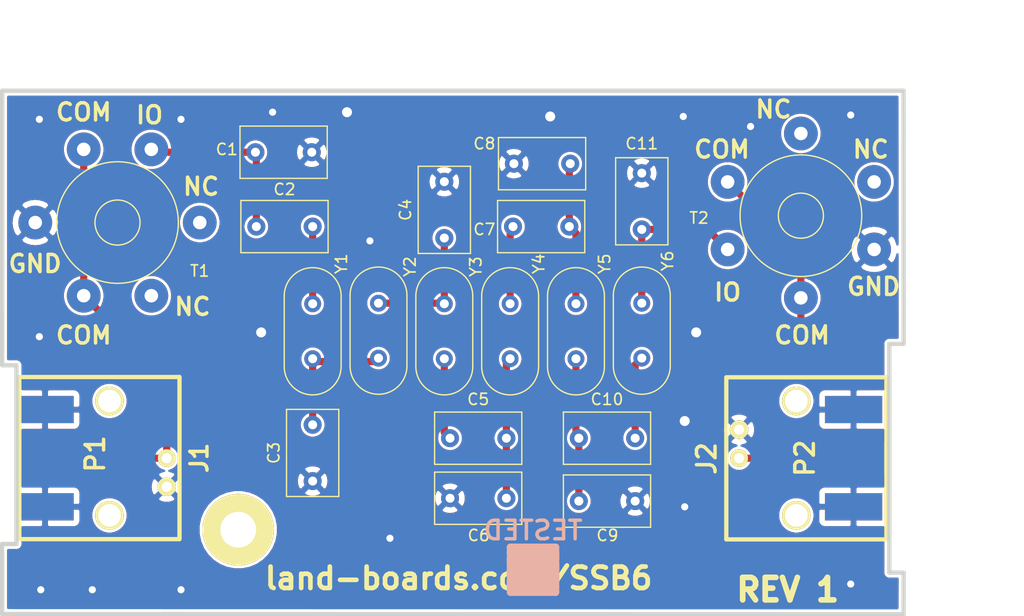
<source format=kicad_pcb>
(kicad_pcb (version 20171130) (host pcbnew "(5.1.10)-1")

  (general
    (thickness 1.6002)
    (drawings 30)
    (tracks 61)
    (zones 0)
    (modules 25)
    (nets 15)
  )

  (page A)
  (title_block
    (title "CW FILTER")
    (date 2021-08-17)
    (rev 1)
    (company "Land Boards LLC")
  )

  (layers
    (0 Front signal)
    (31 Back signal)
    (36 B.SilkS user)
    (37 F.SilkS user)
    (38 B.Mask user)
    (39 F.Mask user)
    (40 Dwgs.User user)
    (44 Edge.Cuts user)
    (45 Margin user)
    (46 B.CrtYd user)
    (47 F.CrtYd user)
  )

  (setup
    (last_trace_width 0.635)
    (user_trace_width 0.3048)
    (user_trace_width 0.381)
    (user_trace_width 0.635)
    (trace_clearance 0.254)
    (zone_clearance 0.254)
    (zone_45_only no)
    (trace_min 0.2032)
    (via_size 0.889)
    (via_drill 0.635)
    (via_min_size 0.889)
    (via_min_drill 0.508)
    (uvia_size 0.508)
    (uvia_drill 0.127)
    (uvias_allowed no)
    (uvia_min_size 0.508)
    (uvia_min_drill 0.127)
    (edge_width 0.381)
    (segment_width 0.381)
    (pcb_text_width 0.3048)
    (pcb_text_size 1.524 2.032)
    (mod_edge_width 0.381)
    (mod_text_size 1.524 1.524)
    (mod_text_width 0.3048)
    (pad_size 1.524 1.524)
    (pad_drill 0.8128)
    (pad_to_mask_clearance 0)
    (aux_axis_origin 147.32 73.8124)
    (grid_origin 0.02 0.0124)
    (visible_elements 7FFFEB7F)
    (pcbplotparams
      (layerselection 0x010f0_ffffffff)
      (usegerberextensions false)
      (usegerberattributes false)
      (usegerberadvancedattributes false)
      (creategerberjobfile false)
      (excludeedgelayer true)
      (linewidth 0.150000)
      (plotframeref false)
      (viasonmask false)
      (mode 1)
      (useauxorigin false)
      (hpglpennumber 1)
      (hpglpenspeed 20)
      (hpglpendiameter 15.000000)
      (psnegative false)
      (psa4output false)
      (plotreference true)
      (plotvalue true)
      (plotinvisibletext false)
      (padsonsilk false)
      (subtractmaskfromsilk false)
      (outputformat 1)
      (mirror false)
      (drillshape 0)
      (scaleselection 1)
      (outputdirectory "plots/"))
  )

  (net 0 "")
  (net 1 GND)
  (net 2 "Net-(C3-Pad2)")
  (net 3 /IN)
  (net 4 /C2Y1)
  (net 5 /Y2Y3)
  (net 6 /C5Y4)
  (net 7 /Y3C5)
  (net 8 /C7Y5)
  (net 9 /Y4C7)
  (net 10 /Y5C10)
  (net 11 /C10Y6)
  (net 12 /OUT)
  (net 13 /TIN)
  (net 14 /TOUT)

  (net_class Default "This is the default net class."
    (clearance 0.254)
    (trace_width 0.2032)
    (via_dia 0.889)
    (via_drill 0.635)
    (uvia_dia 0.508)
    (uvia_drill 0.127)
    (diff_pair_width 0.2032)
    (diff_pair_gap 0.25)
    (add_net /C10Y6)
    (add_net /C2Y1)
    (add_net /C5Y4)
    (add_net /C7Y5)
    (add_net /IN)
    (add_net /OUT)
    (add_net /TIN)
    (add_net /TOUT)
    (add_net /Y2Y3)
    (add_net /Y3C5)
    (add_net /Y4C7)
    (add_net /Y5C10)
    (add_net GND)
    (add_net "Net-(C3-Pad2)")
  )

  (module LandBoards_MountHoles:MTG-4-40 (layer Front) (tedit 58F7B603) (tstamp 58F7AD90)
    (at 53.36 85.1024)
    (path /58F7C073)
    (fp_text reference MTG4 (at -6.858 -0.635) (layer F.SilkS) hide
      (effects (font (size 1.651 1.651) (thickness 0.3048)))
    )
    (fp_text value MTG_HOLE (at 0 -5.08) (layer F.SilkS) hide
      (effects (font (size 1.524 1.524) (thickness 0.3048)))
    )
    (pad 1 thru_hole circle (at 0 0) (size 6.35 6.35) (drill 3.175) (layers *.Cu *.Mask F.SilkS))
  )

  (module LandBoards_Marking:TEST_BLK-REAR (layer Front) (tedit 553D0C6F) (tstamp 611BB1DD)
    (at 79.522 88.6584)
    (path /58F7BF02)
    (fp_text reference TESTED (at 0 -3.5) (layer B.SilkS)
      (effects (font (size 1.651 1.651) (thickness 0.3048)) (justify mirror))
    )
    (fp_text value COUPON (at 0 4) (layer F.SilkS) hide
      (effects (font (size 1.524 1.524) (thickness 0.3048)))
    )
    (fp_line (start -2 1.5) (end 2 1.5) (layer B.SilkS) (width 0.65))
    (fp_line (start -2 1) (end -2 1.5) (layer B.SilkS) (width 0.65))
    (fp_line (start 2 1) (end -2 1) (layer B.SilkS) (width 0.65))
    (fp_line (start 2 0.5) (end 2 1) (layer B.SilkS) (width 0.65))
    (fp_line (start 1.5 0.5) (end 2 0.5) (layer B.SilkS) (width 0.65))
    (fp_line (start -2 0.5) (end 1.5 0.5) (layer B.SilkS) (width 0.65))
    (fp_line (start -2 0) (end -2 0.5) (layer B.SilkS) (width 0.65))
    (fp_line (start 2 0) (end -2 0) (layer B.SilkS) (width 0.65))
    (fp_line (start 2 -0.5) (end 2 0) (layer B.SilkS) (width 0.65))
    (fp_line (start -2 -0.5) (end 2 -0.5) (layer B.SilkS) (width 0.65))
    (fp_line (start -2 -1) (end -2 -0.5) (layer B.SilkS) (width 0.65))
    (fp_line (start 2 -1) (end -2 -1) (layer B.SilkS) (width 0.65))
    (fp_line (start 2 -1.5) (end 2 -1) (layer B.SilkS) (width 0.65))
    (fp_line (start -2 -1.5) (end 2 -1.5) (layer B.SilkS) (width 0.65))
    (fp_line (start -2 -2) (end -2 -1.5) (layer B.SilkS) (width 0.65))
    (fp_line (start -2 2) (end -2 -2) (layer B.SilkS) (width 0.65))
    (fp_line (start 2 2) (end -2 2) (layer B.SilkS) (width 0.65))
    (fp_line (start 2 -2) (end 2 2) (layer B.SilkS) (width 0.65))
    (fp_line (start -2 -2) (end 2 -2) (layer B.SilkS) (width 0.65))
  )

  (module LandBoards_Conns:BNC-RT (layer Front) (tedit 5183D213) (tstamp 611C54A8)
    (at 97.81 78.7524 270)
    (path /611D0E72)
    (fp_text reference J2 (at 0.0254 2.8829 90) (layer F.SilkS)
      (effects (font (size 1.651 1.651) (thickness 0.3048)))
    )
    (fp_text value BNC (at -0.14986 6.2992 90) (layer F.SilkS) hide
      (effects (font (size 1.524 1.524) (thickness 0.3048)))
    )
    (fp_line (start -7.1882 1.1176) (end -7.1882 -13.08354) (layer F.SilkS) (width 0.381))
    (fp_line (start -7.19328 -13.07846) (end 7.20598 -13.07846) (layer F.SilkS) (width 0.381))
    (fp_line (start 7.21106 -13.08354) (end 7.21106 1.1176) (layer F.SilkS) (width 0.381))
    (fp_line (start -7.1882 1.13538) (end 7.21106 1.13538) (layer F.SilkS) (width 0.381))
    (pad "" thru_hole circle (at 5.08 -5.08 270) (size 2.54 2.54) (drill 2.00914) (layers *.Cu *.Mask F.SilkS))
    (pad "" thru_hole circle (at -5.08 -5.08 270) (size 2.54 2.54) (drill 2.00914) (layers *.Cu *.Mask F.SilkS))
    (pad 2 thru_hole circle (at -2.54 0 270) (size 1.651 1.651) (drill 0.889) (layers *.Cu *.Mask F.SilkS)
      (net 1 GND))
    (pad 1 thru_hole circle (at 0 0 270) (size 1.5748 1.5748) (drill 0.889) (layers *.Cu *.Mask F.SilkS)
      (net 14 /TOUT))
    (model C:/Users/HPz420/Documents/GitHub/land-boards/lb-boards/KiCAD/3D_STP_Files/BNC/31-5431-10RFX.stp
      (offset (xyz 0 -1.397 0.9651999999999998))
      (scale (xyz 1 1 1))
      (rotate (xyz -90 0 -90))
    )
  )

  (module LandBoards_Conns:SMA_EDGE (layer Front) (tedit 516DB352) (tstamp 611C54B1)
    (at 36.215 78.7524)
    (path /611D0826)
    (fp_text reference P1 (at 4.445 -0.381 90) (layer F.SilkS)
      (effects (font (size 1.651 1.651) (thickness 0.3048)))
    )
    (fp_text value BNC (at 4.826 0.254 90) (layer F.SilkS) hide
      (effects (font (size 1.524 1.524) (thickness 0.3048)))
    )
    (pad 1 smd rect (at 0 0) (size 5.08 2.286) (layers Front F.Paste F.Mask)
      (net 13 /TIN))
    (pad 2 smd rect (at 0 -4.318) (size 5.08 2.413) (layers Front F.Paste F.Mask)
      (net 1 GND))
    (pad 2 smd rect (at 0 4.318) (size 5.08 2.413) (layers Front F.Paste F.Mask)
      (net 1 GND))
    (pad 2 smd rect (at 0 -4.318) (size 5.08 2.413) (layers Back B.Paste B.Mask)
      (net 1 GND))
    (pad 2 smd rect (at 0 4.318) (size 5.08 2.413) (layers Back B.Paste B.Mask)
      (net 1 GND))
  )

  (module LandBoards_Conns:SMA_EDGE (layer Front) (tedit 516DB352) (tstamp 611CC668)
    (at 107.97 78.7524)
    (path /611D0E7C)
    (fp_text reference P2 (at -4.318 0 90) (layer F.SilkS)
      (effects (font (size 1.651 1.651) (thickness 0.3048)))
    )
    (fp_text value BNC (at 4.826 0.254 90) (layer F.SilkS) hide
      (effects (font (size 1.524 1.524) (thickness 0.3048)))
    )
    (pad 2 smd rect (at 0 4.318) (size 5.08 2.413) (layers Back B.Paste B.Mask)
      (net 1 GND))
    (pad 2 smd rect (at 0 -4.318) (size 5.08 2.413) (layers Back B.Paste B.Mask)
      (net 1 GND))
    (pad 2 smd rect (at 0 4.318) (size 5.08 2.413) (layers Front F.Paste F.Mask)
      (net 1 GND))
    (pad 2 smd rect (at 0 -4.318) (size 5.08 2.413) (layers Front F.Paste F.Mask)
      (net 1 GND))
    (pad 1 smd rect (at 0 0) (size 5.08 2.286) (layers Front F.Paste F.Mask)
      (net 14 /TOUT))
  )

  (module Capacitor_THT:C_Disc_D7.5mm_W4.4mm_P5.00mm (layer Front) (tedit 5AE50EF0) (tstamp 612ACBB0)
    (at 54.884 51.5744)
    (descr "C, Disc series, Radial, pin pitch=5.00mm, , diameter*width=7.5*4.4mm^2, Capacitor")
    (tags "C Disc series Radial pin pitch 5.00mm  diameter 7.5mm width 4.4mm Capacitor")
    (path /611E06D5)
    (fp_text reference C1 (at -2.54 -0.254) (layer F.SilkS)
      (effects (font (size 1 1) (thickness 0.15)))
    )
    (fp_text value 100pF (at 2.5 3.45) (layer F.Fab)
      (effects (font (size 1 1) (thickness 0.15)))
    )
    (fp_line (start 6.5 -2.45) (end -1.5 -2.45) (layer F.CrtYd) (width 0.05))
    (fp_line (start 6.5 2.45) (end 6.5 -2.45) (layer F.CrtYd) (width 0.05))
    (fp_line (start -1.5 2.45) (end 6.5 2.45) (layer F.CrtYd) (width 0.05))
    (fp_line (start -1.5 -2.45) (end -1.5 2.45) (layer F.CrtYd) (width 0.05))
    (fp_line (start 6.37 -2.321) (end 6.37 2.321) (layer F.SilkS) (width 0.12))
    (fp_line (start -1.37 -2.321) (end -1.37 2.321) (layer F.SilkS) (width 0.12))
    (fp_line (start -1.37 2.321) (end 6.37 2.321) (layer F.SilkS) (width 0.12))
    (fp_line (start -1.37 -2.321) (end 6.37 -2.321) (layer F.SilkS) (width 0.12))
    (fp_line (start 6.25 -2.2) (end -1.25 -2.2) (layer F.Fab) (width 0.1))
    (fp_line (start 6.25 2.2) (end 6.25 -2.2) (layer F.Fab) (width 0.1))
    (fp_line (start -1.25 2.2) (end 6.25 2.2) (layer F.Fab) (width 0.1))
    (fp_line (start -1.25 -2.2) (end -1.25 2.2) (layer F.Fab) (width 0.1))
    (fp_text user %R (at 2.5 0) (layer F.Fab)
      (effects (font (size 1 1) (thickness 0.15)))
    )
    (pad 1 thru_hole circle (at 0 0) (size 1.6 1.6) (drill 0.8) (layers *.Cu *.Mask)
      (net 3 /IN))
    (pad 2 thru_hole circle (at 5 0) (size 1.6 1.6) (drill 0.8) (layers *.Cu *.Mask)
      (net 1 GND))
    (model ${KISYS3DMOD}/Capacitor_THT.3dshapes/C_Disc_D7.5mm_W4.4mm_P5.00mm.wrl
      (at (xyz 0 0 0))
      (scale (xyz 1 1 1))
      (rotate (xyz 0 0 0))
    )
  )

  (module Capacitor_THT:C_Disc_D7.5mm_W4.4mm_P5.00mm (layer Front) (tedit 5AE50EF0) (tstamp 612ACBC2)
    (at 59.964 58.1784 180)
    (descr "C, Disc series, Radial, pin pitch=5.00mm, , diameter*width=7.5*4.4mm^2, Capacitor")
    (tags "C Disc series Radial pin pitch 5.00mm  diameter 7.5mm width 4.4mm Capacitor")
    (path /611E04E4)
    (fp_text reference C2 (at 2.5 3.302) (layer F.SilkS)
      (effects (font (size 1 1) (thickness 0.15)))
    )
    (fp_text value 330 (at 2.5 3.45) (layer F.Fab)
      (effects (font (size 1 1) (thickness 0.15)))
    )
    (fp_line (start -1.25 -2.2) (end -1.25 2.2) (layer F.Fab) (width 0.1))
    (fp_line (start -1.25 2.2) (end 6.25 2.2) (layer F.Fab) (width 0.1))
    (fp_line (start 6.25 2.2) (end 6.25 -2.2) (layer F.Fab) (width 0.1))
    (fp_line (start 6.25 -2.2) (end -1.25 -2.2) (layer F.Fab) (width 0.1))
    (fp_line (start -1.37 -2.321) (end 6.37 -2.321) (layer F.SilkS) (width 0.12))
    (fp_line (start -1.37 2.321) (end 6.37 2.321) (layer F.SilkS) (width 0.12))
    (fp_line (start -1.37 -2.321) (end -1.37 2.321) (layer F.SilkS) (width 0.12))
    (fp_line (start 6.37 -2.321) (end 6.37 2.321) (layer F.SilkS) (width 0.12))
    (fp_line (start -1.5 -2.45) (end -1.5 2.45) (layer F.CrtYd) (width 0.05))
    (fp_line (start -1.5 2.45) (end 6.5 2.45) (layer F.CrtYd) (width 0.05))
    (fp_line (start 6.5 2.45) (end 6.5 -2.45) (layer F.CrtYd) (width 0.05))
    (fp_line (start 6.5 -2.45) (end -1.5 -2.45) (layer F.CrtYd) (width 0.05))
    (fp_text user %R (at 2.5 0) (layer F.Fab)
      (effects (font (size 1 1) (thickness 0.15)))
    )
    (pad 2 thru_hole circle (at 5 0 180) (size 1.6 1.6) (drill 0.8) (layers *.Cu *.Mask)
      (net 3 /IN))
    (pad 1 thru_hole circle (at 0 0 180) (size 1.6 1.6) (drill 0.8) (layers *.Cu *.Mask)
      (net 4 /C2Y1))
    (model ${KISYS3DMOD}/Capacitor_THT.3dshapes/C_Disc_D7.5mm_W4.4mm_P5.00mm.wrl
      (at (xyz 0 0 0))
      (scale (xyz 1 1 1))
      (rotate (xyz 0 0 0))
    )
  )

  (module Capacitor_THT:C_Disc_D7.5mm_W4.4mm_P5.00mm (layer Front) (tedit 5AE50EF0) (tstamp 612ACBE6)
    (at 59.964 80.7844 90)
    (descr "C, Disc series, Radial, pin pitch=5.00mm, , diameter*width=7.5*4.4mm^2, Capacitor")
    (tags "C Disc series Radial pin pitch 5.00mm  diameter 7.5mm width 4.4mm Capacitor")
    (path /612C672E)
    (fp_text reference C3 (at 2.5 -3.45 90) (layer F.SilkS)
      (effects (font (size 1 1) (thickness 0.15)))
    )
    (fp_text value 270 (at 2.5 3.45 90) (layer F.Fab)
      (effects (font (size 1 1) (thickness 0.15)))
    )
    (fp_line (start 6.5 -2.45) (end -1.5 -2.45) (layer F.CrtYd) (width 0.05))
    (fp_line (start 6.5 2.45) (end 6.5 -2.45) (layer F.CrtYd) (width 0.05))
    (fp_line (start -1.5 2.45) (end 6.5 2.45) (layer F.CrtYd) (width 0.05))
    (fp_line (start -1.5 -2.45) (end -1.5 2.45) (layer F.CrtYd) (width 0.05))
    (fp_line (start 6.37 -2.321) (end 6.37 2.321) (layer F.SilkS) (width 0.12))
    (fp_line (start -1.37 -2.321) (end -1.37 2.321) (layer F.SilkS) (width 0.12))
    (fp_line (start -1.37 2.321) (end 6.37 2.321) (layer F.SilkS) (width 0.12))
    (fp_line (start -1.37 -2.321) (end 6.37 -2.321) (layer F.SilkS) (width 0.12))
    (fp_line (start 6.25 -2.2) (end -1.25 -2.2) (layer F.Fab) (width 0.1))
    (fp_line (start 6.25 2.2) (end 6.25 -2.2) (layer F.Fab) (width 0.1))
    (fp_line (start -1.25 2.2) (end 6.25 2.2) (layer F.Fab) (width 0.1))
    (fp_line (start -1.25 -2.2) (end -1.25 2.2) (layer F.Fab) (width 0.1))
    (fp_text user %R (at 2.5 0 90) (layer F.Fab)
      (effects (font (size 1 1) (thickness 0.15)))
    )
    (pad 1 thru_hole circle (at 0 0 90) (size 1.6 1.6) (drill 0.8) (layers *.Cu *.Mask)
      (net 1 GND))
    (pad 2 thru_hole circle (at 5 0 90) (size 1.6 1.6) (drill 0.8) (layers *.Cu *.Mask)
      (net 2 "Net-(C3-Pad2)"))
    (model ${KISYS3DMOD}/Capacitor_THT.3dshapes/C_Disc_D7.5mm_W4.4mm_P5.00mm.wrl
      (at (xyz 0 0 0))
      (scale (xyz 1 1 1))
      (rotate (xyz 0 0 0))
    )
  )

  (module Capacitor_THT:C_Disc_D7.5mm_W4.4mm_P5.00mm (layer Front) (tedit 5AE50EF0) (tstamp 612ACBE7)
    (at 71.648 59.1944 90)
    (descr "C, Disc series, Radial, pin pitch=5.00mm, , diameter*width=7.5*4.4mm^2, Capacitor")
    (tags "C Disc series Radial pin pitch 5.00mm  diameter 7.5mm width 4.4mm Capacitor")
    (path /611E2CEE)
    (fp_text reference C4 (at 2.5 -3.45 90) (layer F.SilkS)
      (effects (font (size 1 1) (thickness 0.15)))
    )
    (fp_text value 680 (at 2.5 3.45 90) (layer F.Fab)
      (effects (font (size 1 1) (thickness 0.15)))
    )
    (fp_line (start 6.5 -2.45) (end -1.5 -2.45) (layer F.CrtYd) (width 0.05))
    (fp_line (start 6.5 2.45) (end 6.5 -2.45) (layer F.CrtYd) (width 0.05))
    (fp_line (start -1.5 2.45) (end 6.5 2.45) (layer F.CrtYd) (width 0.05))
    (fp_line (start -1.5 -2.45) (end -1.5 2.45) (layer F.CrtYd) (width 0.05))
    (fp_line (start 6.37 -2.321) (end 6.37 2.321) (layer F.SilkS) (width 0.12))
    (fp_line (start -1.37 -2.321) (end -1.37 2.321) (layer F.SilkS) (width 0.12))
    (fp_line (start -1.37 2.321) (end 6.37 2.321) (layer F.SilkS) (width 0.12))
    (fp_line (start -1.37 -2.321) (end 6.37 -2.321) (layer F.SilkS) (width 0.12))
    (fp_line (start 6.25 -2.2) (end -1.25 -2.2) (layer F.Fab) (width 0.1))
    (fp_line (start 6.25 2.2) (end 6.25 -2.2) (layer F.Fab) (width 0.1))
    (fp_line (start -1.25 2.2) (end 6.25 2.2) (layer F.Fab) (width 0.1))
    (fp_line (start -1.25 -2.2) (end -1.25 2.2) (layer F.Fab) (width 0.1))
    (fp_text user %R (at 2.5 0 90) (layer F.Fab)
      (effects (font (size 1 1) (thickness 0.15)))
    )
    (pad 1 thru_hole circle (at 0 0 90) (size 1.6 1.6) (drill 0.8) (layers *.Cu *.Mask)
      (net 5 /Y2Y3))
    (pad 2 thru_hole circle (at 5 0 90) (size 1.6 1.6) (drill 0.8) (layers *.Cu *.Mask)
      (net 1 GND))
    (model ${KISYS3DMOD}/Capacitor_THT.3dshapes/C_Disc_D7.5mm_W4.4mm_P5.00mm.wrl
      (at (xyz 0 0 0))
      (scale (xyz 1 1 1))
      (rotate (xyz 0 0 0))
    )
  )

  (module Capacitor_THT:C_Disc_D7.5mm_W4.4mm_P5.00mm (layer Front) (tedit 5AE50EF0) (tstamp 612ACBF9)
    (at 72.156 76.9744)
    (descr "C, Disc series, Radial, pin pitch=5.00mm, , diameter*width=7.5*4.4mm^2, Capacitor")
    (tags "C Disc series Radial pin pitch 5.00mm  diameter 7.5mm width 4.4mm Capacitor")
    (path /611E6BB1)
    (fp_text reference C5 (at 2.5 -3.45) (layer F.SilkS)
      (effects (font (size 1 1) (thickness 0.15)))
    )
    (fp_text value 200 (at 2.5 3.45) (layer F.Fab)
      (effects (font (size 1 1) (thickness 0.15)))
    )
    (fp_line (start -1.25 -2.2) (end -1.25 2.2) (layer F.Fab) (width 0.1))
    (fp_line (start -1.25 2.2) (end 6.25 2.2) (layer F.Fab) (width 0.1))
    (fp_line (start 6.25 2.2) (end 6.25 -2.2) (layer F.Fab) (width 0.1))
    (fp_line (start 6.25 -2.2) (end -1.25 -2.2) (layer F.Fab) (width 0.1))
    (fp_line (start -1.37 -2.321) (end 6.37 -2.321) (layer F.SilkS) (width 0.12))
    (fp_line (start -1.37 2.321) (end 6.37 2.321) (layer F.SilkS) (width 0.12))
    (fp_line (start -1.37 -2.321) (end -1.37 2.321) (layer F.SilkS) (width 0.12))
    (fp_line (start 6.37 -2.321) (end 6.37 2.321) (layer F.SilkS) (width 0.12))
    (fp_line (start -1.5 -2.45) (end -1.5 2.45) (layer F.CrtYd) (width 0.05))
    (fp_line (start -1.5 2.45) (end 6.5 2.45) (layer F.CrtYd) (width 0.05))
    (fp_line (start 6.5 2.45) (end 6.5 -2.45) (layer F.CrtYd) (width 0.05))
    (fp_line (start 6.5 -2.45) (end -1.5 -2.45) (layer F.CrtYd) (width 0.05))
    (fp_text user %R (at 2.5 0) (layer F.Fab)
      (effects (font (size 1 1) (thickness 0.15)))
    )
    (pad 2 thru_hole circle (at 5 0) (size 1.6 1.6) (drill 0.8) (layers *.Cu *.Mask)
      (net 6 /C5Y4))
    (pad 1 thru_hole circle (at 0 0) (size 1.6 1.6) (drill 0.8) (layers *.Cu *.Mask)
      (net 7 /Y3C5))
    (model ${KISYS3DMOD}/Capacitor_THT.3dshapes/C_Disc_D7.5mm_W4.4mm_P5.00mm.wrl
      (at (xyz 0 0 0))
      (scale (xyz 1 1 1))
      (rotate (xyz 0 0 0))
    )
  )

  (module Capacitor_THT:C_Disc_D7.5mm_W4.4mm_P5.00mm (layer Front) (tedit 5AE50EF0) (tstamp 612ACC0B)
    (at 72.156 82.3084)
    (descr "C, Disc series, Radial, pin pitch=5.00mm, , diameter*width=7.5*4.4mm^2, Capacitor")
    (tags "C Disc series Radial pin pitch 5.00mm  diameter 7.5mm width 4.4mm Capacitor")
    (path /611E88BB)
    (fp_text reference C6 (at 2.54 3.302) (layer F.SilkS)
      (effects (font (size 1 1) (thickness 0.15)))
    )
    (fp_text value 680 (at 2.5 3.45) (layer F.Fab)
      (effects (font (size 1 1) (thickness 0.15)))
    )
    (fp_line (start -1.25 -2.2) (end -1.25 2.2) (layer F.Fab) (width 0.1))
    (fp_line (start -1.25 2.2) (end 6.25 2.2) (layer F.Fab) (width 0.1))
    (fp_line (start 6.25 2.2) (end 6.25 -2.2) (layer F.Fab) (width 0.1))
    (fp_line (start 6.25 -2.2) (end -1.25 -2.2) (layer F.Fab) (width 0.1))
    (fp_line (start -1.37 -2.321) (end 6.37 -2.321) (layer F.SilkS) (width 0.12))
    (fp_line (start -1.37 2.321) (end 6.37 2.321) (layer F.SilkS) (width 0.12))
    (fp_line (start -1.37 -2.321) (end -1.37 2.321) (layer F.SilkS) (width 0.12))
    (fp_line (start 6.37 -2.321) (end 6.37 2.321) (layer F.SilkS) (width 0.12))
    (fp_line (start -1.5 -2.45) (end -1.5 2.45) (layer F.CrtYd) (width 0.05))
    (fp_line (start -1.5 2.45) (end 6.5 2.45) (layer F.CrtYd) (width 0.05))
    (fp_line (start 6.5 2.45) (end 6.5 -2.45) (layer F.CrtYd) (width 0.05))
    (fp_line (start 6.5 -2.45) (end -1.5 -2.45) (layer F.CrtYd) (width 0.05))
    (fp_text user %R (at 2.5 0) (layer F.Fab)
      (effects (font (size 1 1) (thickness 0.15)))
    )
    (pad 2 thru_hole circle (at 5 0) (size 1.6 1.6) (drill 0.8) (layers *.Cu *.Mask)
      (net 6 /C5Y4))
    (pad 1 thru_hole circle (at 0 0) (size 1.6 1.6) (drill 0.8) (layers *.Cu *.Mask)
      (net 1 GND))
    (model ${KISYS3DMOD}/Capacitor_THT.3dshapes/C_Disc_D7.5mm_W4.4mm_P5.00mm.wrl
      (at (xyz 0 0 0))
      (scale (xyz 1 1 1))
      (rotate (xyz 0 0 0))
    )
  )

  (module Capacitor_THT:C_Disc_D7.5mm_W4.4mm_P5.00mm (layer Front) (tedit 5AE50EF0) (tstamp 612ACC1D)
    (at 77.744 58.1784)
    (descr "C, Disc series, Radial, pin pitch=5.00mm, , diameter*width=7.5*4.4mm^2, Capacitor")
    (tags "C Disc series Radial pin pitch 5.00mm  diameter 7.5mm width 4.4mm Capacitor")
    (path /611FB018)
    (fp_text reference C7 (at -2.54 0.254) (layer F.SilkS)
      (effects (font (size 1 1) (thickness 0.15)))
    )
    (fp_text value 270 (at 2.5 3.45) (layer F.Fab)
      (effects (font (size 1 1) (thickness 0.15)))
    )
    (fp_line (start -1.25 -2.2) (end -1.25 2.2) (layer F.Fab) (width 0.1))
    (fp_line (start -1.25 2.2) (end 6.25 2.2) (layer F.Fab) (width 0.1))
    (fp_line (start 6.25 2.2) (end 6.25 -2.2) (layer F.Fab) (width 0.1))
    (fp_line (start 6.25 -2.2) (end -1.25 -2.2) (layer F.Fab) (width 0.1))
    (fp_line (start -1.37 -2.321) (end 6.37 -2.321) (layer F.SilkS) (width 0.12))
    (fp_line (start -1.37 2.321) (end 6.37 2.321) (layer F.SilkS) (width 0.12))
    (fp_line (start -1.37 -2.321) (end -1.37 2.321) (layer F.SilkS) (width 0.12))
    (fp_line (start 6.37 -2.321) (end 6.37 2.321) (layer F.SilkS) (width 0.12))
    (fp_line (start -1.5 -2.45) (end -1.5 2.45) (layer F.CrtYd) (width 0.05))
    (fp_line (start -1.5 2.45) (end 6.5 2.45) (layer F.CrtYd) (width 0.05))
    (fp_line (start 6.5 2.45) (end 6.5 -2.45) (layer F.CrtYd) (width 0.05))
    (fp_line (start 6.5 -2.45) (end -1.5 -2.45) (layer F.CrtYd) (width 0.05))
    (fp_text user %R (at 2.5 0) (layer F.Fab)
      (effects (font (size 1 1) (thickness 0.15)))
    )
    (pad 2 thru_hole circle (at 5 0) (size 1.6 1.6) (drill 0.8) (layers *.Cu *.Mask)
      (net 8 /C7Y5))
    (pad 1 thru_hole circle (at 0 0) (size 1.6 1.6) (drill 0.8) (layers *.Cu *.Mask)
      (net 9 /Y4C7))
    (model ${KISYS3DMOD}/Capacitor_THT.3dshapes/C_Disc_D7.5mm_W4.4mm_P5.00mm.wrl
      (at (xyz 0 0 0))
      (scale (xyz 1 1 1))
      (rotate (xyz 0 0 0))
    )
  )

  (module Capacitor_THT:C_Disc_D7.5mm_W4.4mm_P5.00mm (layer Front) (tedit 5AE50EF0) (tstamp 612ACC2F)
    (at 82.824 52.5904 180)
    (descr "C, Disc series, Radial, pin pitch=5.00mm, , diameter*width=7.5*4.4mm^2, Capacitor")
    (tags "C Disc series Radial pin pitch 5.00mm  diameter 7.5mm width 4.4mm Capacitor")
    (path /611FB007)
    (fp_text reference C8 (at 7.62 1.778) (layer F.SilkS)
      (effects (font (size 1 1) (thickness 0.15)))
    )
    (fp_text value 330 (at 2.5 3.45) (layer F.Fab)
      (effects (font (size 1 1) (thickness 0.15)))
    )
    (fp_line (start 6.5 -2.45) (end -1.5 -2.45) (layer F.CrtYd) (width 0.05))
    (fp_line (start 6.5 2.45) (end 6.5 -2.45) (layer F.CrtYd) (width 0.05))
    (fp_line (start -1.5 2.45) (end 6.5 2.45) (layer F.CrtYd) (width 0.05))
    (fp_line (start -1.5 -2.45) (end -1.5 2.45) (layer F.CrtYd) (width 0.05))
    (fp_line (start 6.37 -2.321) (end 6.37 2.321) (layer F.SilkS) (width 0.12))
    (fp_line (start -1.37 -2.321) (end -1.37 2.321) (layer F.SilkS) (width 0.12))
    (fp_line (start -1.37 2.321) (end 6.37 2.321) (layer F.SilkS) (width 0.12))
    (fp_line (start -1.37 -2.321) (end 6.37 -2.321) (layer F.SilkS) (width 0.12))
    (fp_line (start 6.25 -2.2) (end -1.25 -2.2) (layer F.Fab) (width 0.1))
    (fp_line (start 6.25 2.2) (end 6.25 -2.2) (layer F.Fab) (width 0.1))
    (fp_line (start -1.25 2.2) (end 6.25 2.2) (layer F.Fab) (width 0.1))
    (fp_line (start -1.25 -2.2) (end -1.25 2.2) (layer F.Fab) (width 0.1))
    (fp_text user %R (at 2.5 0) (layer F.Fab)
      (effects (font (size 1 1) (thickness 0.15)))
    )
    (pad 1 thru_hole circle (at 0 0 180) (size 1.6 1.6) (drill 0.8) (layers *.Cu *.Mask)
      (net 8 /C7Y5))
    (pad 2 thru_hole circle (at 5 0 180) (size 1.6 1.6) (drill 0.8) (layers *.Cu *.Mask)
      (net 1 GND))
    (model ${KISYS3DMOD}/Capacitor_THT.3dshapes/C_Disc_D7.5mm_W4.4mm_P5.00mm.wrl
      (at (xyz 0 0 0))
      (scale (xyz 1 1 1))
      (rotate (xyz 0 0 0))
    )
  )

  (module Capacitor_THT:C_Disc_D7.5mm_W4.4mm_P5.00mm (layer Front) (tedit 5AE50EF0) (tstamp 612ACC41)
    (at 83.586 82.5624)
    (descr "C, Disc series, Radial, pin pitch=5.00mm, , diameter*width=7.5*4.4mm^2, Capacitor")
    (tags "C Disc series Radial pin pitch 5.00mm  diameter 7.5mm width 4.4mm Capacitor")
    (path /611FF867)
    (fp_text reference C9 (at 2.54 3.048) (layer F.SilkS)
      (effects (font (size 1 1) (thickness 0.15)))
    )
    (fp_text value 100pF (at 2.5 3.45) (layer F.Fab)
      (effects (font (size 1 1) (thickness 0.15)))
    )
    (fp_line (start 6.5 -2.45) (end -1.5 -2.45) (layer F.CrtYd) (width 0.05))
    (fp_line (start 6.5 2.45) (end 6.5 -2.45) (layer F.CrtYd) (width 0.05))
    (fp_line (start -1.5 2.45) (end 6.5 2.45) (layer F.CrtYd) (width 0.05))
    (fp_line (start -1.5 -2.45) (end -1.5 2.45) (layer F.CrtYd) (width 0.05))
    (fp_line (start 6.37 -2.321) (end 6.37 2.321) (layer F.SilkS) (width 0.12))
    (fp_line (start -1.37 -2.321) (end -1.37 2.321) (layer F.SilkS) (width 0.12))
    (fp_line (start -1.37 2.321) (end 6.37 2.321) (layer F.SilkS) (width 0.12))
    (fp_line (start -1.37 -2.321) (end 6.37 -2.321) (layer F.SilkS) (width 0.12))
    (fp_line (start 6.25 -2.2) (end -1.25 -2.2) (layer F.Fab) (width 0.1))
    (fp_line (start 6.25 2.2) (end 6.25 -2.2) (layer F.Fab) (width 0.1))
    (fp_line (start -1.25 2.2) (end 6.25 2.2) (layer F.Fab) (width 0.1))
    (fp_line (start -1.25 -2.2) (end -1.25 2.2) (layer F.Fab) (width 0.1))
    (fp_text user %R (at 2.5 0) (layer F.Fab)
      (effects (font (size 1 1) (thickness 0.15)))
    )
    (pad 1 thru_hole circle (at 0 0) (size 1.6 1.6) (drill 0.8) (layers *.Cu *.Mask)
      (net 10 /Y5C10))
    (pad 2 thru_hole circle (at 5 0) (size 1.6 1.6) (drill 0.8) (layers *.Cu *.Mask)
      (net 1 GND))
    (model ${KISYS3DMOD}/Capacitor_THT.3dshapes/C_Disc_D7.5mm_W4.4mm_P5.00mm.wrl
      (at (xyz 0 0 0))
      (scale (xyz 1 1 1))
      (rotate (xyz 0 0 0))
    )
  )

  (module Capacitor_THT:C_Disc_D7.5mm_W4.4mm_P5.00mm (layer Front) (tedit 5AE50EF0) (tstamp 612ACC65)
    (at 83.586 76.9744)
    (descr "C, Disc series, Radial, pin pitch=5.00mm, , diameter*width=7.5*4.4mm^2, Capacitor")
    (tags "C Disc series Radial pin pitch 5.00mm  diameter 7.5mm width 4.4mm Capacitor")
    (path /612E31DF)
    (fp_text reference C10 (at 2.5 -3.45) (layer F.SilkS)
      (effects (font (size 1 1) (thickness 0.15)))
    )
    (fp_text value 270 (at 2.5 3.45) (layer F.Fab)
      (effects (font (size 1 1) (thickness 0.15)))
    )
    (fp_line (start 6.5 -2.45) (end -1.5 -2.45) (layer F.CrtYd) (width 0.05))
    (fp_line (start 6.5 2.45) (end 6.5 -2.45) (layer F.CrtYd) (width 0.05))
    (fp_line (start -1.5 2.45) (end 6.5 2.45) (layer F.CrtYd) (width 0.05))
    (fp_line (start -1.5 -2.45) (end -1.5 2.45) (layer F.CrtYd) (width 0.05))
    (fp_line (start 6.37 -2.321) (end 6.37 2.321) (layer F.SilkS) (width 0.12))
    (fp_line (start -1.37 -2.321) (end -1.37 2.321) (layer F.SilkS) (width 0.12))
    (fp_line (start -1.37 2.321) (end 6.37 2.321) (layer F.SilkS) (width 0.12))
    (fp_line (start -1.37 -2.321) (end 6.37 -2.321) (layer F.SilkS) (width 0.12))
    (fp_line (start 6.25 -2.2) (end -1.25 -2.2) (layer F.Fab) (width 0.1))
    (fp_line (start 6.25 2.2) (end 6.25 -2.2) (layer F.Fab) (width 0.1))
    (fp_line (start -1.25 2.2) (end 6.25 2.2) (layer F.Fab) (width 0.1))
    (fp_line (start -1.25 -2.2) (end -1.25 2.2) (layer F.Fab) (width 0.1))
    (fp_text user %R (at 2.5 0) (layer F.Fab)
      (effects (font (size 1 1) (thickness 0.15)))
    )
    (pad 1 thru_hole circle (at 0 0) (size 1.6 1.6) (drill 0.8) (layers *.Cu *.Mask)
      (net 10 /Y5C10))
    (pad 2 thru_hole circle (at 5 0) (size 1.6 1.6) (drill 0.8) (layers *.Cu *.Mask)
      (net 11 /C10Y6))
    (model ${KISYS3DMOD}/Capacitor_THT.3dshapes/C_Disc_D7.5mm_W4.4mm_P5.00mm.wrl
      (at (xyz 0 0 0))
      (scale (xyz 1 1 1))
      (rotate (xyz 0 0 0))
    )
  )

  (module Capacitor_THT:C_Disc_D7.5mm_W4.4mm_P5.00mm (layer Front) (tedit 5AE50EF0) (tstamp 612ACC78)
    (at 89.174 58.4324 90)
    (descr "C, Disc series, Radial, pin pitch=5.00mm, , diameter*width=7.5*4.4mm^2, Capacitor")
    (tags "C Disc series Radial pin pitch 5.00mm  diameter 7.5mm width 4.4mm Capacitor")
    (path /612E437D)
    (fp_text reference C11 (at 7.62 0 180) (layer F.SilkS)
      (effects (font (size 1 1) (thickness 0.15)))
    )
    (fp_text value 100pF (at 2.5 3.45 90) (layer F.Fab)
      (effects (font (size 1 1) (thickness 0.15)))
    )
    (fp_line (start -1.25 -2.2) (end -1.25 2.2) (layer F.Fab) (width 0.1))
    (fp_line (start -1.25 2.2) (end 6.25 2.2) (layer F.Fab) (width 0.1))
    (fp_line (start 6.25 2.2) (end 6.25 -2.2) (layer F.Fab) (width 0.1))
    (fp_line (start 6.25 -2.2) (end -1.25 -2.2) (layer F.Fab) (width 0.1))
    (fp_line (start -1.37 -2.321) (end 6.37 -2.321) (layer F.SilkS) (width 0.12))
    (fp_line (start -1.37 2.321) (end 6.37 2.321) (layer F.SilkS) (width 0.12))
    (fp_line (start -1.37 -2.321) (end -1.37 2.321) (layer F.SilkS) (width 0.12))
    (fp_line (start 6.37 -2.321) (end 6.37 2.321) (layer F.SilkS) (width 0.12))
    (fp_line (start -1.5 -2.45) (end -1.5 2.45) (layer F.CrtYd) (width 0.05))
    (fp_line (start -1.5 2.45) (end 6.5 2.45) (layer F.CrtYd) (width 0.05))
    (fp_line (start 6.5 2.45) (end 6.5 -2.45) (layer F.CrtYd) (width 0.05))
    (fp_line (start 6.5 -2.45) (end -1.5 -2.45) (layer F.CrtYd) (width 0.05))
    (fp_text user %R (at 2.5 0 90) (layer F.Fab)
      (effects (font (size 1 1) (thickness 0.15)))
    )
    (pad 2 thru_hole circle (at 5 0 90) (size 1.6 1.6) (drill 0.8) (layers *.Cu *.Mask)
      (net 1 GND))
    (pad 1 thru_hole circle (at 0 0 90) (size 1.6 1.6) (drill 0.8) (layers *.Cu *.Mask)
      (net 12 /OUT))
    (model ${KISYS3DMOD}/Capacitor_THT.3dshapes/C_Disc_D7.5mm_W4.4mm_P5.00mm.wrl
      (at (xyz 0 0 0))
      (scale (xyz 1 1 1))
      (rotate (xyz 0 0 0))
    )
  )

  (module Crystal:Crystal_HC49-U_Vertical (layer Front) (tedit 5A1AD3B8) (tstamp 612ACC79)
    (at 59.964 65.0364 270)
    (descr "Crystal THT HC-49/U http://5hertz.com/pdfs/04404_D.pdf")
    (tags "THT crystalHC-49/U")
    (path /611D3E36)
    (fp_text reference Y1 (at -3.556 -2.54 90) (layer F.SilkS)
      (effects (font (size 1 1) (thickness 0.15)))
    )
    (fp_text value 9.000 (at 2.44 3.525 90) (layer F.Fab)
      (effects (font (size 1 1) (thickness 0.15)))
    )
    (fp_line (start 8.4 -2.8) (end -3.5 -2.8) (layer F.CrtYd) (width 0.05))
    (fp_line (start 8.4 2.8) (end 8.4 -2.8) (layer F.CrtYd) (width 0.05))
    (fp_line (start -3.5 2.8) (end 8.4 2.8) (layer F.CrtYd) (width 0.05))
    (fp_line (start -3.5 -2.8) (end -3.5 2.8) (layer F.CrtYd) (width 0.05))
    (fp_line (start -0.685 2.525) (end 5.565 2.525) (layer F.SilkS) (width 0.12))
    (fp_line (start -0.685 -2.525) (end 5.565 -2.525) (layer F.SilkS) (width 0.12))
    (fp_line (start -0.56 2) (end 5.44 2) (layer F.Fab) (width 0.1))
    (fp_line (start -0.56 -2) (end 5.44 -2) (layer F.Fab) (width 0.1))
    (fp_line (start -0.685 2.325) (end 5.565 2.325) (layer F.Fab) (width 0.1))
    (fp_line (start -0.685 -2.325) (end 5.565 -2.325) (layer F.Fab) (width 0.1))
    (fp_text user %R (at 2.44 0 90) (layer F.Fab)
      (effects (font (size 1 1) (thickness 0.15)))
    )
    (fp_arc (start -0.685 0) (end -0.685 -2.325) (angle -180) (layer F.Fab) (width 0.1))
    (fp_arc (start 5.565 0) (end 5.565 -2.325) (angle 180) (layer F.Fab) (width 0.1))
    (fp_arc (start -0.56 0) (end -0.56 -2) (angle -180) (layer F.Fab) (width 0.1))
    (fp_arc (start 5.44 0) (end 5.44 -2) (angle 180) (layer F.Fab) (width 0.1))
    (fp_arc (start -0.685 0) (end -0.685 -2.525) (angle -180) (layer F.SilkS) (width 0.12))
    (fp_arc (start 5.565 0) (end 5.565 -2.525) (angle 180) (layer F.SilkS) (width 0.12))
    (pad 1 thru_hole circle (at 0 0 270) (size 1.5 1.5) (drill 0.8) (layers *.Cu *.Mask)
      (net 4 /C2Y1))
    (pad 2 thru_hole circle (at 4.88 0 270) (size 1.5 1.5) (drill 0.8) (layers *.Cu *.Mask)
      (net 2 "Net-(C3-Pad2)"))
    (model ${KISYS3DMOD}/Crystal.3dshapes/Crystal_HC49-U_Vertical.wrl
      (at (xyz 0 0 0))
      (scale (xyz 1 1 1))
      (rotate (xyz 0 0 0))
    )
  )

  (module Crystal:Crystal_HC49-U_Vertical (layer Front) (tedit 5A1AD3B8) (tstamp 612ACC8F)
    (at 71.648 65.0364 270)
    (descr "Crystal THT HC-49/U http://5hertz.com/pdfs/04404_D.pdf")
    (tags "THT crystalHC-49/U")
    (path /611E2CF8)
    (fp_text reference Y3 (at -3.302 -2.794 90) (layer F.SilkS)
      (effects (font (size 1 1) (thickness 0.15)))
    )
    (fp_text value 9.000 (at 2.44 3.525 90) (layer F.Fab)
      (effects (font (size 1 1) (thickness 0.15)))
    )
    (fp_line (start 8.4 -2.8) (end -3.5 -2.8) (layer F.CrtYd) (width 0.05))
    (fp_line (start 8.4 2.8) (end 8.4 -2.8) (layer F.CrtYd) (width 0.05))
    (fp_line (start -3.5 2.8) (end 8.4 2.8) (layer F.CrtYd) (width 0.05))
    (fp_line (start -3.5 -2.8) (end -3.5 2.8) (layer F.CrtYd) (width 0.05))
    (fp_line (start -0.685 2.525) (end 5.565 2.525) (layer F.SilkS) (width 0.12))
    (fp_line (start -0.685 -2.525) (end 5.565 -2.525) (layer F.SilkS) (width 0.12))
    (fp_line (start -0.56 2) (end 5.44 2) (layer F.Fab) (width 0.1))
    (fp_line (start -0.56 -2) (end 5.44 -2) (layer F.Fab) (width 0.1))
    (fp_line (start -0.685 2.325) (end 5.565 2.325) (layer F.Fab) (width 0.1))
    (fp_line (start -0.685 -2.325) (end 5.565 -2.325) (layer F.Fab) (width 0.1))
    (fp_text user %R (at 2.44 0 90) (layer F.Fab)
      (effects (font (size 1 1) (thickness 0.15)))
    )
    (fp_arc (start -0.685 0) (end -0.685 -2.325) (angle -180) (layer F.Fab) (width 0.1))
    (fp_arc (start 5.565 0) (end 5.565 -2.325) (angle 180) (layer F.Fab) (width 0.1))
    (fp_arc (start -0.56 0) (end -0.56 -2) (angle -180) (layer F.Fab) (width 0.1))
    (fp_arc (start 5.44 0) (end 5.44 -2) (angle 180) (layer F.Fab) (width 0.1))
    (fp_arc (start -0.685 0) (end -0.685 -2.525) (angle -180) (layer F.SilkS) (width 0.12))
    (fp_arc (start 5.565 0) (end 5.565 -2.525) (angle 180) (layer F.SilkS) (width 0.12))
    (pad 1 thru_hole circle (at 0 0 270) (size 1.5 1.5) (drill 0.8) (layers *.Cu *.Mask)
      (net 5 /Y2Y3))
    (pad 2 thru_hole circle (at 4.88 0 270) (size 1.5 1.5) (drill 0.8) (layers *.Cu *.Mask)
      (net 7 /Y3C5))
    (model ${KISYS3DMOD}/Crystal.3dshapes/Crystal_HC49-U_Vertical.wrl
      (at (xyz 0 0 0))
      (scale (xyz 1 1 1))
      (rotate (xyz 0 0 0))
    )
  )

  (module Crystal:Crystal_HC49-U_Vertical (layer Front) (tedit 5A1AD3B8) (tstamp 612ACCA5)
    (at 77.49 65.0364 270)
    (descr "Crystal THT HC-49/U http://5hertz.com/pdfs/04404_D.pdf")
    (tags "THT crystalHC-49/U")
    (path /611E6BBB)
    (fp_text reference Y4 (at -3.556 -2.54 90) (layer F.SilkS)
      (effects (font (size 1 1) (thickness 0.15)))
    )
    (fp_text value 9.000 (at 2.44 3.525 90) (layer F.Fab)
      (effects (font (size 1 1) (thickness 0.15)))
    )
    (fp_line (start -0.685 -2.325) (end 5.565 -2.325) (layer F.Fab) (width 0.1))
    (fp_line (start -0.685 2.325) (end 5.565 2.325) (layer F.Fab) (width 0.1))
    (fp_line (start -0.56 -2) (end 5.44 -2) (layer F.Fab) (width 0.1))
    (fp_line (start -0.56 2) (end 5.44 2) (layer F.Fab) (width 0.1))
    (fp_line (start -0.685 -2.525) (end 5.565 -2.525) (layer F.SilkS) (width 0.12))
    (fp_line (start -0.685 2.525) (end 5.565 2.525) (layer F.SilkS) (width 0.12))
    (fp_line (start -3.5 -2.8) (end -3.5 2.8) (layer F.CrtYd) (width 0.05))
    (fp_line (start -3.5 2.8) (end 8.4 2.8) (layer F.CrtYd) (width 0.05))
    (fp_line (start 8.4 2.8) (end 8.4 -2.8) (layer F.CrtYd) (width 0.05))
    (fp_line (start 8.4 -2.8) (end -3.5 -2.8) (layer F.CrtYd) (width 0.05))
    (fp_arc (start 5.565 0) (end 5.565 -2.525) (angle 180) (layer F.SilkS) (width 0.12))
    (fp_arc (start -0.685 0) (end -0.685 -2.525) (angle -180) (layer F.SilkS) (width 0.12))
    (fp_arc (start 5.44 0) (end 5.44 -2) (angle 180) (layer F.Fab) (width 0.1))
    (fp_arc (start -0.56 0) (end -0.56 -2) (angle -180) (layer F.Fab) (width 0.1))
    (fp_arc (start 5.565 0) (end 5.565 -2.325) (angle 180) (layer F.Fab) (width 0.1))
    (fp_arc (start -0.685 0) (end -0.685 -2.325) (angle -180) (layer F.Fab) (width 0.1))
    (fp_text user %R (at 2.44 0 90) (layer F.Fab)
      (effects (font (size 1 1) (thickness 0.15)))
    )
    (pad 2 thru_hole circle (at 4.88 0 270) (size 1.5 1.5) (drill 0.8) (layers *.Cu *.Mask)
      (net 6 /C5Y4))
    (pad 1 thru_hole circle (at 0 0 270) (size 1.5 1.5) (drill 0.8) (layers *.Cu *.Mask)
      (net 9 /Y4C7))
    (model ${KISYS3DMOD}/Crystal.3dshapes/Crystal_HC49-U_Vertical.wrl
      (at (xyz 0 0 0))
      (scale (xyz 1 1 1))
      (rotate (xyz 0 0 0))
    )
  )

  (module Crystal:Crystal_HC49-U_Vertical (layer Front) (tedit 5A1AD3B8) (tstamp 612AD901)
    (at 83.332 65.0364 270)
    (descr "Crystal THT HC-49/U http://5hertz.com/pdfs/04404_D.pdf")
    (tags "THT crystalHC-49/U")
    (path /611FB022)
    (fp_text reference Y5 (at -3.556 -2.54 90) (layer F.SilkS)
      (effects (font (size 1 1) (thickness 0.15)))
    )
    (fp_text value 9.000 (at 2.44 3.525 90) (layer F.Fab)
      (effects (font (size 1 1) (thickness 0.15)))
    )
    (fp_line (start 8.4 -2.8) (end -3.5 -2.8) (layer F.CrtYd) (width 0.05))
    (fp_line (start 8.4 2.8) (end 8.4 -2.8) (layer F.CrtYd) (width 0.05))
    (fp_line (start -3.5 2.8) (end 8.4 2.8) (layer F.CrtYd) (width 0.05))
    (fp_line (start -3.5 -2.8) (end -3.5 2.8) (layer F.CrtYd) (width 0.05))
    (fp_line (start -0.685 2.525) (end 5.565 2.525) (layer F.SilkS) (width 0.12))
    (fp_line (start -0.685 -2.525) (end 5.565 -2.525) (layer F.SilkS) (width 0.12))
    (fp_line (start -0.56 2) (end 5.44 2) (layer F.Fab) (width 0.1))
    (fp_line (start -0.56 -2) (end 5.44 -2) (layer F.Fab) (width 0.1))
    (fp_line (start -0.685 2.325) (end 5.565 2.325) (layer F.Fab) (width 0.1))
    (fp_line (start -0.685 -2.325) (end 5.565 -2.325) (layer F.Fab) (width 0.1))
    (fp_text user %R (at 2.44 0 90) (layer F.Fab)
      (effects (font (size 1 1) (thickness 0.15)))
    )
    (fp_arc (start -0.685 0) (end -0.685 -2.325) (angle -180) (layer F.Fab) (width 0.1))
    (fp_arc (start 5.565 0) (end 5.565 -2.325) (angle 180) (layer F.Fab) (width 0.1))
    (fp_arc (start -0.56 0) (end -0.56 -2) (angle -180) (layer F.Fab) (width 0.1))
    (fp_arc (start 5.44 0) (end 5.44 -2) (angle 180) (layer F.Fab) (width 0.1))
    (fp_arc (start -0.685 0) (end -0.685 -2.525) (angle -180) (layer F.SilkS) (width 0.12))
    (fp_arc (start 5.565 0) (end 5.565 -2.525) (angle 180) (layer F.SilkS) (width 0.12))
    (pad 1 thru_hole circle (at 0 0 270) (size 1.5 1.5) (drill 0.8) (layers *.Cu *.Mask)
      (net 8 /C7Y5))
    (pad 2 thru_hole circle (at 4.88 0 270) (size 1.5 1.5) (drill 0.8) (layers *.Cu *.Mask)
      (net 10 /Y5C10))
    (model ${KISYS3DMOD}/Crystal.3dshapes/Crystal_HC49-U_Vertical.wrl
      (at (xyz 0 0 0))
      (scale (xyz 1 1 1))
      (rotate (xyz 0 0 0))
    )
  )

  (module Crystal:Crystal_HC49-U_Vertical (layer Front) (tedit 5A1AD3B8) (tstamp 612ACCE7)
    (at 89.174 69.8624 90)
    (descr "Crystal THT HC-49/U http://5hertz.com/pdfs/04404_D.pdf")
    (tags "THT crystalHC-49/U")
    (path /612E3B42)
    (fp_text reference Y6 (at 8.636 2.286 90) (layer F.SilkS)
      (effects (font (size 1 1) (thickness 0.15)))
    )
    (fp_text value 9.000 (at 2.44 3.525 90) (layer F.Fab)
      (effects (font (size 1 1) (thickness 0.15)))
    )
    (fp_line (start -0.685 -2.325) (end 5.565 -2.325) (layer F.Fab) (width 0.1))
    (fp_line (start -0.685 2.325) (end 5.565 2.325) (layer F.Fab) (width 0.1))
    (fp_line (start -0.56 -2) (end 5.44 -2) (layer F.Fab) (width 0.1))
    (fp_line (start -0.56 2) (end 5.44 2) (layer F.Fab) (width 0.1))
    (fp_line (start -0.685 -2.525) (end 5.565 -2.525) (layer F.SilkS) (width 0.12))
    (fp_line (start -0.685 2.525) (end 5.565 2.525) (layer F.SilkS) (width 0.12))
    (fp_line (start -3.5 -2.8) (end -3.5 2.8) (layer F.CrtYd) (width 0.05))
    (fp_line (start -3.5 2.8) (end 8.4 2.8) (layer F.CrtYd) (width 0.05))
    (fp_line (start 8.4 2.8) (end 8.4 -2.8) (layer F.CrtYd) (width 0.05))
    (fp_line (start 8.4 -2.8) (end -3.5 -2.8) (layer F.CrtYd) (width 0.05))
    (fp_arc (start 5.565 0) (end 5.565 -2.525) (angle 180) (layer F.SilkS) (width 0.12))
    (fp_arc (start -0.685 0) (end -0.685 -2.525) (angle -180) (layer F.SilkS) (width 0.12))
    (fp_arc (start 5.44 0) (end 5.44 -2) (angle 180) (layer F.Fab) (width 0.1))
    (fp_arc (start -0.56 0) (end -0.56 -2) (angle -180) (layer F.Fab) (width 0.1))
    (fp_arc (start 5.565 0) (end 5.565 -2.325) (angle 180) (layer F.Fab) (width 0.1))
    (fp_arc (start -0.685 0) (end -0.685 -2.325) (angle -180) (layer F.Fab) (width 0.1))
    (fp_text user %R (at 2.44 0 90) (layer F.Fab)
      (effects (font (size 1 1) (thickness 0.15)))
    )
    (pad 2 thru_hole circle (at 4.88 0 90) (size 1.5 1.5) (drill 0.8) (layers *.Cu *.Mask)
      (net 12 /OUT))
    (pad 1 thru_hole circle (at 0 0 90) (size 1.5 1.5) (drill 0.8) (layers *.Cu *.Mask)
      (net 11 /C10Y6))
    (model ${KISYS3DMOD}/Crystal.3dshapes/Crystal_HC49-U_Vertical.wrl
      (at (xyz 0 0 0))
      (scale (xyz 1 1 1))
      (rotate (xyz 0 0 0))
    )
  )

  (module Crystal:Crystal_HC49-U_Vertical (layer Front) (tedit 5A1AD3B8) (tstamp 612ACFB2)
    (at 65.806 69.8624 90)
    (descr "Crystal THT HC-49/U http://5hertz.com/pdfs/04404_D.pdf")
    (tags "THT crystalHC-49/U")
    (path /611E04EE)
    (fp_text reference Y2 (at 8.128 2.794 90) (layer F.SilkS)
      (effects (font (size 1 1) (thickness 0.15)))
    )
    (fp_text value 9.000 (at 2.44 3.525 90) (layer F.Fab)
      (effects (font (size 1 1) (thickness 0.15)))
    )
    (fp_line (start 8.4 -2.8) (end -3.5 -2.8) (layer F.CrtYd) (width 0.05))
    (fp_line (start 8.4 2.8) (end 8.4 -2.8) (layer F.CrtYd) (width 0.05))
    (fp_line (start -3.5 2.8) (end 8.4 2.8) (layer F.CrtYd) (width 0.05))
    (fp_line (start -3.5 -2.8) (end -3.5 2.8) (layer F.CrtYd) (width 0.05))
    (fp_line (start -0.685 2.525) (end 5.565 2.525) (layer F.SilkS) (width 0.12))
    (fp_line (start -0.685 -2.525) (end 5.565 -2.525) (layer F.SilkS) (width 0.12))
    (fp_line (start -0.56 2) (end 5.44 2) (layer F.Fab) (width 0.1))
    (fp_line (start -0.56 -2) (end 5.44 -2) (layer F.Fab) (width 0.1))
    (fp_line (start -0.685 2.325) (end 5.565 2.325) (layer F.Fab) (width 0.1))
    (fp_line (start -0.685 -2.325) (end 5.565 -2.325) (layer F.Fab) (width 0.1))
    (fp_text user %R (at 2.44 0 90) (layer F.Fab)
      (effects (font (size 1 1) (thickness 0.15)))
    )
    (fp_arc (start -0.685 0) (end -0.685 -2.325) (angle -180) (layer F.Fab) (width 0.1))
    (fp_arc (start 5.565 0) (end 5.565 -2.325) (angle 180) (layer F.Fab) (width 0.1))
    (fp_arc (start -0.56 0) (end -0.56 -2) (angle -180) (layer F.Fab) (width 0.1))
    (fp_arc (start 5.44 0) (end 5.44 -2) (angle 180) (layer F.Fab) (width 0.1))
    (fp_arc (start -0.685 0) (end -0.685 -2.525) (angle -180) (layer F.SilkS) (width 0.12))
    (fp_arc (start 5.565 0) (end 5.565 -2.525) (angle 180) (layer F.SilkS) (width 0.12))
    (pad 1 thru_hole circle (at 0 0 90) (size 1.5 1.5) (drill 0.8) (layers *.Cu *.Mask)
      (net 2 "Net-(C3-Pad2)"))
    (pad 2 thru_hole circle (at 4.88 0 90) (size 1.5 1.5) (drill 0.8) (layers *.Cu *.Mask)
      (net 5 /Y2Y3))
    (model ${KISYS3DMOD}/Crystal.3dshapes/Crystal_HC49-U_Vertical.wrl
      (at (xyz 0 0 0))
      (scale (xyz 1 1 1))
      (rotate (xyz 0 0 0))
    )
  )

  (module Transformer_THT:Transformer_Toroid_Tapped_Horizontal_D10.5mm_Amidon-T37 (layer Front) (tedit 5A030845) (tstamp 612D264A)
    (at 39.644 51.3204 270)
    (descr "Transformer, Toroid, tapped, horizontal, laying, Diameter 10,5mm, Amidon, T37,")
    (tags "Transformer Toroid tapped horizontal laying Diameter 10 5mm Amidon T37 ")
    (path /611D4C4B)
    (fp_text reference T1 (at 10.8 -10.3 180) (layer F.SilkS)
      (effects (font (size 1 1) (thickness 0.15)))
    )
    (fp_text value Transformer_1P_1S (at 6.5 6.8 90) (layer F.Fab)
      (effects (font (size 1 1) (thickness 0.15)))
    )
    (fp_line (start 1.7 -0.9) (end 4.4 -2) (layer F.Fab) (width 0.1))
    (fp_line (start 4.4 -2) (end 3 0.7) (layer F.Fab) (width 0.1))
    (fp_line (start 3 0.7) (end 5.2 -1.2) (layer F.Fab) (width 0.1))
    (fp_line (start 5.2 -1.2) (end 4.7 1.7) (layer F.Fab) (width 0.1))
    (fp_line (start 4.7 1.7) (end 6.4 -0.8) (layer F.Fab) (width 0.1))
    (fp_line (start 6.4 -0.8) (end 6.6 2.2) (layer F.Fab) (width 0.1))
    (fp_line (start 6.6 2.2) (end 7.6 -1.2) (layer F.Fab) (width 0.1))
    (fp_line (start 7.6 -1.2) (end 9.5 1.2) (layer F.Fab) (width 0.1))
    (fp_line (start 9.5 1.2) (end 8.4 -2) (layer F.Fab) (width 0.1))
    (fp_line (start 8.4 -2) (end 11.2 -0.9) (layer F.Fab) (width 0.1))
    (fp_line (start 1.6 -5.1) (end 4.4 -3.8) (layer F.Fab) (width 0.1))
    (fp_line (start 4.4 -3.8) (end 3 -6.8) (layer F.Fab) (width 0.1))
    (fp_line (start 3 -6.8) (end 5.6 -4.9) (layer F.Fab) (width 0.1))
    (fp_line (start 5.6 -4.9) (end 5.3 -8.1) (layer F.Fab) (width 0.1))
    (fp_line (start 5.3 -8.1) (end 6.8 -5.1) (layer F.Fab) (width 0.1))
    (fp_line (start 6.8 -5.1) (end 8.1 -7.8) (layer F.Fab) (width 0.1))
    (fp_line (start 8.1 -7.8) (end 7.9 -4.7) (layer F.Fab) (width 0.1))
    (fp_line (start 7.9 -4.7) (end 10 -6.7) (layer F.Fab) (width 0.1))
    (fp_line (start 10 -6.7) (end 8.5 -4) (layer F.Fab) (width 0.1))
    (fp_line (start 8.5 -4) (end 11.2 -5.1) (layer F.Fab) (width 0.1))
    (fp_circle (center 6.5 -3) (end 6.5 -12.25) (layer F.CrtYd) (width 0.05))
    (fp_circle (center 6.5 -3) (end 8.5 -3.1) (layer F.SilkS) (width 0.12))
    (fp_circle (center 6.5 -3) (end 11.9 -3) (layer F.SilkS) (width 0.12))
    (fp_circle (center 6.5 -3) (end 8.6 -3) (layer F.Fab) (width 0.1))
    (fp_circle (center 6.5 -3) (end 11.8 -3) (layer F.Fab) (width 0.1))
    (fp_text user %R (at 6.5 -3 90) (layer F.Fab)
      (effects (font (size 1 1) (thickness 0.15)))
    )
    (pad 5 thru_hole circle (at 6.5 -10.3 270) (size 3 3) (drill 1.2) (layers *.Cu *.Mask))
    (pad 2 thru_hole circle (at 6.5 4.3 270) (size 3 3) (drill 1.2) (layers *.Cu *.Mask)
      (net 1 GND))
    (pad 6 thru_hole circle (at 13 -6 270) (size 3 3) (drill 1.2) (layers *.Cu *.Mask))
    (pad 4 thru_hole circle (at 0 -6 270) (size 3 3) (drill 1.2) (layers *.Cu *.Mask)
      (net 3 /IN))
    (pad 3 thru_hole circle (at 13 0 270) (size 3 3) (drill 1.2) (layers *.Cu *.Mask)
      (net 13 /TIN))
    (pad 1 thru_hole circle (at 0 0 270) (size 3 3) (drill 1.2) (layers *.Cu *.Mask)
      (net 13 /TIN))
    (model ${KISYS3DMOD}/Transformer_THT.3dshapes/Transformer_Toroid_Tapped_Horizontal_D10.5mm_Amidon-T37.wrl
      (at (xyz 0 0 0))
      (scale (xyz 1 1 1))
      (rotate (xyz 0 0 0))
    )
  )

  (module Transformer_THT:Transformer_Toroid_Tapped_Horizontal_D10.5mm_Amidon-T37 (layer Front) (tedit 5A030845) (tstamp 612D266D)
    (at 96.794 60.2104)
    (descr "Transformer, Toroid, tapped, horizontal, laying, Diameter 10,5mm, Amidon, T37,")
    (tags "Transformer Toroid tapped horizontal laying Diameter 10 5mm Amidon T37 ")
    (path /611D5F38)
    (fp_text reference T2 (at -2.54 -2.794) (layer F.SilkS)
      (effects (font (size 1 1) (thickness 0.15)))
    )
    (fp_text value Transformer_1P_1S (at 6.5 6.8) (layer F.Fab)
      (effects (font (size 1 1) (thickness 0.15)))
    )
    (fp_circle (center 6.5 -3) (end 11.8 -3) (layer F.Fab) (width 0.1))
    (fp_circle (center 6.5 -3) (end 8.6 -3) (layer F.Fab) (width 0.1))
    (fp_circle (center 6.5 -3) (end 11.9 -3) (layer F.SilkS) (width 0.12))
    (fp_circle (center 6.5 -3) (end 8.5 -3.1) (layer F.SilkS) (width 0.12))
    (fp_circle (center 6.5 -3) (end 6.5 -12.25) (layer F.CrtYd) (width 0.05))
    (fp_line (start 8.5 -4) (end 11.2 -5.1) (layer F.Fab) (width 0.1))
    (fp_line (start 10 -6.7) (end 8.5 -4) (layer F.Fab) (width 0.1))
    (fp_line (start 7.9 -4.7) (end 10 -6.7) (layer F.Fab) (width 0.1))
    (fp_line (start 8.1 -7.8) (end 7.9 -4.7) (layer F.Fab) (width 0.1))
    (fp_line (start 6.8 -5.1) (end 8.1 -7.8) (layer F.Fab) (width 0.1))
    (fp_line (start 5.3 -8.1) (end 6.8 -5.1) (layer F.Fab) (width 0.1))
    (fp_line (start 5.6 -4.9) (end 5.3 -8.1) (layer F.Fab) (width 0.1))
    (fp_line (start 3 -6.8) (end 5.6 -4.9) (layer F.Fab) (width 0.1))
    (fp_line (start 4.4 -3.8) (end 3 -6.8) (layer F.Fab) (width 0.1))
    (fp_line (start 1.6 -5.1) (end 4.4 -3.8) (layer F.Fab) (width 0.1))
    (fp_line (start 8.4 -2) (end 11.2 -0.9) (layer F.Fab) (width 0.1))
    (fp_line (start 9.5 1.2) (end 8.4 -2) (layer F.Fab) (width 0.1))
    (fp_line (start 7.6 -1.2) (end 9.5 1.2) (layer F.Fab) (width 0.1))
    (fp_line (start 6.6 2.2) (end 7.6 -1.2) (layer F.Fab) (width 0.1))
    (fp_line (start 6.4 -0.8) (end 6.6 2.2) (layer F.Fab) (width 0.1))
    (fp_line (start 4.7 1.7) (end 6.4 -0.8) (layer F.Fab) (width 0.1))
    (fp_line (start 5.2 -1.2) (end 4.7 1.7) (layer F.Fab) (width 0.1))
    (fp_line (start 3 0.7) (end 5.2 -1.2) (layer F.Fab) (width 0.1))
    (fp_line (start 4.4 -2) (end 3 0.7) (layer F.Fab) (width 0.1))
    (fp_line (start 1.7 -0.9) (end 4.4 -2) (layer F.Fab) (width 0.1))
    (fp_text user %R (at 6.5 -3) (layer F.Fab)
      (effects (font (size 1 1) (thickness 0.15)))
    )
    (pad 1 thru_hole circle (at 0 0) (size 3 3) (drill 1.2) (layers *.Cu *.Mask)
      (net 12 /OUT))
    (pad 3 thru_hole circle (at 13 0) (size 3 3) (drill 1.2) (layers *.Cu *.Mask)
      (net 1 GND))
    (pad 4 thru_hole circle (at 0 -6) (size 3 3) (drill 1.2) (layers *.Cu *.Mask)
      (net 14 /TOUT))
    (pad 6 thru_hole circle (at 13 -6) (size 3 3) (drill 1.2) (layers *.Cu *.Mask))
    (pad 2 thru_hole circle (at 6.5 4.3) (size 3 3) (drill 1.2) (layers *.Cu *.Mask)
      (net 14 /TOUT))
    (pad 5 thru_hole circle (at 6.5 -10.3) (size 3 3) (drill 1.2) (layers *.Cu *.Mask))
    (model ${KISYS3DMOD}/Transformer_THT.3dshapes/Transformer_Toroid_Tapped_Horizontal_D10.5mm_Amidon-T37.wrl
      (at (xyz 0 0 0))
      (scale (xyz 1 1 1))
      (rotate (xyz 0 0 0))
    )
  )

  (module LandBoards_Conns:BNC-RT (layer Front) (tedit 5183D213) (tstamp 6145BFD6)
    (at 47.01 78.7524 90)
    (path /611D025E)
    (fp_text reference J1 (at 0.0254 2.8829 90) (layer F.SilkS)
      (effects (font (size 1.524 1.524) (thickness 0.3048)))
    )
    (fp_text value BNC (at -0.14986 6.2992 90) (layer F.SilkS) hide
      (effects (font (size 1.524 1.524) (thickness 0.3048)))
    )
    (fp_line (start -7.1882 1.13538) (end 7.21106 1.13538) (layer F.SilkS) (width 0.381))
    (fp_line (start 7.21106 -13.08354) (end 7.21106 1.1176) (layer F.SilkS) (width 0.381))
    (fp_line (start -7.19328 -13.07846) (end 7.20598 -13.07846) (layer F.SilkS) (width 0.381))
    (fp_line (start -7.1882 1.1176) (end -7.1882 -13.08354) (layer F.SilkS) (width 0.381))
    (pad 1 thru_hole circle (at 0 0 90) (size 1.5748 1.5748) (drill 0.889) (layers *.Cu *.Mask F.SilkS)
      (net 13 /TIN))
    (pad 2 thru_hole circle (at -2.54 0 90) (size 1.651 1.651) (drill 0.889) (layers *.Cu *.Mask F.SilkS)
      (net 1 GND))
    (pad "" thru_hole circle (at -5.08 -5.08 90) (size 2.54 2.54) (drill 2.00914) (layers *.Cu *.Mask F.SilkS))
    (pad "" thru_hole circle (at 5.08 -5.08 90) (size 2.54 2.54) (drill 2.00914) (layers *.Cu *.Mask F.SilkS))
  )

  (gr_line (start 112.415 68.5924) (end 112.405 46.1134) (layer Edge.Cuts) (width 0.381) (tstamp 6145BF41))
  (gr_line (start 112.415 88.9124) (end 112.405 92.6134) (layer Edge.Cuts) (width 0.381) (tstamp 6145BF40))
  (gr_line (start 111.145 88.9124) (end 112.415 88.9124) (layer Edge.Cuts) (width 0.381))
  (gr_line (start 111.145 68.5924) (end 111.145 88.9124) (layer Edge.Cuts) (width 0.381))
  (gr_line (start 112.415 68.5924) (end 111.145 68.5924) (layer Edge.Cuts) (width 0.381))
  (gr_line (start 32.405 86.3724) (end 32.405 92.5954) (layer Edge.Cuts) (width 0.381) (tstamp 6145BF30))
  (gr_line (start 32.405 70.4974) (end 32.405 46.1134) (layer Edge.Cuts) (width 0.381) (tstamp 6145BF2F))
  (gr_line (start 33.675 70.4974) (end 32.405 70.4974) (layer Edge.Cuts) (width 0.381))
  (gr_line (start 33.675 86.3724) (end 33.675 70.4974) (layer Edge.Cuts) (width 0.381))
  (gr_line (start 32.405 86.3724) (end 33.675 86.3724) (layer Edge.Cuts) (width 0.381))
  (gr_text NC (at 50.058 54.6224) (layer F.SilkS) (tstamp 612D5DAE)
    (effects (font (size 1.524 1.524) (thickness 0.3048)))
  )
  (gr_text NC (at 49.296 65.2904) (layer F.SilkS) (tstamp 612D5DAC)
    (effects (font (size 1.524 1.524) (thickness 0.3048)))
  )
  (gr_text NC (at 100.858 47.7644) (layer F.SilkS) (tstamp 612D5D61)
    (effects (font (size 1.524 1.524) (thickness 0.3048)))
  )
  (gr_text NC (at 109.494 51.3204) (layer F.SilkS) (tstamp 612D5CF3)
    (effects (font (size 1.524 1.524) (thickness 0.3048)))
  )
  (gr_text GND (at 35.326 61.4804) (layer F.SilkS) (tstamp 612D28C1)
    (effects (font (size 1.524 1.524) (thickness 0.3048)))
  )
  (gr_text IO (at 45.486 48.2724) (layer F.SilkS) (tstamp 612D2892)
    (effects (font (size 1.524 1.524) (thickness 0.3048)))
  )
  (gr_text COM (at 39.644 67.8304) (layer F.SilkS) (tstamp 612D286B)
    (effects (font (size 1.524 1.524) (thickness 0.3048)))
  )
  (gr_text COM (at 39.644 48.0184) (layer F.SilkS) (tstamp 612D2869)
    (effects (font (size 1.524 1.524) (thickness 0.3048)))
  )
  (gr_text COM (at 96.286 51.3204) (layer F.SilkS) (tstamp 612D2867)
    (effects (font (size 1.524 1.524) (thickness 0.3048)))
  )
  (gr_text IO (at 96.794 64.0204) (layer F.SilkS)
    (effects (font (size 1.524 1.524) (thickness 0.3048)))
  )
  (gr_text COM (at 103.398 67.8304) (layer F.SilkS)
    (effects (font (size 1.524 1.524) (thickness 0.3048)))
  )
  (gr_text GND (at 109.748 63.5124) (layer F.SilkS)
    (effects (font (size 1.524 1.524) (thickness 0.3048)))
  )
  (gr_line (start 112.405 92.6134) (end 32.405 92.5954) (layer Edge.Cuts) (width 0.381) (tstamp 611C6D0F))
  (dimension 46.5 (width 0.3048) (layer Dwgs.User)
    (gr_text "46.500 mm" (at 121.1456 69.2624 90) (layer Dwgs.User)
      (effects (font (size 2.032 1.524) (thickness 0.3048)))
    )
    (feature1 (pts (xy 112.52 46.0124) (xy 122.7712 46.0124)))
    (feature2 (pts (xy 112.52 92.5124) (xy 122.7712 92.5124)))
    (crossbar (pts (xy 119.52 92.5124) (xy 119.52 46.0124)))
    (arrow1a (pts (xy 119.52 46.0124) (xy 120.106421 47.138904)))
    (arrow1b (pts (xy 119.52 46.0124) (xy 118.933579 47.138904)))
    (arrow2a (pts (xy 119.52 92.5124) (xy 120.106421 91.385896)))
    (arrow2b (pts (xy 119.52 92.5124) (xy 118.933579 91.385896)))
  )
  (dimension 80 (width 0.3048) (layer Dwgs.User)
    (gr_text "80.000 mm" (at 72.405 40.4878) (layer Dwgs.User)
      (effects (font (size 2.032 1.524) (thickness 0.3048)))
    )
    (feature1 (pts (xy 112.405 46.1134) (xy 112.405 38.8622)))
    (feature2 (pts (xy 32.405 46.1134) (xy 32.405 38.8622)))
    (crossbar (pts (xy 32.405 42.1134) (xy 112.405 42.1134)))
    (arrow1a (pts (xy 112.405 42.1134) (xy 111.278496 42.699821)))
    (arrow1b (pts (xy 112.405 42.1134) (xy 111.278496 41.526979)))
    (arrow2a (pts (xy 32.405 42.1134) (xy 33.531504 42.699821)))
    (arrow2b (pts (xy 32.405 42.1134) (xy 33.531504 41.526979)))
  )
  (gr_line (start 32.405 46.1134) (end 108.405 46.1134) (angle 90) (layer Edge.Cuts) (width 0.381))
  (gr_line (start 32.405 65.6134) (end 32.405 46.1134) (angle 90) (layer Edge.Cuts) (width 0.381))
  (gr_line (start 112.405 46.1134) (end 108.405 46.1134) (angle 90) (layer Edge.Cuts) (width 0.381))
  (gr_text "REV 1" (at 102.128 90.4364) (layer F.SilkS)
    (effects (font (size 2 2) (thickness 0.5)))
  )
  (gr_text land-boards.com/SSB6 (at 72.918 89.4204) (layer F.SilkS)
    (effects (font (size 1.905 1.905) (thickness 0.41275)))
  )

  (via (at 35.707 48.6534) (size 0.889) (drill 0.635) (layers Front Back) (net 1))
  (via (at 48.28 48.6534) (size 0.889) (drill 0.635) (layers Front Back) (net 1))
  (via (at 63.012 48.0184) (size 1.397) (drill 0.889) (layers Front Back) (net 1))
  (via (at 81.046 48.3994) (size 1.397) (drill 0.889) (layers Front Back) (net 1))
  (via (at 92.857 48.3994) (size 0.889) (drill 0.635) (layers Front Back) (net 1))
  (via (at 107.716 48.2724) (size 0.889) (drill 0.635) (layers Front Back) (net 1))
  (via (at 107.716 89.9284) (size 0.889) (drill 0.635) (layers Front Back) (net 1))
  (via (at 92.984 75.4504) (size 1.397) (drill 0.889) (layers Front Back) (net 1))
  (via (at 55.392 67.5764) (size 1.397) (drill 0.889) (layers Front Back) (net 1))
  (via (at 94 67.5764) (size 1.6764) (drill 0.889) (layers Front Back) (net 1))
  (via (at 48.28 90.4364) (size 0.889) (drill 0.635) (layers Front Back) (net 1))
  (via (at 35.834 90.4364) (size 0.889) (drill 0.635) (layers Front Back) (net 1))
  (via (at 35.707 67.9574) (size 0.889) (drill 0.635) (layers Front Back) (net 1))
  (via (at 65.044 59.4484) (size 0.889) (drill 0.635) (layers Front Back) (net 1))
  (via (at 56.408 48.0184) (size 0.889) (drill 0.635) (layers Front Back) (net 1))
  (via (at 98.826 49.2884) (size 0.889) (drill 0.635) (layers Front Back) (net 1))
  (via (at 66.822 85.8644) (size 0.889) (drill 0.635) (layers Front Back) (net 1))
  (via (at 40.406 90.4364) (size 0.889) (drill 0.635) (layers Front Back) (net 1))
  (via (at 92.984 83.0704) (size 0.889) (drill 0.635) (layers Front Back) (net 1))
  (segment (start 59.964 75.7844) (end 59.964 70.1704) (width 0.635) (layer Front) (net 2) (status 30))
  (segment (start 65.498 70.1704) (end 65.806 69.8624) (width 0.635) (layer Front) (net 2) (status 30))
  (segment (start 59.964 70.1704) (end 65.498 70.1704) (width 0.635) (layer Front) (net 2) (status 30))
  (segment (start 54.964 51.6544) (end 54.884 51.5744) (width 0.635) (layer Front) (net 3) (status 30))
  (segment (start 54.964 58.1784) (end 54.964 51.6544) (width 0.635) (layer Front) (net 3) (status 30))
  (segment (start 45.898 51.5744) (end 45.644 51.3204) (width 0.635) (layer Front) (net 3) (status 30))
  (segment (start 54.884 51.5744) (end 45.898 51.5744) (width 0.635) (layer Front) (net 3) (status 30))
  (segment (start 59.964 58.1784) (end 59.964 65.2904) (width 0.635) (layer Front) (net 4) (status 30))
  (segment (start 71.594 64.9824) (end 71.648 65.0364) (width 0.635) (layer Front) (net 5) (status 30))
  (segment (start 65.806 64.9824) (end 71.594 64.9824) (width 0.635) (layer Front) (net 5) (status 30))
  (segment (start 71.648 59.1944) (end 71.648 65.0364) (width 0.635) (layer Front) (net 5) (status 30))
  (segment (start 77.156 70.2504) (end 77.49 69.9164) (width 0.635) (layer Front) (net 6) (status 30))
  (segment (start 77.156 76.9744) (end 77.156 70.2504) (width 0.635) (layer Front) (net 6) (status 30))
  (segment (start 77.156 76.9744) (end 77.156 82.3084) (width 0.635) (layer Front) (net 6) (status 30))
  (segment (start 71.648 76.4664) (end 72.156 76.9744) (width 0.635) (layer Front) (net 7) (status 30))
  (segment (start 71.648 69.9164) (end 71.648 76.4664) (width 0.635) (layer Front) (net 7) (status 30))
  (segment (start 83.332 58.7664) (end 82.744 58.1784) (width 0.635) (layer Front) (net 8) (status 20))
  (segment (start 83.332 65.0364) (end 83.332 58.7664) (width 0.635) (layer Front) (net 8) (status 10))
  (segment (start 82.744 52.6704) (end 82.824 52.5904) (width 0.635) (layer Front) (net 8) (status 30))
  (segment (start 82.744 58.1784) (end 82.744 52.6704) (width 0.635) (layer Front) (net 8) (status 30))
  (segment (start 77.49 58.4324) (end 77.744 58.1784) (width 0.635) (layer Front) (net 9) (status 30))
  (segment (start 77.49 65.0364) (end 77.49 58.4324) (width 0.635) (layer Front) (net 9) (status 30))
  (segment (start 83.332 76.7204) (end 83.586 76.9744) (width 0.635) (layer Front) (net 10) (status 30))
  (segment (start 83.332 69.9164) (end 83.332 76.7204) (width 0.635) (layer Front) (net 10) (status 30))
  (segment (start 83.586 76.9744) (end 83.586 82.5624) (width 0.635) (layer Front) (net 10) (status 30))
  (segment (start 88.586 70.4504) (end 89.174 69.8624) (width 0.635) (layer Front) (net 11) (status 20))
  (segment (start 88.586 76.9744) (end 88.586 70.4504) (width 0.635) (layer Front) (net 11) (status 10))
  (segment (start 89.174 65.2364) (end 89.174 58.4324) (width 0.635) (layer Front) (net 12) (status 30))
  (segment (start 95.016 58.4324) (end 96.794 60.2104) (width 0.635) (layer Front) (net 12) (status 20))
  (segment (start 89.174 58.4324) (end 95.016 58.4324) (width 0.635) (layer Front) (net 12) (status 10))
  (segment (start 39.644 51.3204) (end 39.644 64.3204) (width 0.635) (layer Front) (net 13) (status 30))
  (segment (start 36.215 78.7524) (end 47.01 78.7524) (width 0.635) (layer Front) (net 13))
  (segment (start 47.01 71.6864) (end 39.644 64.3204) (width 0.635) (layer Front) (net 13))
  (segment (start 47.01 78.7524) (end 47.01 71.6864) (width 0.635) (layer Front) (net 13))
  (segment (start 109.113 78.7524) (end 109.24 78.6254) (width 0.635) (layer Front) (net 14) (tstamp 611CC658) (status 30))
  (segment (start 103.294 60.7104) (end 96.794 54.2104) (width 0.635) (layer Front) (net 14) (status 20))
  (segment (start 103.294 64.5104) (end 103.294 60.7104) (width 0.635) (layer Front) (net 14) (status 10))
  (segment (start 103.294 64.5104) (end 103.294 67.5534) (width 0.635) (layer Front) (net 14))
  (segment (start 100.35 70.4974) (end 100.35 78.7524) (width 0.635) (layer Front) (net 14))
  (segment (start 103.294 67.5534) (end 100.35 70.4974) (width 0.635) (layer Front) (net 14))
  (segment (start 100.35 78.7524) (end 97.81 78.7524) (width 0.635) (layer Front) (net 14))
  (segment (start 107.97 78.7524) (end 100.35 78.7524) (width 0.635) (layer Front) (net 14))

  (zone (net 1) (net_name GND) (layer Front) (tstamp 611C63C6) (hatch edge 0.508)
    (connect_pads (clearance 0.254))
    (min_thickness 0.254)
    (fill yes (arc_segments 32) (thermal_gap 0.508) (thermal_bridge_width 0.508))
    (polygon
      (pts
        (xy 112.415 68.5924) (xy 111.145 68.5924) (xy 111.145 88.9124) (xy 112.43031 88.9124) (xy 112.415 92.5954)
        (xy 58.186 92.7224) (xy 32.405 92.7224) (xy 32.405 86.3724) (xy 33.675 86.3724) (xy 33.675 70.4974)
        (xy 32.405 70.4974) (xy 32.532 46.2404) (xy 112.542 46.2404)
      )
    )
    (filled_polygon
      (pts
        (xy 111.839499 59.596743) (xy 111.759243 59.350017) (xy 111.601214 59.054362) (xy 111.285653 58.898352) (xy 109.973605 60.2104)
        (xy 111.285653 61.522448) (xy 111.601214 61.366438) (xy 111.79202 60.991655) (xy 111.840043 60.821164) (xy 111.843246 68.0209)
        (xy 111.173074 68.0209) (xy 111.145 68.018135) (xy 111.116926 68.0209) (xy 111.032966 68.029169) (xy 110.925238 68.061848)
        (xy 110.825955 68.114916) (xy 110.738933 68.186333) (xy 110.667516 68.273355) (xy 110.614448 68.372638) (xy 110.581769 68.480366)
        (xy 110.570735 68.5924) (xy 110.5735 68.620475) (xy 110.5735 72.596082) (xy 110.51 72.589828) (xy 108.25575 72.5929)
        (xy 108.097 72.75165) (xy 108.097 74.3074) (xy 108.117 74.3074) (xy 108.117 74.5614) (xy 108.097 74.5614)
        (xy 108.097 76.11715) (xy 108.25575 76.2759) (xy 110.51 76.278972) (xy 110.5735 76.272718) (xy 110.5735 77.232811)
        (xy 110.51 77.226557) (xy 105.43 77.226557) (xy 105.355311 77.233913) (xy 105.283492 77.255699) (xy 105.217304 77.291078)
        (xy 105.159289 77.338689) (xy 105.111678 77.396704) (xy 105.076299 77.462892) (xy 105.054513 77.534711) (xy 105.047157 77.6094)
        (xy 105.047157 78.0539) (xy 101.0485 78.0539) (xy 101.0485 75.6409) (xy 104.791928 75.6409) (xy 104.804188 75.765382)
        (xy 104.840498 75.88508) (xy 104.899463 75.995394) (xy 104.978815 76.092085) (xy 105.075506 76.171437) (xy 105.18582 76.230402)
        (xy 105.305518 76.266712) (xy 105.43 76.278972) (xy 107.68425 76.2759) (xy 107.843 76.11715) (xy 107.843 74.5614)
        (xy 104.95375 74.5614) (xy 104.795 74.72015) (xy 104.791928 75.6409) (xy 101.0485 75.6409) (xy 101.0485 73.509791)
        (xy 101.239 73.509791) (xy 101.239 73.835009) (xy 101.302447 74.153979) (xy 101.426903 74.454442) (xy 101.607585 74.724851)
        (xy 101.837549 74.954815) (xy 102.107958 75.135497) (xy 102.408421 75.259953) (xy 102.727391 75.3234) (xy 103.052609 75.3234)
        (xy 103.371579 75.259953) (xy 103.672042 75.135497) (xy 103.942451 74.954815) (xy 104.172415 74.724851) (xy 104.353097 74.454442)
        (xy 104.477553 74.153979) (xy 104.541 73.835009) (xy 104.541 73.509791) (xy 104.484929 73.2279) (xy 104.791928 73.2279)
        (xy 104.795 74.14865) (xy 104.95375 74.3074) (xy 107.843 74.3074) (xy 107.843 72.75165) (xy 107.68425 72.5929)
        (xy 105.43 72.589828) (xy 105.305518 72.602088) (xy 105.18582 72.638398) (xy 105.075506 72.697363) (xy 104.978815 72.776715)
        (xy 104.899463 72.873406) (xy 104.840498 72.98372) (xy 104.804188 73.103418) (xy 104.791928 73.2279) (xy 104.484929 73.2279)
        (xy 104.477553 73.190821) (xy 104.353097 72.890358) (xy 104.172415 72.619949) (xy 103.942451 72.389985) (xy 103.672042 72.209303)
        (xy 103.371579 72.084847) (xy 103.052609 72.0214) (xy 102.727391 72.0214) (xy 102.408421 72.084847) (xy 102.107958 72.209303)
        (xy 101.837549 72.389985) (xy 101.607585 72.619949) (xy 101.426903 72.890358) (xy 101.302447 73.190821) (xy 101.239 73.509791)
        (xy 101.0485 73.509791) (xy 101.0485 70.786727) (xy 103.763657 68.071571) (xy 103.790303 68.049703) (xy 103.812171 68.023057)
        (xy 103.812174 68.023054) (xy 103.877591 67.943344) (xy 103.942451 67.821998) (xy 103.942452 67.821997) (xy 103.982393 67.69033)
        (xy 103.9925 67.587709) (xy 103.9925 67.587698) (xy 103.995878 67.5534) (xy 103.9925 67.519102) (xy 103.9925 66.257051)
        (xy 104.184987 66.17732) (xy 104.493067 65.971468) (xy 104.755068 65.709467) (xy 104.96092 65.401387) (xy 105.102714 65.059067)
        (xy 105.175 64.695662) (xy 105.175 64.325138) (xy 105.102714 63.961733) (xy 104.96092 63.619413) (xy 104.755068 63.311333)
        (xy 104.493067 63.049332) (xy 104.184987 62.84348) (xy 103.9925 62.763749) (xy 103.9925 61.702053) (xy 108.481952 61.702053)
        (xy 108.637962 62.017614) (xy 109.012745 62.20842) (xy 109.417551 62.322444) (xy 109.836824 62.355302) (xy 110.254451 62.305734)
        (xy 110.654383 62.175643) (xy 110.950038 62.017614) (xy 111.106048 61.702053) (xy 109.794 60.390005) (xy 108.481952 61.702053)
        (xy 103.9925 61.702053) (xy 103.9925 60.744697) (xy 103.995878 60.710399) (xy 103.9925 60.676101) (xy 103.9925 60.676091)
        (xy 103.982393 60.57347) (xy 103.942452 60.441803) (xy 103.917789 60.395662) (xy 103.877591 60.320456) (xy 103.822416 60.253224)
        (xy 107.649098 60.253224) (xy 107.698666 60.670851) (xy 107.828757 61.070783) (xy 107.986786 61.366438) (xy 108.302347 61.522448)
        (xy 109.614395 60.2104) (xy 108.302347 58.898352) (xy 107.986786 59.054362) (xy 107.79598 59.429145) (xy 107.681956 59.833951)
        (xy 107.649098 60.253224) (xy 103.822416 60.253224) (xy 103.812174 60.240745) (xy 103.812166 60.240737) (xy 103.790303 60.214097)
        (xy 103.763663 60.192234) (xy 102.290176 58.718747) (xy 108.481952 58.718747) (xy 109.794 60.030795) (xy 111.106048 58.718747)
        (xy 110.950038 58.403186) (xy 110.575255 58.21238) (xy 110.170449 58.098356) (xy 109.751176 58.065498) (xy 109.333549 58.115066)
        (xy 108.933617 58.245157) (xy 108.637962 58.403186) (xy 108.481952 58.718747) (xy 102.290176 58.718747) (xy 98.522983 54.951555)
        (xy 98.602714 54.759067) (xy 98.675 54.395662) (xy 98.675 54.025138) (xy 107.913 54.025138) (xy 107.913 54.395662)
        (xy 107.985286 54.759067) (xy 108.12708 55.101387) (xy 108.332932 55.409467) (xy 108.594933 55.671468) (xy 108.903013 55.87732)
        (xy 109.245333 56.019114) (xy 109.608738 56.0914) (xy 109.979262 56.0914) (xy 110.342667 56.019114) (xy 110.684987 55.87732)
        (xy 110.993067 55.671468) (xy 111.255068 55.409467) (xy 111.46092 55.101387) (xy 111.602714 54.759067) (xy 111.675 54.395662)
        (xy 111.675 54.025138) (xy 111.602714 53.661733) (xy 111.46092 53.319413) (xy 111.255068 53.011333) (xy 110.993067 52.749332)
        (xy 110.684987 52.54348) (xy 110.342667 52.401686) (xy 109.979262 52.3294) (xy 109.608738 52.3294) (xy 109.245333 52.401686)
        (xy 108.903013 52.54348) (xy 108.594933 52.749332) (xy 108.332932 53.011333) (xy 108.12708 53.319413) (xy 107.985286 53.661733)
        (xy 107.913 54.025138) (xy 98.675 54.025138) (xy 98.602714 53.661733) (xy 98.46092 53.319413) (xy 98.255068 53.011333)
        (xy 97.993067 52.749332) (xy 97.684987 52.54348) (xy 97.342667 52.401686) (xy 96.979262 52.3294) (xy 96.608738 52.3294)
        (xy 96.245333 52.401686) (xy 95.903013 52.54348) (xy 95.594933 52.749332) (xy 95.332932 53.011333) (xy 95.12708 53.319413)
        (xy 94.985286 53.661733) (xy 94.913 54.025138) (xy 94.913 54.395662) (xy 94.985286 54.759067) (xy 95.12708 55.101387)
        (xy 95.332932 55.409467) (xy 95.594933 55.671468) (xy 95.903013 55.87732) (xy 96.245333 56.019114) (xy 96.608738 56.0914)
        (xy 96.979262 56.0914) (xy 97.342667 56.019114) (xy 97.535155 55.939383) (xy 102.595501 60.99973) (xy 102.5955 62.763749)
        (xy 102.403013 62.84348) (xy 102.094933 63.049332) (xy 101.832932 63.311333) (xy 101.62708 63.619413) (xy 101.485286 63.961733)
        (xy 101.413 64.325138) (xy 101.413 64.695662) (xy 101.485286 65.059067) (xy 101.62708 65.401387) (xy 101.832932 65.709467)
        (xy 102.094933 65.971468) (xy 102.403013 66.17732) (xy 102.595501 66.257051) (xy 102.595501 67.264071) (xy 99.880344 69.979229)
        (xy 99.853697 70.001098) (xy 99.831829 70.027744) (xy 99.831826 70.027747) (xy 99.766409 70.107457) (xy 99.724962 70.184999)
        (xy 99.701548 70.228804) (xy 99.661607 70.360471) (xy 99.6515 70.463092) (xy 99.6515 70.463102) (xy 99.648122 70.4974)
        (xy 99.6515 70.531698) (xy 99.651501 78.0539) (xy 98.748499 78.0539) (xy 98.717555 78.007589) (xy 98.554811 77.844845)
        (xy 98.363445 77.716978) (xy 98.166966 77.635593) (xy 98.435196 77.540137) (xy 98.566633 77.469881) (xy 98.641304 77.223309)
        (xy 97.81 76.392005) (xy 96.978696 77.223309) (xy 97.053367 77.469881) (xy 97.313228 77.593331) (xy 97.463518 77.63125)
        (xy 97.256555 77.716978) (xy 97.065189 77.844845) (xy 96.902445 78.007589) (xy 96.774578 78.198955) (xy 96.686501 78.41159)
        (xy 96.6416 78.637323) (xy 96.6416 78.867477) (xy 96.686501 79.09321) (xy 96.774578 79.305845) (xy 96.902445 79.497211)
        (xy 97.065189 79.659955) (xy 97.256555 79.787822) (xy 97.46919 79.875899) (xy 97.694923 79.9208) (xy 97.925077 79.9208)
        (xy 98.15081 79.875899) (xy 98.363445 79.787822) (xy 98.554811 79.659955) (xy 98.717555 79.497211) (xy 98.748499 79.4509)
        (xy 100.315692 79.4509) (xy 100.35 79.454279) (xy 100.384309 79.4509) (xy 105.047157 79.4509) (xy 105.047157 79.8954)
        (xy 105.054513 79.970089) (xy 105.076299 80.041908) (xy 105.111678 80.108096) (xy 105.159289 80.166111) (xy 105.217304 80.213722)
        (xy 105.283492 80.249101) (xy 105.355311 80.270887) (xy 105.43 80.278243) (xy 110.51 80.278243) (xy 110.573501 80.271989)
        (xy 110.573501 81.232082) (xy 110.51 81.225828) (xy 108.25575 81.2289) (xy 108.097 81.38765) (xy 108.097 82.9434)
        (xy 108.117 82.9434) (xy 108.117 83.1974) (xy 108.097 83.1974) (xy 108.097 84.75315) (xy 108.25575 84.9119)
        (xy 110.51 84.914972) (xy 110.573501 84.908718) (xy 110.573501 88.884315) (xy 110.570735 88.9124) (xy 110.581769 89.024434)
        (xy 110.614448 89.132162) (xy 110.667516 89.231445) (xy 110.738933 89.318467) (xy 110.825955 89.389884) (xy 110.925238 89.442952)
        (xy 111.032966 89.475631) (xy 111.116926 89.4839) (xy 111.145 89.486665) (xy 111.173074 89.4839) (xy 111.841954 89.4839)
        (xy 111.835043 92.041772) (xy 32.9765 92.024029) (xy 32.9765 86.9439) (xy 33.646926 86.9439) (xy 33.675 86.946665)
        (xy 33.703074 86.9439) (xy 33.787034 86.935631) (xy 33.894762 86.902952) (xy 33.994045 86.849884) (xy 34.081067 86.778467)
        (xy 34.152484 86.691445) (xy 34.205552 86.592162) (xy 34.238231 86.484434) (xy 34.249265 86.3724) (xy 34.2465 86.344326)
        (xy 34.2465 84.914193) (xy 35.92925 84.9119) (xy 36.088 84.75315) (xy 36.088 83.1974) (xy 36.342 83.1974)
        (xy 36.342 84.75315) (xy 36.50075 84.9119) (xy 38.755 84.914972) (xy 38.879482 84.902712) (xy 38.99918 84.866402)
        (xy 39.109494 84.807437) (xy 39.206185 84.728085) (xy 39.285537 84.631394) (xy 39.344502 84.52108) (xy 39.380812 84.401382)
        (xy 39.393072 84.2769) (xy 39.391047 83.669791) (xy 40.279 83.669791) (xy 40.279 83.995009) (xy 40.342447 84.313979)
        (xy 40.466903 84.614442) (xy 40.647585 84.884851) (xy 40.877549 85.114815) (xy 41.147958 85.295497) (xy 41.448421 85.419953)
        (xy 41.767391 85.4834) (xy 42.092609 85.4834) (xy 42.411579 85.419953) (xy 42.712042 85.295497) (xy 42.982451 85.114815)
        (xy 43.212415 84.884851) (xy 43.301073 84.752165) (xy 49.804 84.752165) (xy 49.804 85.452635) (xy 49.940655 86.139647)
        (xy 50.208714 86.786798) (xy 50.597874 87.369218) (xy 51.093182 87.864526) (xy 51.675602 88.253686) (xy 52.322753 88.521745)
        (xy 53.009765 88.6584) (xy 53.710235 88.6584) (xy 54.397247 88.521745) (xy 55.044398 88.253686) (xy 55.626818 87.864526)
        (xy 56.122126 87.369218) (xy 56.511286 86.786798) (xy 56.779345 86.139647) (xy 56.916 85.452635) (xy 56.916 84.752165)
        (xy 56.779345 84.065153) (xy 56.511286 83.418002) (xy 56.433177 83.301102) (xy 71.342903 83.301102) (xy 71.414486 83.545071)
        (xy 71.669996 83.665971) (xy 71.944184 83.7347) (xy 72.226512 83.748617) (xy 72.50613 83.707187) (xy 72.772292 83.612003)
        (xy 72.897514 83.545071) (xy 72.969097 83.301102) (xy 72.156 82.488005) (xy 71.342903 83.301102) (xy 56.433177 83.301102)
        (xy 56.122126 82.835582) (xy 55.665456 82.378912) (xy 70.715783 82.378912) (xy 70.757213 82.65853) (xy 70.852397 82.924692)
        (xy 70.919329 83.049914) (xy 71.163298 83.121497) (xy 71.976395 82.3084) (xy 72.335605 82.3084) (xy 73.148702 83.121497)
        (xy 73.392671 83.049914) (xy 73.513571 82.794404) (xy 73.5823 82.520216) (xy 73.596217 82.237888) (xy 73.554787 81.95827)
        (xy 73.459603 81.692108) (xy 73.392671 81.566886) (xy 73.148702 81.495303) (xy 72.335605 82.3084) (xy 71.976395 82.3084)
        (xy 71.163298 81.495303) (xy 70.919329 81.566886) (xy 70.798429 81.822396) (xy 70.7297 82.096584) (xy 70.715783 82.378912)
        (xy 55.665456 82.378912) (xy 55.626818 82.340274) (xy 55.044398 81.951114) (xy 54.624297 81.777102) (xy 59.150903 81.777102)
        (xy 59.222486 82.021071) (xy 59.477996 82.141971) (xy 59.752184 82.2107) (xy 60.034512 82.224617) (xy 60.31413 82.183187)
        (xy 60.580292 82.088003) (xy 60.705514 82.021071) (xy 60.777097 81.777102) (xy 59.964 80.964005) (xy 59.150903 81.777102)
        (xy 54.624297 81.777102) (xy 54.397247 81.683055) (xy 53.710235 81.5464) (xy 53.009765 81.5464) (xy 52.322753 81.683055)
        (xy 51.675602 81.951114) (xy 51.093182 82.340274) (xy 50.597874 82.835582) (xy 50.208714 83.418002) (xy 49.940655 84.065153)
        (xy 49.804 84.752165) (xy 43.301073 84.752165) (xy 43.393097 84.614442) (xy 43.517553 84.313979) (xy 43.581 83.995009)
        (xy 43.581 83.669791) (xy 43.517553 83.350821) (xy 43.393097 83.050358) (xy 43.212415 82.779949) (xy 42.982451 82.549985)
        (xy 42.712042 82.369303) (xy 42.552719 82.303309) (xy 46.178696 82.303309) (xy 46.253367 82.549881) (xy 46.513228 82.673331)
        (xy 46.79218 82.743713) (xy 47.079502 82.758321) (xy 47.364154 82.716594) (xy 47.635196 82.620137) (xy 47.766633 82.549881)
        (xy 47.841304 82.303309) (xy 47.01 81.472005) (xy 46.178696 82.303309) (xy 42.552719 82.303309) (xy 42.411579 82.244847)
        (xy 42.092609 82.1814) (xy 41.767391 82.1814) (xy 41.448421 82.244847) (xy 41.147958 82.369303) (xy 40.877549 82.549985)
        (xy 40.647585 82.779949) (xy 40.466903 83.050358) (xy 40.342447 83.350821) (xy 40.279 83.669791) (xy 39.391047 83.669791)
        (xy 39.39 83.35615) (xy 39.23125 83.1974) (xy 36.342 83.1974) (xy 36.088 83.1974) (xy 36.068 83.1974)
        (xy 36.068 82.9434) (xy 36.088 82.9434) (xy 36.088 81.38765) (xy 36.342 81.38765) (xy 36.342 82.9434)
        (xy 39.23125 82.9434) (xy 39.39 82.78465) (xy 39.393072 81.8639) (xy 39.380812 81.739418) (xy 39.344502 81.61972)
        (xy 39.285537 81.509406) (xy 39.206185 81.412715) (xy 39.144269 81.361902) (xy 45.544079 81.361902) (xy 45.585806 81.646554)
        (xy 45.682263 81.917596) (xy 45.752519 82.049033) (xy 45.999091 82.123704) (xy 46.830395 81.2924) (xy 47.189605 81.2924)
        (xy 48.020909 82.123704) (xy 48.267481 82.049033) (xy 48.390931 81.789172) (xy 48.461313 81.51022) (xy 48.475921 81.222898)
        (xy 48.434194 80.938246) (xy 48.404538 80.854912) (xy 58.523783 80.854912) (xy 58.565213 81.13453) (xy 58.660397 81.400692)
        (xy 58.727329 81.525914) (xy 58.971298 81.597497) (xy 59.784395 80.7844) (xy 60.143605 80.7844) (xy 60.956702 81.597497)
        (xy 61.200671 81.525914) (xy 61.300139 81.315698) (xy 71.342903 81.315698) (xy 72.156 82.128795) (xy 72.969097 81.315698)
        (xy 72.897514 81.071729) (xy 72.642004 80.950829) (xy 72.367816 80.8821) (xy 72.085488 80.868183) (xy 71.80587 80.909613)
        (xy 71.539708 81.004797) (xy 71.414486 81.071729) (xy 71.342903 81.315698) (xy 61.300139 81.315698) (xy 61.321571 81.270404)
        (xy 61.3903 80.996216) (xy 61.404217 80.713888) (xy 61.362787 80.43427) (xy 61.267603 80.168108) (xy 61.200671 80.042886)
        (xy 60.956702 79.971303) (xy 60.143605 80.7844) (xy 59.784395 80.7844) (xy 58.971298 79.971303) (xy 58.727329 80.042886)
        (xy 58.606429 80.298396) (xy 58.5377 80.572584) (xy 58.523783 80.854912) (xy 48.404538 80.854912) (xy 48.337737 80.667204)
        (xy 48.267481 80.535767) (xy 48.020909 80.461096) (xy 47.189605 81.2924) (xy 46.830395 81.2924) (xy 45.999091 80.461096)
        (xy 45.752519 80.535767) (xy 45.629069 80.795628) (xy 45.558687 81.07458) (xy 45.544079 81.361902) (xy 39.144269 81.361902)
        (xy 39.109494 81.333363) (xy 38.99918 81.274398) (xy 38.879482 81.238088) (xy 38.755 81.225828) (xy 36.50075 81.2289)
        (xy 36.342 81.38765) (xy 36.088 81.38765) (xy 35.92925 81.2289) (xy 34.2465 81.226607) (xy 34.2465 80.278243)
        (xy 38.755 80.278243) (xy 38.829689 80.270887) (xy 38.901508 80.249101) (xy 38.967696 80.213722) (xy 39.025711 80.166111)
        (xy 39.073322 80.108096) (xy 39.108701 80.041908) (xy 39.130487 79.970089) (xy 39.137843 79.8954) (xy 39.137843 79.4509)
        (xy 46.071501 79.4509) (xy 46.102445 79.497211) (xy 46.265189 79.659955) (xy 46.456555 79.787822) (xy 46.653034 79.869207)
        (xy 46.384804 79.964663) (xy 46.253367 80.034919) (xy 46.178696 80.281491) (xy 47.01 81.112795) (xy 47.841304 80.281491)
        (xy 47.766633 80.034919) (xy 47.506772 79.911469) (xy 47.356482 79.87355) (xy 47.554087 79.791698) (xy 59.150903 79.791698)
        (xy 59.964 80.604795) (xy 60.777097 79.791698) (xy 60.705514 79.547729) (xy 60.450004 79.426829) (xy 60.175816 79.3581)
        (xy 59.893488 79.344183) (xy 59.61387 79.385613) (xy 59.347708 79.480797) (xy 59.222486 79.547729) (xy 59.150903 79.791698)
        (xy 47.554087 79.791698) (xy 47.563445 79.787822) (xy 47.754811 79.659955) (xy 47.917555 79.497211) (xy 48.045422 79.305845)
        (xy 48.133499 79.09321) (xy 48.1784 78.867477) (xy 48.1784 78.637323) (xy 48.133499 78.41159) (xy 48.045422 78.198955)
        (xy 47.917555 78.007589) (xy 47.754811 77.844845) (xy 47.7085 77.813901) (xy 47.7085 75.668082) (xy 58.783 75.668082)
        (xy 58.783 75.900718) (xy 58.828386 76.128885) (xy 58.917412 76.343813) (xy 59.046658 76.537243) (xy 59.211157 76.701742)
        (xy 59.404587 76.830988) (xy 59.619515 76.920014) (xy 59.847682 76.9654) (xy 60.080318 76.9654) (xy 60.308485 76.920014)
        (xy 60.523413 76.830988) (xy 60.716843 76.701742) (xy 60.881342 76.537243) (xy 61.010588 76.343813) (xy 61.099614 76.128885)
        (xy 61.145 75.900718) (xy 61.145 75.668082) (xy 61.099614 75.439915) (xy 61.010588 75.224987) (xy 60.881342 75.031557)
        (xy 60.716843 74.867058) (xy 60.6625 74.830747) (xy 60.6625 70.8689) (xy 65.280461 70.8689) (xy 65.4761 70.949936)
        (xy 65.694606 70.9934) (xy 65.917394 70.9934) (xy 66.1359 70.949936) (xy 66.341729 70.864679) (xy 66.52697 70.740905)
        (xy 66.684505 70.58337) (xy 66.808279 70.398129) (xy 66.893536 70.1923) (xy 66.937 69.973794) (xy 66.937 69.805006)
        (xy 70.517 69.805006) (xy 70.517 70.027794) (xy 70.560464 70.2463) (xy 70.645721 70.452129) (xy 70.769495 70.63737)
        (xy 70.92703 70.794905) (xy 70.9495 70.809919) (xy 70.949501 76.432092) (xy 70.946122 76.4664) (xy 70.959608 76.603329)
        (xy 70.999509 76.734867) (xy 70.975 76.858082) (xy 70.975 77.090718) (xy 71.020386 77.318885) (xy 71.109412 77.533813)
        (xy 71.238658 77.727243) (xy 71.403157 77.891742) (xy 71.596587 78.020988) (xy 71.811515 78.110014) (xy 72.039682 78.1554)
        (xy 72.272318 78.1554) (xy 72.500485 78.110014) (xy 72.715413 78.020988) (xy 72.908843 77.891742) (xy 73.073342 77.727243)
        (xy 73.202588 77.533813) (xy 73.291614 77.318885) (xy 73.337 77.090718) (xy 73.337 76.858082) (xy 75.975 76.858082)
        (xy 75.975 77.090718) (xy 76.020386 77.318885) (xy 76.109412 77.533813) (xy 76.238658 77.727243) (xy 76.403157 77.891742)
        (xy 76.4575 77.928053) (xy 76.457501 81.354747) (xy 76.403157 81.391058) (xy 76.238658 81.555557) (xy 76.109412 81.748987)
        (xy 76.020386 81.963915) (xy 75.975 82.192082) (xy 75.975 82.424718) (xy 76.020386 82.652885) (xy 76.109412 82.867813)
        (xy 76.238658 83.061243) (xy 76.403157 83.225742) (xy 76.596587 83.354988) (xy 76.811515 83.444014) (xy 77.039682 83.4894)
        (xy 77.272318 83.4894) (xy 77.500485 83.444014) (xy 77.715413 83.354988) (xy 77.908843 83.225742) (xy 78.073342 83.061243)
        (xy 78.202588 82.867813) (xy 78.291614 82.652885) (xy 78.337 82.424718) (xy 78.337 82.192082) (xy 78.291614 81.963915)
        (xy 78.202588 81.748987) (xy 78.073342 81.555557) (xy 77.908843 81.391058) (xy 77.8545 81.354747) (xy 77.8545 77.928053)
        (xy 77.908843 77.891742) (xy 78.073342 77.727243) (xy 78.202588 77.533813) (xy 78.291614 77.318885) (xy 78.337 77.090718)
        (xy 78.337 76.858082) (xy 78.291614 76.629915) (xy 78.202588 76.414987) (xy 78.073342 76.221557) (xy 77.908843 76.057058)
        (xy 77.8545 76.020747) (xy 77.8545 70.989604) (xy 78.025729 70.918679) (xy 78.21097 70.794905) (xy 78.368505 70.63737)
        (xy 78.492279 70.452129) (xy 78.577536 70.2463) (xy 78.621 70.027794) (xy 78.621 69.805006) (xy 82.201 69.805006)
        (xy 82.201 70.027794) (xy 82.244464 70.2463) (xy 82.329721 70.452129) (xy 82.453495 70.63737) (xy 82.61103 70.794905)
        (xy 82.6335 70.809919) (xy 82.633501 76.274173) (xy 82.539412 76.414987) (xy 82.450386 76.629915) (xy 82.405 76.858082)
        (xy 82.405 77.090718) (xy 82.450386 77.318885) (xy 82.539412 77.533813) (xy 82.668658 77.727243) (xy 82.833157 77.891742)
        (xy 82.8875 77.928053) (xy 82.887501 81.608747) (xy 82.833157 81.645058) (xy 82.668658 81.809557) (xy 82.539412 82.002987)
        (xy 82.450386 82.217915) (xy 82.405 82.446082) (xy 82.405 82.678718) (xy 82.450386 82.906885) (xy 82.539412 83.121813)
        (xy 82.668658 83.315243) (xy 82.833157 83.479742) (xy 83.026587 83.608988) (xy 83.241515 83.698014) (xy 83.469682 83.7434)
        (xy 83.702318 83.7434) (xy 83.930485 83.698014) (xy 84.145413 83.608988) (xy 84.226058 83.555102) (xy 87.772903 83.555102)
        (xy 87.844486 83.799071) (xy 88.099996 83.919971) (xy 88.374184 83.9887) (xy 88.656512 84.002617) (xy 88.93613 83.961187)
        (xy 89.202292 83.866003) (xy 89.327514 83.799071) (xy 89.365446 83.669791) (xy 101.239 83.669791) (xy 101.239 83.995009)
        (xy 101.302447 84.313979) (xy 101.426903 84.614442) (xy 101.607585 84.884851) (xy 101.837549 85.114815) (xy 102.107958 85.295497)
        (xy 102.408421 85.419953) (xy 102.727391 85.4834) (xy 103.052609 85.4834) (xy 103.371579 85.419953) (xy 103.672042 85.295497)
        (xy 103.942451 85.114815) (xy 104.172415 84.884851) (xy 104.353097 84.614442) (xy 104.477553 84.313979) (xy 104.484928 84.2769)
        (xy 104.791928 84.2769) (xy 104.804188 84.401382) (xy 104.840498 84.52108) (xy 104.899463 84.631394) (xy 104.978815 84.728085)
        (xy 105.075506 84.807437) (xy 105.18582 84.866402) (xy 105.305518 84.902712) (xy 105.43 84.914972) (xy 107.68425 84.9119)
        (xy 107.843 84.75315) (xy 107.843 83.1974) (xy 104.95375 83.1974) (xy 104.795 83.35615) (xy 104.791928 84.2769)
        (xy 104.484928 84.2769) (xy 104.541 83.995009) (xy 104.541 83.669791) (xy 104.477553 83.350821) (xy 104.353097 83.050358)
        (xy 104.172415 82.779949) (xy 103.942451 82.549985) (xy 103.672042 82.369303) (xy 103.371579 82.244847) (xy 103.052609 82.1814)
        (xy 102.727391 82.1814) (xy 102.408421 82.244847) (xy 102.107958 82.369303) (xy 101.837549 82.549985) (xy 101.607585 82.779949)
        (xy 101.426903 83.050358) (xy 101.302447 83.350821) (xy 101.239 83.669791) (xy 89.365446 83.669791) (xy 89.399097 83.555102)
        (xy 88.586 82.742005) (xy 87.772903 83.555102) (xy 84.226058 83.555102) (xy 84.338843 83.479742) (xy 84.503342 83.315243)
        (xy 84.632588 83.121813) (xy 84.721614 82.906885) (xy 84.767 82.678718) (xy 84.767 82.632912) (xy 87.145783 82.632912)
        (xy 87.187213 82.91253) (xy 87.282397 83.178692) (xy 87.349329 83.303914) (xy 87.593298 83.375497) (xy 88.406395 82.5624)
        (xy 88.765605 82.5624) (xy 89.578702 83.375497) (xy 89.822671 83.303914) (xy 89.943571 83.048404) (xy 90.0123 82.774216)
        (xy 90.026217 82.491888) (xy 89.984787 82.21227) (xy 89.889603 81.946108) (xy 89.845663 81.8639) (xy 104.791928 81.8639)
        (xy 104.795 82.78465) (xy 104.95375 82.9434) (xy 107.843 82.9434) (xy 107.843 81.38765) (xy 107.68425 81.2289)
        (xy 105.43 81.225828) (xy 105.305518 81.238088) (xy 105.18582 81.274398) (xy 105.075506 81.333363) (xy 104.978815 81.412715)
        (xy 104.899463 81.509406) (xy 104.840498 81.61972) (xy 104.804188 81.739418) (xy 104.791928 81.8639) (xy 89.845663 81.8639)
        (xy 89.822671 81.820886) (xy 89.578702 81.749303) (xy 88.765605 82.5624) (xy 88.406395 82.5624) (xy 87.593298 81.749303)
        (xy 87.349329 81.820886) (xy 87.228429 82.076396) (xy 87.1597 82.350584) (xy 87.145783 82.632912) (xy 84.767 82.632912)
        (xy 84.767 82.446082) (xy 84.721614 82.217915) (xy 84.632588 82.002987) (xy 84.503342 81.809557) (xy 84.338843 81.645058)
        (xy 84.2845 81.608747) (xy 84.2845 81.569698) (xy 87.772903 81.569698) (xy 88.586 82.382795) (xy 89.399097 81.569698)
        (xy 89.327514 81.325729) (xy 89.072004 81.204829) (xy 88.797816 81.1361) (xy 88.515488 81.122183) (xy 88.23587 81.163613)
        (xy 87.969708 81.258797) (xy 87.844486 81.325729) (xy 87.772903 81.569698) (xy 84.2845 81.569698) (xy 84.2845 77.928053)
        (xy 84.338843 77.891742) (xy 84.503342 77.727243) (xy 84.632588 77.533813) (xy 84.721614 77.318885) (xy 84.767 77.090718)
        (xy 84.767 76.858082) (xy 87.405 76.858082) (xy 87.405 77.090718) (xy 87.450386 77.318885) (xy 87.539412 77.533813)
        (xy 87.668658 77.727243) (xy 87.833157 77.891742) (xy 88.026587 78.020988) (xy 88.241515 78.110014) (xy 88.469682 78.1554)
        (xy 88.702318 78.1554) (xy 88.930485 78.110014) (xy 89.145413 78.020988) (xy 89.338843 77.891742) (xy 89.503342 77.727243)
        (xy 89.632588 77.533813) (xy 89.721614 77.318885) (xy 89.767 77.090718) (xy 89.767 76.858082) (xy 89.721614 76.629915)
        (xy 89.632588 76.414987) (xy 89.543664 76.281902) (xy 96.344079 76.281902) (xy 96.385806 76.566554) (xy 96.482263 76.837596)
        (xy 96.552519 76.969033) (xy 96.799091 77.043704) (xy 97.630395 76.2124) (xy 97.989605 76.2124) (xy 98.820909 77.043704)
        (xy 99.067481 76.969033) (xy 99.190931 76.709172) (xy 99.261313 76.43022) (xy 99.275921 76.142898) (xy 99.234194 75.858246)
        (xy 99.137737 75.587204) (xy 99.067481 75.455767) (xy 98.820909 75.381096) (xy 97.989605 76.2124) (xy 97.630395 76.2124)
        (xy 96.799091 75.381096) (xy 96.552519 75.455767) (xy 96.429069 75.715628) (xy 96.358687 75.99458) (xy 96.344079 76.281902)
        (xy 89.543664 76.281902) (xy 89.503342 76.221557) (xy 89.338843 76.057058) (xy 89.2845 76.020747) (xy 89.2845 75.201491)
        (xy 96.978696 75.201491) (xy 97.81 76.032795) (xy 98.641304 75.201491) (xy 98.566633 74.954919) (xy 98.306772 74.831469)
        (xy 98.02782 74.761087) (xy 97.740498 74.746479) (xy 97.455846 74.788206) (xy 97.184804 74.884663) (xy 97.053367 74.954919)
        (xy 96.978696 75.201491) (xy 89.2845 75.201491) (xy 89.2845 70.9934) (xy 89.285394 70.9934) (xy 89.5039 70.949936)
        (xy 89.709729 70.864679) (xy 89.89497 70.740905) (xy 90.052505 70.58337) (xy 90.176279 70.398129) (xy 90.261536 70.1923)
        (xy 90.305 69.973794) (xy 90.305 69.751006) (xy 90.261536 69.5325) (xy 90.176279 69.326671) (xy 90.052505 69.14143)
        (xy 89.89497 68.983895) (xy 89.709729 68.860121) (xy 89.5039 68.774864) (xy 89.285394 68.7314) (xy 89.062606 68.7314)
        (xy 88.8441 68.774864) (xy 88.638271 68.860121) (xy 88.45303 68.983895) (xy 88.295495 69.14143) (xy 88.171721 69.326671)
        (xy 88.086464 69.5325) (xy 88.043 69.751006) (xy 88.043 69.973794) (xy 88.048957 70.003739) (xy 88.002409 70.060457)
        (xy 87.937549 70.181802) (xy 87.897608 70.313471) (xy 87.884122 70.4504) (xy 87.887501 70.484708) (xy 87.8875 76.020747)
        (xy 87.833157 76.057058) (xy 87.668658 76.221557) (xy 87.539412 76.414987) (xy 87.450386 76.629915) (xy 87.405 76.858082)
        (xy 84.767 76.858082) (xy 84.721614 76.629915) (xy 84.632588 76.414987) (xy 84.503342 76.221557) (xy 84.338843 76.057058)
        (xy 84.145413 75.927812) (xy 84.0305 75.880214) (xy 84.0305 70.809919) (xy 84.05297 70.794905) (xy 84.210505 70.63737)
        (xy 84.334279 70.452129) (xy 84.419536 70.2463) (xy 84.463 70.027794) (xy 84.463 69.805006) (xy 84.419536 69.5865)
        (xy 84.334279 69.380671) (xy 84.210505 69.19543) (xy 84.05297 69.037895) (xy 83.867729 68.914121) (xy 83.6619 68.828864)
        (xy 83.443394 68.7854) (xy 83.220606 68.7854) (xy 83.0021 68.828864) (xy 82.796271 68.914121) (xy 82.61103 69.037895)
        (xy 82.453495 69.19543) (xy 82.329721 69.380671) (xy 82.244464 69.5865) (xy 82.201 69.805006) (xy 78.621 69.805006)
        (xy 78.577536 69.5865) (xy 78.492279 69.380671) (xy 78.368505 69.19543) (xy 78.21097 69.037895) (xy 78.025729 68.914121)
        (xy 77.8199 68.828864) (xy 77.601394 68.7854) (xy 77.378606 68.7854) (xy 77.1601 68.828864) (xy 76.954271 68.914121)
        (xy 76.76903 69.037895) (xy 76.611495 69.19543) (xy 76.487721 69.380671) (xy 76.402464 69.5865) (xy 76.359 69.805006)
        (xy 76.359 70.027794) (xy 76.402464 70.2463) (xy 76.457501 70.379171) (xy 76.4575 76.020747) (xy 76.403157 76.057058)
        (xy 76.238658 76.221557) (xy 76.109412 76.414987) (xy 76.020386 76.629915) (xy 75.975 76.858082) (xy 73.337 76.858082)
        (xy 73.291614 76.629915) (xy 73.202588 76.414987) (xy 73.073342 76.221557) (xy 72.908843 76.057058) (xy 72.715413 75.927812)
        (xy 72.500485 75.838786) (xy 72.3465 75.808156) (xy 72.3465 70.809919) (xy 72.36897 70.794905) (xy 72.526505 70.63737)
        (xy 72.650279 70.452129) (xy 72.735536 70.2463) (xy 72.779 70.027794) (xy 72.779 69.805006) (xy 72.735536 69.5865)
        (xy 72.650279 69.380671) (xy 72.526505 69.19543) (xy 72.36897 69.037895) (xy 72.183729 68.914121) (xy 71.9779 68.828864)
        (xy 71.759394 68.7854) (xy 71.536606 68.7854) (xy 71.3181 68.828864) (xy 71.112271 68.914121) (xy 70.92703 69.037895)
        (xy 70.769495 69.19543) (xy 70.645721 69.380671) (xy 70.560464 69.5865) (xy 70.517 69.805006) (xy 66.937 69.805006)
        (xy 66.937 69.751006) (xy 66.893536 69.5325) (xy 66.808279 69.326671) (xy 66.684505 69.14143) (xy 66.52697 68.983895)
        (xy 66.341729 68.860121) (xy 66.1359 68.774864) (xy 65.917394 68.7314) (xy 65.694606 68.7314) (xy 65.4761 68.774864)
        (xy 65.270271 68.860121) (xy 65.08503 68.983895) (xy 64.927495 69.14143) (xy 64.803721 69.326671) (xy 64.743565 69.4719)
        (xy 61.004067 69.4719) (xy 60.966279 69.380671) (xy 60.842505 69.19543) (xy 60.68497 69.037895) (xy 60.499729 68.914121)
        (xy 60.2939 68.828864) (xy 60.075394 68.7854) (xy 59.852606 68.7854) (xy 59.6341 68.828864) (xy 59.428271 68.914121)
        (xy 59.24303 69.037895) (xy 59.085495 69.19543) (xy 58.961721 69.380671) (xy 58.876464 69.5865) (xy 58.833 69.805006)
        (xy 58.833 70.027794) (xy 58.876464 70.2463) (xy 58.961721 70.452129) (xy 59.085495 70.63737) (xy 59.24303 70.794905)
        (xy 59.265501 70.80992) (xy 59.2655 74.830747) (xy 59.211157 74.867058) (xy 59.046658 75.031557) (xy 58.917412 75.224987)
        (xy 58.828386 75.439915) (xy 58.783 75.668082) (xy 47.7085 75.668082) (xy 47.7085 71.720697) (xy 47.711878 71.686399)
        (xy 47.7085 71.652101) (xy 47.7085 71.652091) (xy 47.698393 71.54947) (xy 47.658452 71.417803) (xy 47.658451 71.417801)
        (xy 47.593591 71.296456) (xy 47.528174 71.216745) (xy 47.528166 71.216737) (xy 47.506303 71.190097) (xy 47.479663 71.168234)
        (xy 41.372983 65.061555) (xy 41.452714 64.869067) (xy 41.525 64.505662) (xy 41.525 64.135138) (xy 43.763 64.135138)
        (xy 43.763 64.505662) (xy 43.835286 64.869067) (xy 43.97708 65.211387) (xy 44.182932 65.519467) (xy 44.444933 65.781468)
        (xy 44.753013 65.98732) (xy 45.095333 66.129114) (xy 45.458738 66.2014) (xy 45.829262 66.2014) (xy 46.192667 66.129114)
        (xy 46.534987 65.98732) (xy 46.843067 65.781468) (xy 47.105068 65.519467) (xy 47.31092 65.211387) (xy 47.452714 64.869067)
        (xy 47.525 64.505662) (xy 47.525 64.135138) (xy 47.452714 63.771733) (xy 47.31092 63.429413) (xy 47.105068 63.121333)
        (xy 46.843067 62.859332) (xy 46.534987 62.65348) (xy 46.192667 62.511686) (xy 45.829262 62.4394) (xy 45.458738 62.4394)
        (xy 45.095333 62.511686) (xy 44.753013 62.65348) (xy 44.444933 62.859332) (xy 44.182932 63.121333) (xy 43.97708 63.429413)
        (xy 43.835286 63.771733) (xy 43.763 64.135138) (xy 41.525 64.135138) (xy 41.452714 63.771733) (xy 41.31092 63.429413)
        (xy 41.105068 63.121333) (xy 40.843067 62.859332) (xy 40.534987 62.65348) (xy 40.3425 62.573749) (xy 40.3425 57.635138)
        (xy 48.063 57.635138) (xy 48.063 58.005662) (xy 48.135286 58.369067) (xy 48.27708 58.711387) (xy 48.482932 59.019467)
        (xy 48.744933 59.281468) (xy 49.053013 59.48732) (xy 49.395333 59.629114) (xy 49.758738 59.7014) (xy 50.129262 59.7014)
        (xy 50.492667 59.629114) (xy 50.834987 59.48732) (xy 51.143067 59.281468) (xy 51.405068 59.019467) (xy 51.61092 58.711387)
        (xy 51.752714 58.369067) (xy 51.825 58.005662) (xy 51.825 57.635138) (xy 51.752714 57.271733) (xy 51.61092 56.929413)
        (xy 51.405068 56.621333) (xy 51.143067 56.359332) (xy 50.834987 56.15348) (xy 50.492667 56.011686) (xy 50.129262 55.9394)
        (xy 49.758738 55.9394) (xy 49.395333 56.011686) (xy 49.053013 56.15348) (xy 48.744933 56.359332) (xy 48.482932 56.621333)
        (xy 48.27708 56.929413) (xy 48.135286 57.271733) (xy 48.063 57.635138) (xy 40.3425 57.635138) (xy 40.3425 53.067051)
        (xy 40.534987 52.98732) (xy 40.843067 52.781468) (xy 41.105068 52.519467) (xy 41.31092 52.211387) (xy 41.452714 51.869067)
        (xy 41.525 51.505662) (xy 41.525 51.135138) (xy 43.763 51.135138) (xy 43.763 51.505662) (xy 43.835286 51.869067)
        (xy 43.97708 52.211387) (xy 44.182932 52.519467) (xy 44.444933 52.781468) (xy 44.753013 52.98732) (xy 45.095333 53.129114)
        (xy 45.458738 53.2014) (xy 45.829262 53.2014) (xy 46.192667 53.129114) (xy 46.534987 52.98732) (xy 46.843067 52.781468)
        (xy 47.105068 52.519467) (xy 47.269818 52.2729) (xy 53.930347 52.2729) (xy 53.966658 52.327243) (xy 54.131157 52.491742)
        (xy 54.265501 52.581508) (xy 54.2655 57.224747) (xy 54.211157 57.261058) (xy 54.046658 57.425557) (xy 53.917412 57.618987)
        (xy 53.828386 57.833915) (xy 53.783 58.062082) (xy 53.783 58.294718) (xy 53.828386 58.522885) (xy 53.917412 58.737813)
        (xy 54.046658 58.931243) (xy 54.211157 59.095742) (xy 54.404587 59.224988) (xy 54.619515 59.314014) (xy 54.847682 59.3594)
        (xy 55.080318 59.3594) (xy 55.308485 59.314014) (xy 55.523413 59.224988) (xy 55.716843 59.095742) (xy 55.881342 58.931243)
        (xy 56.010588 58.737813) (xy 56.099614 58.522885) (xy 56.145 58.294718) (xy 56.145 58.062082) (xy 58.783 58.062082)
        (xy 58.783 58.294718) (xy 58.828386 58.522885) (xy 58.917412 58.737813) (xy 59.046658 58.931243) (xy 59.211157 59.095742)
        (xy 59.2655 59.132053) (xy 59.265501 64.14288) (xy 59.24303 64.157895) (xy 59.085495 64.31543) (xy 58.961721 64.500671)
        (xy 58.876464 64.7065) (xy 58.833 64.925006) (xy 58.833 65.147794) (xy 58.876464 65.3663) (xy 58.961721 65.572129)
        (xy 59.085495 65.75737) (xy 59.24303 65.914905) (xy 59.428271 66.038679) (xy 59.6341 66.123936) (xy 59.852606 66.1674)
        (xy 60.075394 66.1674) (xy 60.2939 66.123936) (xy 60.499729 66.038679) (xy 60.68497 65.914905) (xy 60.842505 65.75737)
        (xy 60.966279 65.572129) (xy 61.051536 65.3663) (xy 61.095 65.147794) (xy 61.095 64.925006) (xy 61.084259 64.871006)
        (xy 64.675 64.871006) (xy 64.675 65.093794) (xy 64.718464 65.3123) (xy 64.803721 65.518129) (xy 64.927495 65.70337)
        (xy 65.08503 65.860905) (xy 65.270271 65.984679) (xy 65.4761 66.069936) (xy 65.694606 66.1134) (xy 65.917394 66.1134)
        (xy 66.1359 66.069936) (xy 66.341729 65.984679) (xy 66.52697 65.860905) (xy 66.684505 65.70337) (xy 66.699519 65.6809)
        (xy 70.718399 65.6809) (xy 70.769495 65.75737) (xy 70.92703 65.914905) (xy 71.112271 66.038679) (xy 71.3181 66.123936)
        (xy 71.536606 66.1674) (xy 71.759394 66.1674) (xy 71.9779 66.123936) (xy 72.183729 66.038679) (xy 72.36897 65.914905)
        (xy 72.526505 65.75737) (xy 72.650279 65.572129) (xy 72.735536 65.3663) (xy 72.779 65.147794) (xy 72.779 64.925006)
        (xy 76.359 64.925006) (xy 76.359 65.147794) (xy 76.402464 65.3663) (xy 76.487721 65.572129) (xy 76.611495 65.75737)
        (xy 76.76903 65.914905) (xy 76.954271 66.038679) (xy 77.1601 66.123936) (xy 77.378606 66.1674) (xy 77.601394 66.1674)
        (xy 77.8199 66.123936) (xy 78.025729 66.038679) (xy 78.21097 65.914905) (xy 78.368505 65.75737) (xy 78.492279 65.572129)
        (xy 78.577536 65.3663) (xy 78.621 65.147794) (xy 78.621 64.925006) (xy 78.577536 64.7065) (xy 78.492279 64.500671)
        (xy 78.368505 64.31543) (xy 78.21097 64.157895) (xy 78.1885 64.142881) (xy 78.1885 59.272586) (xy 78.303413 59.224988)
        (xy 78.496843 59.095742) (xy 78.661342 58.931243) (xy 78.790588 58.737813) (xy 78.879614 58.522885) (xy 78.925 58.294718)
        (xy 78.925 58.062082) (xy 81.563 58.062082) (xy 81.563 58.294718) (xy 81.608386 58.522885) (xy 81.697412 58.737813)
        (xy 81.826658 58.931243) (xy 81.991157 59.095742) (xy 82.184587 59.224988) (xy 82.399515 59.314014) (xy 82.627682 59.3594)
        (xy 82.633501 59.3594) (xy 82.6335 64.142881) (xy 82.61103 64.157895) (xy 82.453495 64.31543) (xy 82.329721 64.500671)
        (xy 82.244464 64.7065) (xy 82.201 64.925006) (xy 82.201 65.147794) (xy 82.244464 65.3663) (xy 82.329721 65.572129)
        (xy 82.453495 65.75737) (xy 82.61103 65.914905) (xy 82.796271 66.038679) (xy 83.0021 66.123936) (xy 83.220606 66.1674)
        (xy 83.443394 66.1674) (xy 83.6619 66.123936) (xy 83.867729 66.038679) (xy 84.05297 65.914905) (xy 84.210505 65.75737)
        (xy 84.334279 65.572129) (xy 84.419536 65.3663) (xy 84.463 65.147794) (xy 84.463 64.925006) (xy 84.419536 64.7065)
        (xy 84.334279 64.500671) (xy 84.210505 64.31543) (xy 84.05297 64.157895) (xy 84.0305 64.142881) (xy 84.0305 58.800698)
        (xy 84.033878 58.7664) (xy 84.0305 58.732102) (xy 84.0305 58.732091) (xy 84.020393 58.62947) (xy 83.980452 58.497803)
        (xy 83.915591 58.376457) (xy 83.910077 58.369739) (xy 83.92075 58.316082) (xy 87.993 58.316082) (xy 87.993 58.548718)
        (xy 88.038386 58.776885) (xy 88.127412 58.991813) (xy 88.256658 59.185243) (xy 88.421157 59.349742) (xy 88.475501 59.386053)
        (xy 88.4755 64.088881) (xy 88.45303 64.103895) (xy 88.295495 64.26143) (xy 88.171721 64.446671) (xy 88.086464 64.6525)
        (xy 88.043 64.871006) (xy 88.043 65.093794) (xy 88.086464 65.3123) (xy 88.171721 65.518129) (xy 88.295495 65.70337)
        (xy 88.45303 65.860905) (xy 88.638271 65.984679) (xy 88.8441 66.069936) (xy 89.062606 66.1134) (xy 89.285394 66.1134)
        (xy 89.5039 66.069936) (xy 89.709729 65.984679) (xy 89.89497 65.860905) (xy 90.052505 65.70337) (xy 90.176279 65.518129)
        (xy 90.261536 65.3123) (xy 90.305 65.093794) (xy 90.305 64.871006) (xy 90.261536 64.6525) (xy 90.176279 64.446671)
        (xy 90.052505 64.26143) (xy 89.89497 64.103895) (xy 89.8725 64.088881) (xy 89.8725 59.386053) (xy 89.926843 59.349742)
        (xy 90.091342 59.185243) (xy 90.127653 59.1309) (xy 94.726673 59.1309) (xy 95.065017 59.469245) (xy 94.985286 59.661733)
        (xy 94.913 60.025138) (xy 94.913 60.395662) (xy 94.985286 60.759067) (xy 95.12708 61.101387) (xy 95.332932 61.409467)
        (xy 95.594933 61.671468) (xy 95.903013 61.87732) (xy 96.245333 62.019114) (xy 96.608738 62.0914) (xy 96.979262 62.0914)
        (xy 97.342667 62.019114) (xy 97.684987 61.87732) (xy 97.993067 61.671468) (xy 98.255068 61.409467) (xy 98.46092 61.101387)
        (xy 98.602714 60.759067) (xy 98.675 60.395662) (xy 98.675 60.025138) (xy 98.602714 59.661733) (xy 98.46092 59.319413)
        (xy 98.255068 59.011333) (xy 97.993067 58.749332) (xy 97.684987 58.54348) (xy 97.342667 58.401686) (xy 96.979262 58.3294)
        (xy 96.608738 58.3294) (xy 96.245333 58.401686) (xy 96.052845 58.481417) (xy 95.534174 57.962747) (xy 95.512303 57.936097)
        (xy 95.405943 57.848809) (xy 95.284597 57.783948) (xy 95.15293 57.744007) (xy 95.050309 57.7339) (xy 95.050298 57.7339)
        (xy 95.016 57.730522) (xy 94.981702 57.7339) (xy 90.127653 57.7339) (xy 90.091342 57.679557) (xy 89.926843 57.515058)
        (xy 89.733413 57.385812) (xy 89.518485 57.296786) (xy 89.290318 57.2514) (xy 89.057682 57.2514) (xy 88.829515 57.296786)
        (xy 88.614587 57.385812) (xy 88.421157 57.515058) (xy 88.256658 57.679557) (xy 88.127412 57.872987) (xy 88.038386 58.087915)
        (xy 87.993 58.316082) (xy 83.92075 58.316082) (xy 83.925 58.294718) (xy 83.925 58.062082) (xy 83.879614 57.833915)
        (xy 83.790588 57.618987) (xy 83.661342 57.425557) (xy 83.496843 57.261058) (xy 83.4425 57.224747) (xy 83.4425 54.425102)
        (xy 88.360903 54.425102) (xy 88.432486 54.669071) (xy 88.687996 54.789971) (xy 88.962184 54.8587) (xy 89.244512 54.872617)
        (xy 89.52413 54.831187) (xy 89.790292 54.736003) (xy 89.915514 54.669071) (xy 89.987097 54.425102) (xy 89.174 53.612005)
        (xy 88.360903 54.425102) (xy 83.4425 54.425102) (xy 83.4425 53.597507) (xy 83.576843 53.507742) (xy 83.581673 53.502912)
        (xy 87.733783 53.502912) (xy 87.775213 53.78253) (xy 87.870397 54.048692) (xy 87.937329 54.173914) (xy 88.181298 54.245497)
        (xy 88.994395 53.4324) (xy 89.353605 53.4324) (xy 90.166702 54.245497) (xy 90.410671 54.173914) (xy 90.531571 53.918404)
        (xy 90.6003 53.644216) (xy 90.614217 53.361888) (xy 90.572787 53.08227) (xy 90.477603 52.816108) (xy 90.410671 52.690886)
        (xy 90.166702 52.619303) (xy 89.353605 53.4324) (xy 88.994395 53.4324) (xy 88.181298 52.619303) (xy 87.937329 52.690886)
        (xy 87.816429 52.946396) (xy 87.7477 53.220584) (xy 87.733783 53.502912) (xy 83.581673 53.502912) (xy 83.741342 53.343243)
        (xy 83.870588 53.149813) (xy 83.959614 52.934885) (xy 84.005 52.706718) (xy 84.005 52.474082) (xy 83.998161 52.439698)
        (xy 88.360903 52.439698) (xy 89.174 53.252795) (xy 89.987097 52.439698) (xy 89.915514 52.195729) (xy 89.660004 52.074829)
        (xy 89.385816 52.0061) (xy 89.103488 51.992183) (xy 88.82387 52.033613) (xy 88.557708 52.128797) (xy 88.432486 52.195729)
        (xy 88.360903 52.439698) (xy 83.998161 52.439698) (xy 83.959614 52.245915) (xy 83.870588 52.030987) (xy 83.741342 51.837557)
        (xy 83.576843 51.673058) (xy 83.383413 51.543812) (xy 83.168485 51.454786) (xy 82.940318 51.4094) (xy 82.707682 51.4094)
        (xy 82.479515 51.454786) (xy 82.264587 51.543812) (xy 82.071157 51.673058) (xy 81.906658 51.837557) (xy 81.777412 52.030987)
        (xy 81.688386 52.245915) (xy 81.643 52.474082) (xy 81.643 52.706718) (xy 81.688386 52.934885) (xy 81.777412 53.149813)
        (xy 81.906658 53.343243) (xy 82.045501 53.482086) (xy 82.0455 57.224747) (xy 81.991157 57.261058) (xy 81.826658 57.425557)
        (xy 81.697412 57.618987) (xy 81.608386 57.833915) (xy 81.563 58.062082) (xy 78.925 58.062082) (xy 78.879614 57.833915)
        (xy 78.790588 57.618987) (xy 78.661342 57.425557) (xy 78.496843 57.261058) (xy 78.303413 57.131812) (xy 78.088485 57.042786)
        (xy 77.860318 56.9974) (xy 77.627682 56.9974) (xy 77.399515 57.042786) (xy 77.184587 57.131812) (xy 76.991157 57.261058)
        (xy 76.826658 57.425557) (xy 76.697412 57.618987) (xy 76.608386 57.833915) (xy 76.563 58.062082) (xy 76.563 58.294718)
        (xy 76.608386 58.522885) (xy 76.697412 58.737813) (xy 76.791501 58.878627) (xy 76.7915 64.142881) (xy 76.76903 64.157895)
        (xy 76.611495 64.31543) (xy 76.487721 64.500671) (xy 76.402464 64.7065) (xy 76.359 64.925006) (xy 72.779 64.925006)
        (xy 72.735536 64.7065) (xy 72.650279 64.500671) (xy 72.526505 64.31543) (xy 72.36897 64.157895) (xy 72.3465 64.142881)
        (xy 72.3465 60.148053) (xy 72.400843 60.111742) (xy 72.565342 59.947243) (xy 72.694588 59.753813) (xy 72.783614 59.538885)
        (xy 72.829 59.310718) (xy 72.829 59.078082) (xy 72.783614 58.849915) (xy 72.694588 58.634987) (xy 72.565342 58.441557)
        (xy 72.400843 58.277058) (xy 72.207413 58.147812) (xy 71.992485 58.058786) (xy 71.764318 58.0134) (xy 71.531682 58.0134)
        (xy 71.303515 58.058786) (xy 71.088587 58.147812) (xy 70.895157 58.277058) (xy 70.730658 58.441557) (xy 70.601412 58.634987)
        (xy 70.512386 58.849915) (xy 70.467 59.078082) (xy 70.467 59.310718) (xy 70.512386 59.538885) (xy 70.601412 59.753813)
        (xy 70.730658 59.947243) (xy 70.895157 60.111742) (xy 70.9495 60.148053) (xy 70.949501 64.14288) (xy 70.92703 64.157895)
        (xy 70.801025 64.2839) (xy 66.699519 64.2839) (xy 66.684505 64.26143) (xy 66.52697 64.103895) (xy 66.341729 63.980121)
        (xy 66.1359 63.894864) (xy 65.917394 63.8514) (xy 65.694606 63.8514) (xy 65.4761 63.894864) (xy 65.270271 63.980121)
        (xy 65.08503 64.103895) (xy 64.927495 64.26143) (xy 64.803721 64.446671) (xy 64.718464 64.6525) (xy 64.675 64.871006)
        (xy 61.084259 64.871006) (xy 61.051536 64.7065) (xy 60.966279 64.500671) (xy 60.842505 64.31543) (xy 60.68497 64.157895)
        (xy 60.6625 64.142881) (xy 60.6625 59.132053) (xy 60.716843 59.095742) (xy 60.881342 58.931243) (xy 61.010588 58.737813)
        (xy 61.099614 58.522885) (xy 61.145 58.294718) (xy 61.145 58.062082) (xy 61.099614 57.833915) (xy 61.010588 57.618987)
        (xy 60.881342 57.425557) (xy 60.716843 57.261058) (xy 60.523413 57.131812) (xy 60.308485 57.042786) (xy 60.080318 56.9974)
        (xy 59.847682 56.9974) (xy 59.619515 57.042786) (xy 59.404587 57.131812) (xy 59.211157 57.261058) (xy 59.046658 57.425557)
        (xy 58.917412 57.618987) (xy 58.828386 57.833915) (xy 58.783 58.062082) (xy 56.145 58.062082) (xy 56.099614 57.833915)
        (xy 56.010588 57.618987) (xy 55.881342 57.425557) (xy 55.716843 57.261058) (xy 55.6625 57.224747) (xy 55.6625 55.187102)
        (xy 70.834903 55.187102) (xy 70.906486 55.431071) (xy 71.161996 55.551971) (xy 71.436184 55.6207) (xy 71.718512 55.634617)
        (xy 71.99813 55.593187) (xy 72.264292 55.498003) (xy 72.389514 55.431071) (xy 72.461097 55.187102) (xy 71.648 54.374005)
        (xy 70.834903 55.187102) (xy 55.6625 55.187102) (xy 55.6625 54.264912) (xy 70.207783 54.264912) (xy 70.249213 54.54453)
        (xy 70.344397 54.810692) (xy 70.411329 54.935914) (xy 70.655298 55.007497) (xy 71.468395 54.1944) (xy 71.827605 54.1944)
        (xy 72.640702 55.007497) (xy 72.884671 54.935914) (xy 73.005571 54.680404) (xy 73.0743 54.406216) (xy 73.088217 54.123888)
        (xy 73.046787 53.84427) (xy 72.953389 53.583102) (xy 77.010903 53.583102) (xy 77.082486 53.827071) (xy 77.337996 53.947971)
        (xy 77.612184 54.0167) (xy 77.894512 54.030617) (xy 78.17413 53.989187) (xy 78.440292 53.894003) (xy 78.565514 53.827071)
        (xy 78.637097 53.583102) (xy 77.824 52.770005) (xy 77.010903 53.583102) (xy 72.953389 53.583102) (xy 72.951603 53.578108)
        (xy 72.884671 53.452886) (xy 72.640702 53.381303) (xy 71.827605 54.1944) (xy 71.468395 54.1944) (xy 70.655298 53.381303)
        (xy 70.411329 53.452886) (xy 70.290429 53.708396) (xy 70.2217 53.982584) (xy 70.207783 54.264912) (xy 55.6625 54.264912)
        (xy 55.6625 53.201698) (xy 70.834903 53.201698) (xy 71.648 54.014795) (xy 72.461097 53.201698) (xy 72.389514 52.957729)
        (xy 72.134004 52.836829) (xy 71.859816 52.7681) (xy 71.577488 52.754183) (xy 71.29787 52.795613) (xy 71.031708 52.890797)
        (xy 70.906486 52.957729) (xy 70.834903 53.201698) (xy 55.6625 53.201698) (xy 55.6625 52.567102) (xy 59.070903 52.567102)
        (xy 59.142486 52.811071) (xy 59.397996 52.931971) (xy 59.672184 53.0007) (xy 59.954512 53.014617) (xy 60.23413 52.973187)
        (xy 60.500292 52.878003) (xy 60.625514 52.811071) (xy 60.669572 52.660912) (xy 76.383783 52.660912) (xy 76.425213 52.94053)
        (xy 76.520397 53.206692) (xy 76.587329 53.331914) (xy 76.831298 53.403497) (xy 77.644395 52.5904) (xy 78.003605 52.5904)
        (xy 78.816702 53.403497) (xy 79.060671 53.331914) (xy 79.181571 53.076404) (xy 79.2503 52.802216) (xy 79.264217 52.519888)
        (xy 79.222787 52.24027) (xy 79.127603 51.974108) (xy 79.060671 51.848886) (xy 78.816702 51.777303) (xy 78.003605 52.5904)
        (xy 77.644395 52.5904) (xy 76.831298 51.777303) (xy 76.587329 51.848886) (xy 76.466429 52.104396) (xy 76.3977 52.378584)
        (xy 76.383783 52.660912) (xy 60.669572 52.660912) (xy 60.697097 52.567102) (xy 59.884 51.754005) (xy 59.070903 52.567102)
        (xy 55.6625 52.567102) (xy 55.6625 52.466085) (xy 55.801342 52.327243) (xy 55.930588 52.133813) (xy 56.019614 51.918885)
        (xy 56.065 51.690718) (xy 56.065 51.644912) (xy 58.443783 51.644912) (xy 58.485213 51.92453) (xy 58.580397 52.190692)
        (xy 58.647329 52.315914) (xy 58.891298 52.387497) (xy 59.704395 51.5744) (xy 60.063605 51.5744) (xy 60.876702 52.387497)
        (xy 61.120671 52.315914) (xy 61.241571 52.060404) (xy 61.3103 51.786216) (xy 61.319592 51.597698) (xy 77.010903 51.597698)
        (xy 77.824 52.410795) (xy 78.637097 51.597698) (xy 78.565514 51.353729) (xy 78.310004 51.232829) (xy 78.035816 51.1641)
        (xy 77.753488 51.150183) (xy 77.47387 51.191613) (xy 77.207708 51.286797) (xy 77.082486 51.353729) (xy 77.010903 51.597698)
        (xy 61.319592 51.597698) (xy 61.324217 51.503888) (xy 61.282787 51.22427) (xy 61.187603 50.958108) (xy 61.120671 50.832886)
        (xy 60.876702 50.761303) (xy 60.063605 51.5744) (xy 59.704395 51.5744) (xy 58.891298 50.761303) (xy 58.647329 50.832886)
        (xy 58.526429 51.088396) (xy 58.4577 51.362584) (xy 58.443783 51.644912) (xy 56.065 51.644912) (xy 56.065 51.458082)
        (xy 56.019614 51.229915) (xy 55.930588 51.014987) (xy 55.801342 50.821557) (xy 55.636843 50.657058) (xy 55.524059 50.581698)
        (xy 59.070903 50.581698) (xy 59.884 51.394795) (xy 60.697097 50.581698) (xy 60.625514 50.337729) (xy 60.370004 50.216829)
        (xy 60.095816 50.1481) (xy 59.813488 50.134183) (xy 59.53387 50.175613) (xy 59.267708 50.270797) (xy 59.142486 50.337729)
        (xy 59.070903 50.581698) (xy 55.524059 50.581698) (xy 55.443413 50.527812) (xy 55.228485 50.438786) (xy 55.000318 50.3934)
        (xy 54.767682 50.3934) (xy 54.539515 50.438786) (xy 54.324587 50.527812) (xy 54.131157 50.657058) (xy 53.966658 50.821557)
        (xy 53.930347 50.8759) (xy 47.473434 50.8759) (xy 47.452714 50.771733) (xy 47.31092 50.429413) (xy 47.105068 50.121333)
        (xy 46.843067 49.859332) (xy 46.642232 49.725138) (xy 101.413 49.725138) (xy 101.413 50.095662) (xy 101.485286 50.459067)
        (xy 101.62708 50.801387) (xy 101.832932 51.109467) (xy 102.094933 51.371468) (xy 102.403013 51.57732) (xy 102.745333 51.719114)
        (xy 103.108738 51.7914) (xy 103.479262 51.7914) (xy 103.842667 51.719114) (xy 104.184987 51.57732) (xy 104.493067 51.371468)
        (xy 104.755068 51.109467) (xy 104.96092 50.801387) (xy 105.102714 50.459067) (xy 105.175 50.095662) (xy 105.175 49.725138)
        (xy 105.102714 49.361733) (xy 104.96092 49.019413) (xy 104.755068 48.711333) (xy 104.493067 48.449332) (xy 104.184987 48.24348)
        (xy 103.842667 48.101686) (xy 103.479262 48.0294) (xy 103.108738 48.0294) (xy 102.745333 48.101686) (xy 102.403013 48.24348)
        (xy 102.094933 48.449332) (xy 101.832932 48.711333) (xy 101.62708 49.019413) (xy 101.485286 49.361733) (xy 101.413 49.725138)
        (xy 46.642232 49.725138) (xy 46.534987 49.65348) (xy 46.192667 49.511686) (xy 45.829262 49.4394) (xy 45.458738 49.4394)
        (xy 45.095333 49.511686) (xy 44.753013 49.65348) (xy 44.444933 49.859332) (xy 44.182932 50.121333) (xy 43.97708 50.429413)
        (xy 43.835286 50.771733) (xy 43.763 51.135138) (xy 41.525 51.135138) (xy 41.452714 50.771733) (xy 41.31092 50.429413)
        (xy 41.105068 50.121333) (xy 40.843067 49.859332) (xy 40.534987 49.65348) (xy 40.192667 49.511686) (xy 39.829262 49.4394)
        (xy 39.458738 49.4394) (xy 39.095333 49.511686) (xy 38.753013 49.65348) (xy 38.444933 49.859332) (xy 38.182932 50.121333)
        (xy 37.97708 50.429413) (xy 37.835286 50.771733) (xy 37.763 51.135138) (xy 37.763 51.505662) (xy 37.835286 51.869067)
        (xy 37.97708 52.211387) (xy 38.182932 52.519467) (xy 38.444933 52.781468) (xy 38.753013 52.98732) (xy 38.9455 53.067051)
        (xy 38.945501 62.573749) (xy 38.753013 62.65348) (xy 38.444933 62.859332) (xy 38.182932 63.121333) (xy 37.97708 63.429413)
        (xy 37.835286 63.771733) (xy 37.763 64.135138) (xy 37.763 64.505662) (xy 37.835286 64.869067) (xy 37.97708 65.211387)
        (xy 38.182932 65.519467) (xy 38.444933 65.781468) (xy 38.753013 65.98732) (xy 39.095333 66.129114) (xy 39.458738 66.2014)
        (xy 39.829262 66.2014) (xy 40.192667 66.129114) (xy 40.385155 66.049383) (xy 46.311501 71.97573) (xy 46.3115 77.813901)
        (xy 46.265189 77.844845) (xy 46.102445 78.007589) (xy 46.071501 78.0539) (xy 39.137843 78.0539) (xy 39.137843 77.6094)
        (xy 39.130487 77.534711) (xy 39.108701 77.462892) (xy 39.073322 77.396704) (xy 39.025711 77.338689) (xy 38.967696 77.291078)
        (xy 38.901508 77.255699) (xy 38.829689 77.233913) (xy 38.755 77.226557) (xy 34.2465 77.226557) (xy 34.2465 76.278193)
        (xy 35.92925 76.2759) (xy 36.088 76.11715) (xy 36.088 74.5614) (xy 36.342 74.5614) (xy 36.342 76.11715)
        (xy 36.50075 76.2759) (xy 38.755 76.278972) (xy 38.879482 76.266712) (xy 38.99918 76.230402) (xy 39.109494 76.171437)
        (xy 39.206185 76.092085) (xy 39.285537 75.995394) (xy 39.344502 75.88508) (xy 39.380812 75.765382) (xy 39.393072 75.6409)
        (xy 39.39 74.72015) (xy 39.23125 74.5614) (xy 36.342 74.5614) (xy 36.088 74.5614) (xy 36.068 74.5614)
        (xy 36.068 74.3074) (xy 36.088 74.3074) (xy 36.088 72.75165) (xy 36.342 72.75165) (xy 36.342 74.3074)
        (xy 39.23125 74.3074) (xy 39.39 74.14865) (xy 39.392131 73.509791) (xy 40.279 73.509791) (xy 40.279 73.835009)
        (xy 40.342447 74.153979) (xy 40.466903 74.454442) (xy 40.647585 74.724851) (xy 40.877549 74.954815) (xy 41.147958 75.135497)
        (xy 41.448421 75.259953) (xy 41.767391 75.3234) (xy 42.092609 75.3234) (xy 42.411579 75.259953) (xy 42.712042 75.135497)
        (xy 42.982451 74.954815) (xy 43.212415 74.724851) (xy 43.393097 74.454442) (xy 43.517553 74.153979) (xy 43.581 73.835009)
        (xy 43.581 73.509791) (xy 43.517553 73.190821) (xy 43.393097 72.890358) (xy 43.212415 72.619949) (xy 42.982451 72.389985)
        (xy 42.712042 72.209303) (xy 42.411579 72.084847) (xy 42.092609 72.0214) (xy 41.767391 72.0214) (xy 41.448421 72.084847)
        (xy 41.147958 72.209303) (xy 40.877549 72.389985) (xy 40.647585 72.619949) (xy 40.466903 72.890358) (xy 40.342447 73.190821)
        (xy 40.279 73.509791) (xy 39.392131 73.509791) (xy 39.393072 73.2279) (xy 39.380812 73.103418) (xy 39.344502 72.98372)
        (xy 39.285537 72.873406) (xy 39.206185 72.776715) (xy 39.109494 72.697363) (xy 38.99918 72.638398) (xy 38.879482 72.602088)
        (xy 38.755 72.589828) (xy 36.50075 72.5929) (xy 36.342 72.75165) (xy 36.088 72.75165) (xy 35.92925 72.5929)
        (xy 34.2465 72.590607) (xy 34.2465 70.525473) (xy 34.249265 70.4974) (xy 34.238231 70.385366) (xy 34.205552 70.277638)
        (xy 34.152484 70.178355) (xy 34.081067 70.091333) (xy 33.994045 70.019916) (xy 33.894762 69.966848) (xy 33.787034 69.934169)
        (xy 33.703074 69.9259) (xy 33.675 69.923135) (xy 33.646926 69.9259) (xy 32.9765 69.9259) (xy 32.9765 59.312053)
        (xy 34.031952 59.312053) (xy 34.187962 59.627614) (xy 34.562745 59.81842) (xy 34.967551 59.932444) (xy 35.386824 59.965302)
        (xy 35.804451 59.915734) (xy 36.204383 59.785643) (xy 36.500038 59.627614) (xy 36.656048 59.312053) (xy 35.344 58.000005)
        (xy 34.031952 59.312053) (xy 32.9765 59.312053) (xy 32.9765 57.863224) (xy 33.199098 57.863224) (xy 33.248666 58.280851)
        (xy 33.378757 58.680783) (xy 33.536786 58.976438) (xy 33.852347 59.132448) (xy 35.164395 57.8204) (xy 35.523605 57.8204)
        (xy 36.835653 59.132448) (xy 37.151214 58.976438) (xy 37.34202 58.601655) (xy 37.456044 58.196849) (xy 37.488902 57.777576)
        (xy 37.439334 57.359949) (xy 37.309243 56.960017) (xy 37.151214 56.664362) (xy 36.835653 56.508352) (xy 35.523605 57.8204)
        (xy 35.164395 57.8204) (xy 33.852347 56.508352) (xy 33.536786 56.664362) (xy 33.34598 57.039145) (xy 33.231956 57.443951)
        (xy 33.199098 57.863224) (xy 32.9765 57.863224) (xy 32.9765 56.328747) (xy 34.031952 56.328747) (xy 35.344 57.640795)
        (xy 36.656048 56.328747) (xy 36.500038 56.013186) (xy 36.125255 55.82238) (xy 35.720449 55.708356) (xy 35.301176 55.675498)
        (xy 34.883549 55.725066) (xy 34.483617 55.855157) (xy 34.187962 56.013186) (xy 34.031952 56.328747) (xy 32.9765 56.328747)
        (xy 32.9765 46.6849) (xy 111.833755 46.6849)
      )
    )
  )
  (zone (net 1) (net_name GND) (layer Back) (tstamp 0) (hatch edge 0.508)
    (connect_pads (clearance 0.254))
    (min_thickness 0.2032)
    (fill yes (arc_segments 16) (thermal_gap 0.508) (thermal_bridge_width 0.508))
    (polygon
      (pts
        (xy 112.415 68.5924) (xy 111.145 68.5924) (xy 111.145 88.9124) (xy 112.415 88.9124) (xy 112.415 92.5954)
        (xy 32.405 92.5954) (xy 32.405 86.3724) (xy 33.675 86.3724) (xy 33.675 70.4974) (xy 32.405 70.4974)
        (xy 32.405 46.1134) (xy 112.415 46.1134)
      )
    )
    (filled_polygon
      (pts
        (xy 111.864979 59.77872) (xy 111.858452 59.729123) (xy 111.724892 59.335616) (xy 111.594102 59.090927) (xy 111.288749 58.931177)
        (xy 110.009526 60.2104) (xy 111.288749 61.489623) (xy 111.594102 61.329873) (xy 111.777912 60.95718) (xy 111.865359 60.630876)
        (xy 111.868657 68.0463) (xy 111.171824 68.0463) (xy 111.145 68.043658) (xy 111.118176 68.0463) (xy 111.037946 68.054202)
        (xy 110.935006 68.085428) (xy 110.840135 68.136138) (xy 110.756981 68.204381) (xy 110.688738 68.287535) (xy 110.638028 68.382406)
        (xy 110.606802 68.485346) (xy 110.596258 68.5924) (xy 110.5989 68.619224) (xy 110.5989 72.624106) (xy 110.51 72.61535)
        (xy 108.2748 72.6183) (xy 108.1224 72.7707) (xy 108.1224 74.282) (xy 108.1424 74.282) (xy 108.1424 74.5868)
        (xy 108.1224 74.5868) (xy 108.1224 76.0981) (xy 108.2748 76.2505) (xy 110.51 76.25345) (xy 110.5989 76.244694)
        (xy 110.598901 81.260106) (xy 110.51 81.25135) (xy 108.2748 81.2543) (xy 108.1224 81.4067) (xy 108.1224 82.918)
        (xy 108.1424 82.918) (xy 108.1424 83.2228) (xy 108.1224 83.2228) (xy 108.1224 84.7341) (xy 108.2748 84.8865)
        (xy 110.51 84.88945) (xy 110.598901 84.880694) (xy 110.598901 88.885565) (xy 110.596258 88.9124) (xy 110.606802 89.019454)
        (xy 110.638028 89.122394) (xy 110.688738 89.217265) (xy 110.756981 89.300419) (xy 110.840135 89.368662) (xy 110.935006 89.419372)
        (xy 111.037946 89.450598) (xy 111.118176 89.4585) (xy 111.145 89.461142) (xy 111.171824 89.4585) (xy 111.867423 89.4585)
        (xy 111.860374 92.067178) (xy 32.9511 92.049423) (xy 32.9511 86.9185) (xy 33.648176 86.9185) (xy 33.675 86.921142)
        (xy 33.701824 86.9185) (xy 33.782054 86.910598) (xy 33.884994 86.879372) (xy 33.979865 86.828662) (xy 34.063019 86.760419)
        (xy 34.131262 86.677265) (xy 34.181972 86.582394) (xy 34.213198 86.479454) (xy 34.223742 86.3724) (xy 34.2211 86.345576)
        (xy 34.2211 84.888729) (xy 35.9102 84.8865) (xy 36.0626 84.7341) (xy 36.0626 83.2228) (xy 36.3674 83.2228)
        (xy 36.3674 84.7341) (xy 36.5198 84.8865) (xy 38.755 84.88945) (xy 38.874503 84.87768) (xy 38.989413 84.842822)
        (xy 39.095315 84.786217) (xy 39.188138 84.710038) (xy 39.264317 84.617215) (xy 39.320922 84.511313) (xy 39.35578 84.396403)
        (xy 39.36755 84.2769) (xy 39.365572 83.672292) (xy 40.3044 83.672292) (xy 40.3044 83.992508) (xy 40.36687 84.30657)
        (xy 40.489412 84.602411) (xy 40.667314 84.86866) (xy 40.89374 85.095086) (xy 41.159989 85.272988) (xy 41.45583 85.39553)
        (xy 41.769892 85.458) (xy 42.090108 85.458) (xy 42.40417 85.39553) (xy 42.700011 85.272988) (xy 42.96626 85.095086)
        (xy 43.192686 84.86866) (xy 43.268854 84.754666) (xy 49.8294 84.754666) (xy 49.8294 85.450134) (xy 49.965079 86.132238)
        (xy 50.231223 86.774766) (xy 50.617604 87.353026) (xy 51.109374 87.844796) (xy 51.687634 88.231177) (xy 52.330162 88.497321)
        (xy 53.012266 88.633) (xy 53.707734 88.633) (xy 54.389838 88.497321) (xy 55.032366 88.231177) (xy 55.610626 87.844796)
        (xy 56.102396 87.353026) (xy 56.488777 86.774766) (xy 56.754921 86.132238) (xy 56.8906 85.450134) (xy 56.8906 84.754666)
        (xy 56.754921 84.072562) (xy 56.488777 83.430034) (xy 56.40419 83.30344) (xy 71.376486 83.30344) (xy 71.451577 83.537233)
        (xy 71.704845 83.651048) (xy 71.975452 83.713266) (xy 72.252997 83.721495) (xy 72.526814 83.67542) (xy 72.786381 83.576811)
        (xy 72.860423 83.537233) (xy 72.935514 83.30344) (xy 72.156 82.523926) (xy 71.376486 83.30344) (xy 56.40419 83.30344)
        (xy 56.102396 82.851774) (xy 55.656019 82.405397) (xy 70.742905 82.405397) (xy 70.78898 82.679214) (xy 70.887589 82.938781)
        (xy 70.927167 83.012823) (xy 71.16096 83.087914) (xy 71.940474 82.3084) (xy 72.371526 82.3084) (xy 73.15104 83.087914)
        (xy 73.384833 83.012823) (xy 73.498648 82.759555) (xy 73.560866 82.488948) (xy 73.569095 82.211403) (xy 73.566265 82.194583)
        (xy 76.0004 82.194583) (xy 76.0004 82.422217) (xy 76.044809 82.645476) (xy 76.131921 82.855782) (xy 76.258387 83.045052)
        (xy 76.419348 83.206013) (xy 76.608618 83.332479) (xy 76.818924 83.419591) (xy 77.042183 83.464) (xy 77.269817 83.464)
        (xy 77.493076 83.419591) (xy 77.703382 83.332479) (xy 77.892652 83.206013) (xy 78.053613 83.045052) (xy 78.180079 82.855782)
        (xy 78.267191 82.645476) (xy 78.306355 82.448583) (xy 82.4304 82.448583) (xy 82.4304 82.676217) (xy 82.474809 82.899476)
        (xy 82.561921 83.109782) (xy 82.688387 83.299052) (xy 82.849348 83.460013) (xy 83.038618 83.586479) (xy 83.248924 83.673591)
        (xy 83.472183 83.718) (xy 83.699817 83.718) (xy 83.923076 83.673591) (xy 84.133382 83.586479) (xy 84.176841 83.55744)
        (xy 87.806486 83.55744) (xy 87.881577 83.791233) (xy 88.134845 83.905048) (xy 88.405452 83.967266) (xy 88.682997 83.975495)
        (xy 88.956814 83.92942) (xy 89.216381 83.830811) (xy 89.290423 83.791233) (xy 89.328625 83.672292) (xy 101.2644 83.672292)
        (xy 101.2644 83.992508) (xy 101.32687 84.30657) (xy 101.449412 84.602411) (xy 101.627314 84.86866) (xy 101.85374 85.095086)
        (xy 102.119989 85.272988) (xy 102.41583 85.39553) (xy 102.729892 85.458) (xy 103.050108 85.458) (xy 103.36417 85.39553)
        (xy 103.660011 85.272988) (xy 103.92626 85.095086) (xy 104.152686 84.86866) (xy 104.330588 84.602411) (xy 104.45313 84.30657)
        (xy 104.459031 84.2769) (xy 104.81745 84.2769) (xy 104.82922 84.396403) (xy 104.864078 84.511313) (xy 104.920683 84.617215)
        (xy 104.996862 84.710038) (xy 105.089685 84.786217) (xy 105.195587 84.842822) (xy 105.310497 84.87768) (xy 105.43 84.88945)
        (xy 107.6652 84.8865) (xy 107.8176 84.7341) (xy 107.8176 83.2228) (xy 104.9728 83.2228) (xy 104.8204 83.3752)
        (xy 104.81745 84.2769) (xy 104.459031 84.2769) (xy 104.5156 83.992508) (xy 104.5156 83.672292) (xy 104.45313 83.35823)
        (xy 104.330588 83.062389) (xy 104.152686 82.79614) (xy 103.92626 82.569714) (xy 103.660011 82.391812) (xy 103.36417 82.26927)
        (xy 103.050108 82.2068) (xy 102.729892 82.2068) (xy 102.41583 82.26927) (xy 102.119989 82.391812) (xy 101.85374 82.569714)
        (xy 101.627314 82.79614) (xy 101.449412 83.062389) (xy 101.32687 83.35823) (xy 101.2644 83.672292) (xy 89.328625 83.672292)
        (xy 89.365514 83.55744) (xy 88.586 82.777926) (xy 87.806486 83.55744) (xy 84.176841 83.55744) (xy 84.322652 83.460013)
        (xy 84.483613 83.299052) (xy 84.610079 83.109782) (xy 84.697191 82.899476) (xy 84.7416 82.676217) (xy 84.7416 82.659397)
        (xy 87.172905 82.659397) (xy 87.21898 82.933214) (xy 87.317589 83.192781) (xy 87.357167 83.266823) (xy 87.59096 83.341914)
        (xy 88.370474 82.5624) (xy 88.801526 82.5624) (xy 89.58104 83.341914) (xy 89.814833 83.266823) (xy 89.928648 83.013555)
        (xy 89.990866 82.742948) (xy 89.999095 82.465403) (xy 89.95302 82.191586) (xy 89.854411 81.932019) (xy 89.818 81.8639)
        (xy 104.81745 81.8639) (xy 104.8204 82.7656) (xy 104.9728 82.918) (xy 107.8176 82.918) (xy 107.8176 81.4067)
        (xy 107.6652 81.2543) (xy 105.43 81.25135) (xy 105.310497 81.26312) (xy 105.195587 81.297978) (xy 105.089685 81.354583)
        (xy 104.996862 81.430762) (xy 104.920683 81.523585) (xy 104.864078 81.629487) (xy 104.82922 81.744397) (xy 104.81745 81.8639)
        (xy 89.818 81.8639) (xy 89.814833 81.857977) (xy 89.58104 81.782886) (xy 88.801526 82.5624) (xy 88.370474 82.5624)
        (xy 87.59096 81.782886) (xy 87.357167 81.857977) (xy 87.243352 82.111245) (xy 87.181134 82.381852) (xy 87.172905 82.659397)
        (xy 84.7416 82.659397) (xy 84.7416 82.448583) (xy 84.697191 82.225324) (xy 84.610079 82.015018) (xy 84.483613 81.825748)
        (xy 84.322652 81.664787) (xy 84.176842 81.56736) (xy 87.806486 81.56736) (xy 88.586 82.346874) (xy 89.365514 81.56736)
        (xy 89.290423 81.333567) (xy 89.037155 81.219752) (xy 88.766548 81.157534) (xy 88.489003 81.149305) (xy 88.215186 81.19538)
        (xy 87.955619 81.293989) (xy 87.881577 81.333567) (xy 87.806486 81.56736) (xy 84.176842 81.56736) (xy 84.133382 81.538321)
        (xy 83.923076 81.451209) (xy 83.699817 81.4068) (xy 83.472183 81.4068) (xy 83.248924 81.451209) (xy 83.038618 81.538321)
        (xy 82.849348 81.664787) (xy 82.688387 81.825748) (xy 82.561921 82.015018) (xy 82.474809 82.225324) (xy 82.4304 82.448583)
        (xy 78.306355 82.448583) (xy 78.3116 82.422217) (xy 78.3116 82.194583) (xy 78.267191 81.971324) (xy 78.180079 81.761018)
        (xy 78.053613 81.571748) (xy 77.892652 81.410787) (xy 77.703382 81.284321) (xy 77.493076 81.197209) (xy 77.269817 81.1528)
        (xy 77.042183 81.1528) (xy 76.818924 81.197209) (xy 76.608618 81.284321) (xy 76.419348 81.410787) (xy 76.258387 81.571748)
        (xy 76.131921 81.761018) (xy 76.044809 81.971324) (xy 76.0004 82.194583) (xy 73.566265 82.194583) (xy 73.52302 81.937586)
        (xy 73.424411 81.678019) (xy 73.384833 81.603977) (xy 73.15104 81.528886) (xy 72.371526 82.3084) (xy 71.940474 82.3084)
        (xy 71.16096 81.528886) (xy 70.927167 81.603977) (xy 70.813352 81.857245) (xy 70.751134 82.127852) (xy 70.742905 82.405397)
        (xy 55.656019 82.405397) (xy 55.610626 82.360004) (xy 55.032366 81.973623) (xy 54.563568 81.77944) (xy 59.184486 81.77944)
        (xy 59.259577 82.013233) (xy 59.512845 82.127048) (xy 59.783452 82.189266) (xy 60.060997 82.197495) (xy 60.334814 82.15142)
        (xy 60.594381 82.052811) (xy 60.668423 82.013233) (xy 60.743514 81.77944) (xy 59.964 80.999926) (xy 59.184486 81.77944)
        (xy 54.563568 81.77944) (xy 54.389838 81.707479) (xy 53.707734 81.5718) (xy 53.012266 81.5718) (xy 52.330162 81.707479)
        (xy 51.687634 81.973623) (xy 51.109374 82.360004) (xy 50.617604 82.851774) (xy 50.231223 83.430034) (xy 49.965079 84.072562)
        (xy 49.8294 84.754666) (xy 43.268854 84.754666) (xy 43.370588 84.602411) (xy 43.49313 84.30657) (xy 43.5556 83.992508)
        (xy 43.5556 83.672292) (xy 43.49313 83.35823) (xy 43.370588 83.062389) (xy 43.192686 82.79614) (xy 42.96626 82.569714)
        (xy 42.700011 82.391812) (xy 42.492096 82.30569) (xy 46.212236 82.30569) (xy 46.290429 82.542083) (xy 46.548056 82.658452)
        (xy 46.823436 82.722324) (xy 47.105985 82.731246) (xy 47.384846 82.684873) (xy 47.649301 82.584988) (xy 47.729571 82.542083)
        (xy 47.807764 82.30569) (xy 47.01 81.507926) (xy 46.212236 82.30569) (xy 42.492096 82.30569) (xy 42.40417 82.26927)
        (xy 42.090108 82.2068) (xy 41.769892 82.2068) (xy 41.45583 82.26927) (xy 41.159989 82.391812) (xy 40.89374 82.569714)
        (xy 40.667314 82.79614) (xy 40.489412 83.062389) (xy 40.36687 83.35823) (xy 40.3044 83.672292) (xy 39.365572 83.672292)
        (xy 39.3646 83.3752) (xy 39.2122 83.2228) (xy 36.3674 83.2228) (xy 36.0626 83.2228) (xy 36.0426 83.2228)
        (xy 36.0426 82.918) (xy 36.0626 82.918) (xy 36.0626 81.4067) (xy 36.3674 81.4067) (xy 36.3674 82.918)
        (xy 39.2122 82.918) (xy 39.3646 82.7656) (xy 39.36755 81.8639) (xy 39.35578 81.744397) (xy 39.320922 81.629487)
        (xy 39.264317 81.523585) (xy 39.188138 81.430762) (xy 39.136503 81.388385) (xy 45.571154 81.388385) (xy 45.617527 81.667246)
        (xy 45.717412 81.931701) (xy 45.760317 82.011971) (xy 45.99671 82.090164) (xy 46.794474 81.2924) (xy 47.225526 81.2924)
        (xy 48.02329 82.090164) (xy 48.259683 82.011971) (xy 48.376052 81.754344) (xy 48.439924 81.478964) (xy 48.448846 81.196415)
        (xy 48.402473 80.917554) (xy 48.388817 80.881397) (xy 58.550905 80.881397) (xy 58.59698 81.155214) (xy 58.695589 81.414781)
        (xy 58.735167 81.488823) (xy 58.96896 81.563914) (xy 59.748474 80.7844) (xy 60.179526 80.7844) (xy 60.95904 81.563914)
        (xy 61.192833 81.488823) (xy 61.271683 81.31336) (xy 71.376486 81.31336) (xy 72.156 82.092874) (xy 72.935514 81.31336)
        (xy 72.860423 81.079567) (xy 72.607155 80.965752) (xy 72.336548 80.903534) (xy 72.059003 80.895305) (xy 71.785186 80.94138)
        (xy 71.525619 81.039989) (xy 71.451577 81.079567) (xy 71.376486 81.31336) (xy 61.271683 81.31336) (xy 61.306648 81.235555)
        (xy 61.368866 80.964948) (xy 61.377095 80.687403) (xy 61.33102 80.413586) (xy 61.232411 80.154019) (xy 61.192833 80.079977)
        (xy 60.95904 80.004886) (xy 60.179526 80.7844) (xy 59.748474 80.7844) (xy 58.96896 80.004886) (xy 58.735167 80.079977)
        (xy 58.621352 80.333245) (xy 58.559134 80.603852) (xy 58.550905 80.881397) (xy 48.388817 80.881397) (xy 48.302588 80.653099)
        (xy 48.259683 80.572829) (xy 48.02329 80.494636) (xy 47.225526 81.2924) (xy 46.794474 81.2924) (xy 45.99671 80.494636)
        (xy 45.760317 80.572829) (xy 45.643948 80.830456) (xy 45.580076 81.105836) (xy 45.571154 81.388385) (xy 39.136503 81.388385)
        (xy 39.095315 81.354583) (xy 38.989413 81.297978) (xy 38.874503 81.26312) (xy 38.755 81.25135) (xy 36.5198 81.2543)
        (xy 36.3674 81.4067) (xy 36.0626 81.4067) (xy 35.9102 81.2543) (xy 34.2211 81.252071) (xy 34.2211 78.639824)
        (xy 45.867 78.639824) (xy 45.867 78.864976) (xy 45.910925 79.085801) (xy 45.997087 79.293813) (xy 46.122174 79.48102)
        (xy 46.28138 79.640226) (xy 46.468587 79.765313) (xy 46.676599 79.851475) (xy 46.790397 79.874111) (xy 46.635154 79.899927)
        (xy 46.370699 79.999812) (xy 46.290429 80.042717) (xy 46.212236 80.27911) (xy 47.01 81.076874) (xy 47.807764 80.27911)
        (xy 47.729571 80.042717) (xy 47.471944 79.926348) (xy 47.238821 79.872277) (xy 47.343401 79.851475) (xy 47.493358 79.78936)
        (xy 59.184486 79.78936) (xy 59.964 80.568874) (xy 60.743514 79.78936) (xy 60.668423 79.555567) (xy 60.415155 79.441752)
        (xy 60.144548 79.379534) (xy 59.867003 79.371305) (xy 59.593186 79.41738) (xy 59.333619 79.515989) (xy 59.259577 79.555567)
        (xy 59.184486 79.78936) (xy 47.493358 79.78936) (xy 47.551413 79.765313) (xy 47.73862 79.640226) (xy 47.897826 79.48102)
        (xy 48.022913 79.293813) (xy 48.109075 79.085801) (xy 48.153 78.864976) (xy 48.153 78.639824) (xy 96.667 78.639824)
        (xy 96.667 78.864976) (xy 96.710925 79.085801) (xy 96.797087 79.293813) (xy 96.922174 79.48102) (xy 97.08138 79.640226)
        (xy 97.268587 79.765313) (xy 97.476599 79.851475) (xy 97.697424 79.8954) (xy 97.922576 79.8954) (xy 98.143401 79.851475)
        (xy 98.351413 79.765313) (xy 98.53862 79.640226) (xy 98.697826 79.48102) (xy 98.822913 79.293813) (xy 98.909075 79.085801)
        (xy 98.953 78.864976) (xy 98.953 78.639824) (xy 98.909075 78.418999) (xy 98.822913 78.210987) (xy 98.697826 78.02378)
        (xy 98.53862 77.864574) (xy 98.351413 77.739487) (xy 98.143401 77.653325) (xy 98.029603 77.630689) (xy 98.184846 77.604873)
        (xy 98.449301 77.504988) (xy 98.529571 77.462083) (xy 98.607764 77.22569) (xy 97.81 76.427926) (xy 97.012236 77.22569)
        (xy 97.090429 77.462083) (xy 97.348056 77.578452) (xy 97.581179 77.632523) (xy 97.476599 77.653325) (xy 97.268587 77.739487)
        (xy 97.08138 77.864574) (xy 96.922174 78.02378) (xy 96.797087 78.210987) (xy 96.710925 78.418999) (xy 96.667 78.639824)
        (xy 48.153 78.639824) (xy 48.109075 78.418999) (xy 48.022913 78.210987) (xy 47.897826 78.02378) (xy 47.73862 77.864574)
        (xy 47.551413 77.739487) (xy 47.343401 77.653325) (xy 47.122576 77.6094) (xy 46.897424 77.6094) (xy 46.676599 77.653325)
        (xy 46.468587 77.739487) (xy 46.28138 77.864574) (xy 46.122174 78.02378) (xy 45.997087 78.210987) (xy 45.910925 78.418999)
        (xy 45.867 78.639824) (xy 34.2211 78.639824) (xy 34.2211 76.252729) (xy 35.9102 76.2505) (xy 36.0626 76.0981)
        (xy 36.0626 74.5868) (xy 36.3674 74.5868) (xy 36.3674 76.0981) (xy 36.5198 76.2505) (xy 38.755 76.25345)
        (xy 38.874503 76.24168) (xy 38.989413 76.206822) (xy 39.095315 76.150217) (xy 39.188138 76.074038) (xy 39.264317 75.981215)
        (xy 39.320922 75.875313) (xy 39.35578 75.760403) (xy 39.364626 75.670583) (xy 58.8084 75.670583) (xy 58.8084 75.898217)
        (xy 58.852809 76.121476) (xy 58.939921 76.331782) (xy 59.066387 76.521052) (xy 59.227348 76.682013) (xy 59.416618 76.808479)
        (xy 59.626924 76.895591) (xy 59.850183 76.94) (xy 60.077817 76.94) (xy 60.301076 76.895591) (xy 60.385592 76.860583)
        (xy 71.0004 76.860583) (xy 71.0004 77.088217) (xy 71.044809 77.311476) (xy 71.131921 77.521782) (xy 71.258387 77.711052)
        (xy 71.419348 77.872013) (xy 71.608618 77.998479) (xy 71.818924 78.085591) (xy 72.042183 78.13) (xy 72.269817 78.13)
        (xy 72.493076 78.085591) (xy 72.703382 77.998479) (xy 72.892652 77.872013) (xy 73.053613 77.711052) (xy 73.180079 77.521782)
        (xy 73.267191 77.311476) (xy 73.3116 77.088217) (xy 73.3116 76.860583) (xy 76.0004 76.860583) (xy 76.0004 77.088217)
        (xy 76.044809 77.311476) (xy 76.131921 77.521782) (xy 76.258387 77.711052) (xy 76.419348 77.872013) (xy 76.608618 77.998479)
        (xy 76.818924 78.085591) (xy 77.042183 78.13) (xy 77.269817 78.13) (xy 77.493076 78.085591) (xy 77.703382 77.998479)
        (xy 77.892652 77.872013) (xy 78.053613 77.711052) (xy 78.180079 77.521782) (xy 78.267191 77.311476) (xy 78.3116 77.088217)
        (xy 78.3116 76.860583) (xy 82.4304 76.860583) (xy 82.4304 77.088217) (xy 82.474809 77.311476) (xy 82.561921 77.521782)
        (xy 82.688387 77.711052) (xy 82.849348 77.872013) (xy 83.038618 77.998479) (xy 83.248924 78.085591) (xy 83.472183 78.13)
        (xy 83.699817 78.13) (xy 83.923076 78.085591) (xy 84.133382 77.998479) (xy 84.322652 77.872013) (xy 84.483613 77.711052)
        (xy 84.610079 77.521782) (xy 84.697191 77.311476) (xy 84.7416 77.088217) (xy 84.7416 76.860583) (xy 87.4304 76.860583)
        (xy 87.4304 77.088217) (xy 87.474809 77.311476) (xy 87.561921 77.521782) (xy 87.688387 77.711052) (xy 87.849348 77.872013)
        (xy 88.038618 77.998479) (xy 88.248924 78.085591) (xy 88.472183 78.13) (xy 88.699817 78.13) (xy 88.923076 78.085591)
        (xy 89.133382 77.998479) (xy 89.322652 77.872013) (xy 89.483613 77.711052) (xy 89.610079 77.521782) (xy 89.697191 77.311476)
        (xy 89.7416 77.088217) (xy 89.7416 76.860583) (xy 89.697191 76.637324) (xy 89.610079 76.427018) (xy 89.530812 76.308385)
        (xy 96.371154 76.308385) (xy 96.417527 76.587246) (xy 96.517412 76.851701) (xy 96.560317 76.931971) (xy 96.79671 77.010164)
        (xy 97.594474 76.2124) (xy 98.025526 76.2124) (xy 98.82329 77.010164) (xy 99.059683 76.931971) (xy 99.176052 76.674344)
        (xy 99.239924 76.398964) (xy 99.248846 76.116415) (xy 99.202473 75.837554) (xy 99.128197 75.6409) (xy 104.81745 75.6409)
        (xy 104.82922 75.760403) (xy 104.864078 75.875313) (xy 104.920683 75.981215) (xy 104.996862 76.074038) (xy 105.089685 76.150217)
        (xy 105.195587 76.206822) (xy 105.310497 76.24168) (xy 105.43 76.25345) (xy 107.6652 76.2505) (xy 107.8176 76.0981)
        (xy 107.8176 74.5868) (xy 104.9728 74.5868) (xy 104.8204 74.7392) (xy 104.81745 75.6409) (xy 99.128197 75.6409)
        (xy 99.102588 75.573099) (xy 99.059683 75.492829) (xy 98.82329 75.414636) (xy 98.025526 76.2124) (xy 97.594474 76.2124)
        (xy 96.79671 75.414636) (xy 96.560317 75.492829) (xy 96.443948 75.750456) (xy 96.380076 76.025836) (xy 96.371154 76.308385)
        (xy 89.530812 76.308385) (xy 89.483613 76.237748) (xy 89.322652 76.076787) (xy 89.133382 75.950321) (xy 88.923076 75.863209)
        (xy 88.699817 75.8188) (xy 88.472183 75.8188) (xy 88.248924 75.863209) (xy 88.038618 75.950321) (xy 87.849348 76.076787)
        (xy 87.688387 76.237748) (xy 87.561921 76.427018) (xy 87.474809 76.637324) (xy 87.4304 76.860583) (xy 84.7416 76.860583)
        (xy 84.697191 76.637324) (xy 84.610079 76.427018) (xy 84.483613 76.237748) (xy 84.322652 76.076787) (xy 84.133382 75.950321)
        (xy 83.923076 75.863209) (xy 83.699817 75.8188) (xy 83.472183 75.8188) (xy 83.248924 75.863209) (xy 83.038618 75.950321)
        (xy 82.849348 76.076787) (xy 82.688387 76.237748) (xy 82.561921 76.427018) (xy 82.474809 76.637324) (xy 82.4304 76.860583)
        (xy 78.3116 76.860583) (xy 78.267191 76.637324) (xy 78.180079 76.427018) (xy 78.053613 76.237748) (xy 77.892652 76.076787)
        (xy 77.703382 75.950321) (xy 77.493076 75.863209) (xy 77.269817 75.8188) (xy 77.042183 75.8188) (xy 76.818924 75.863209)
        (xy 76.608618 75.950321) (xy 76.419348 76.076787) (xy 76.258387 76.237748) (xy 76.131921 76.427018) (xy 76.044809 76.637324)
        (xy 76.0004 76.860583) (xy 73.3116 76.860583) (xy 73.267191 76.637324) (xy 73.180079 76.427018) (xy 73.053613 76.237748)
        (xy 72.892652 76.076787) (xy 72.703382 75.950321) (xy 72.493076 75.863209) (xy 72.269817 75.8188) (xy 72.042183 75.8188)
        (xy 71.818924 75.863209) (xy 71.608618 75.950321) (xy 71.419348 76.076787) (xy 71.258387 76.237748) (xy 71.131921 76.427018)
        (xy 71.044809 76.637324) (xy 71.0004 76.860583) (xy 60.385592 76.860583) (xy 60.511382 76.808479) (xy 60.700652 76.682013)
        (xy 60.861613 76.521052) (xy 60.988079 76.331782) (xy 61.075191 76.121476) (xy 61.1196 75.898217) (xy 61.1196 75.670583)
        (xy 61.075191 75.447324) (xy 60.988079 75.237018) (xy 60.96275 75.19911) (xy 97.012236 75.19911) (xy 97.81 75.996874)
        (xy 98.607764 75.19911) (xy 98.529571 74.962717) (xy 98.271944 74.846348) (xy 97.996564 74.782476) (xy 97.714015 74.773554)
        (xy 97.435154 74.819927) (xy 97.170699 74.919812) (xy 97.090429 74.962717) (xy 97.012236 75.19911) (xy 60.96275 75.19911)
        (xy 60.861613 75.047748) (xy 60.700652 74.886787) (xy 60.511382 74.760321) (xy 60.301076 74.673209) (xy 60.077817 74.6288)
        (xy 59.850183 74.6288) (xy 59.626924 74.673209) (xy 59.416618 74.760321) (xy 59.227348 74.886787) (xy 59.066387 75.047748)
        (xy 58.939921 75.237018) (xy 58.852809 75.447324) (xy 58.8084 75.670583) (xy 39.364626 75.670583) (xy 39.36755 75.6409)
        (xy 39.3646 74.7392) (xy 39.2122 74.5868) (xy 36.3674 74.5868) (xy 36.0626 74.5868) (xy 36.0426 74.5868)
        (xy 36.0426 74.282) (xy 36.0626 74.282) (xy 36.0626 72.7707) (xy 36.3674 72.7707) (xy 36.3674 74.282)
        (xy 39.2122 74.282) (xy 39.3646 74.1296) (xy 39.366619 73.512292) (xy 40.3044 73.512292) (xy 40.3044 73.832508)
        (xy 40.36687 74.14657) (xy 40.489412 74.442411) (xy 40.667314 74.70866) (xy 40.89374 74.935086) (xy 41.159989 75.112988)
        (xy 41.45583 75.23553) (xy 41.769892 75.298) (xy 42.090108 75.298) (xy 42.40417 75.23553) (xy 42.700011 75.112988)
        (xy 42.96626 74.935086) (xy 43.192686 74.70866) (xy 43.370588 74.442411) (xy 43.49313 74.14657) (xy 43.5556 73.832508)
        (xy 43.5556 73.512292) (xy 101.2644 73.512292) (xy 101.2644 73.832508) (xy 101.32687 74.14657) (xy 101.449412 74.442411)
        (xy 101.627314 74.70866) (xy 101.85374 74.935086) (xy 102.119989 75.112988) (xy 102.41583 75.23553) (xy 102.729892 75.298)
        (xy 103.050108 75.298) (xy 103.36417 75.23553) (xy 103.660011 75.112988) (xy 103.92626 74.935086) (xy 104.152686 74.70866)
        (xy 104.330588 74.442411) (xy 104.45313 74.14657) (xy 104.5156 73.832508) (xy 104.5156 73.512292) (xy 104.459032 73.2279)
        (xy 104.81745 73.2279) (xy 104.8204 74.1296) (xy 104.9728 74.282) (xy 107.8176 74.282) (xy 107.8176 72.7707)
        (xy 107.6652 72.6183) (xy 105.43 72.61535) (xy 105.310497 72.62712) (xy 105.195587 72.661978) (xy 105.089685 72.718583)
        (xy 104.996862 72.794762) (xy 104.920683 72.887585) (xy 104.864078 72.993487) (xy 104.82922 73.108397) (xy 104.81745 73.2279)
        (xy 104.459032 73.2279) (xy 104.45313 73.19823) (xy 104.330588 72.902389) (xy 104.152686 72.63614) (xy 103.92626 72.409714)
        (xy 103.660011 72.231812) (xy 103.36417 72.10927) (xy 103.050108 72.0468) (xy 102.729892 72.0468) (xy 102.41583 72.10927)
        (xy 102.119989 72.231812) (xy 101.85374 72.409714) (xy 101.627314 72.63614) (xy 101.449412 72.902389) (xy 101.32687 73.19823)
        (xy 101.2644 73.512292) (xy 43.5556 73.512292) (xy 43.49313 73.19823) (xy 43.370588 72.902389) (xy 43.192686 72.63614)
        (xy 42.96626 72.409714) (xy 42.700011 72.231812) (xy 42.40417 72.10927) (xy 42.090108 72.0468) (xy 41.769892 72.0468)
        (xy 41.45583 72.10927) (xy 41.159989 72.231812) (xy 40.89374 72.409714) (xy 40.667314 72.63614) (xy 40.489412 72.902389)
        (xy 40.36687 73.19823) (xy 40.3044 73.512292) (xy 39.366619 73.512292) (xy 39.36755 73.2279) (xy 39.35578 73.108397)
        (xy 39.320922 72.993487) (xy 39.264317 72.887585) (xy 39.188138 72.794762) (xy 39.095315 72.718583) (xy 38.989413 72.661978)
        (xy 38.874503 72.62712) (xy 38.755 72.61535) (xy 36.5198 72.6183) (xy 36.3674 72.7707) (xy 36.0626 72.7707)
        (xy 35.9102 72.6183) (xy 34.2211 72.616071) (xy 34.2211 70.524223) (xy 34.223742 70.4974) (xy 34.213198 70.390346)
        (xy 34.181972 70.287406) (xy 34.131262 70.192535) (xy 34.063019 70.109381) (xy 33.979865 70.041138) (xy 33.884994 69.990428)
        (xy 33.782054 69.959202) (xy 33.701824 69.9513) (xy 33.675 69.948658) (xy 33.648176 69.9513) (xy 32.9511 69.9513)
        (xy 32.9511 69.807508) (xy 58.8584 69.807508) (xy 58.8584 70.025292) (xy 58.900887 70.238892) (xy 58.98423 70.440098)
        (xy 59.105224 70.621179) (xy 59.259221 70.775176) (xy 59.440302 70.89617) (xy 59.641508 70.979513) (xy 59.855108 71.022)
        (xy 60.072892 71.022) (xy 60.286492 70.979513) (xy 60.487698 70.89617) (xy 60.668779 70.775176) (xy 60.822776 70.621179)
        (xy 60.94377 70.440098) (xy 61.027113 70.238892) (xy 61.0696 70.025292) (xy 61.0696 69.807508) (xy 61.058859 69.753508)
        (xy 64.7004 69.753508) (xy 64.7004 69.971292) (xy 64.742887 70.184892) (xy 64.82623 70.386098) (xy 64.947224 70.567179)
        (xy 65.101221 70.721176) (xy 65.282302 70.84217) (xy 65.483508 70.925513) (xy 65.697108 70.968) (xy 65.914892 70.968)
        (xy 66.128492 70.925513) (xy 66.329698 70.84217) (xy 66.510779 70.721176) (xy 66.664776 70.567179) (xy 66.78577 70.386098)
        (xy 66.869113 70.184892) (xy 66.9116 69.971292) (xy 66.9116 69.807508) (xy 70.5424 69.807508) (xy 70.5424 70.025292)
        (xy 70.584887 70.238892) (xy 70.66823 70.440098) (xy 70.789224 70.621179) (xy 70.943221 70.775176) (xy 71.124302 70.89617)
        (xy 71.325508 70.979513) (xy 71.539108 71.022) (xy 71.756892 71.022) (xy 71.970492 70.979513) (xy 72.171698 70.89617)
        (xy 72.352779 70.775176) (xy 72.506776 70.621179) (xy 72.62777 70.440098) (xy 72.711113 70.238892) (xy 72.7536 70.025292)
        (xy 72.7536 69.807508) (xy 76.3844 69.807508) (xy 76.3844 70.025292) (xy 76.426887 70.238892) (xy 76.51023 70.440098)
        (xy 76.631224 70.621179) (xy 76.785221 70.775176) (xy 76.966302 70.89617) (xy 77.167508 70.979513) (xy 77.381108 71.022)
        (xy 77.598892 71.022) (xy 77.812492 70.979513) (xy 78.013698 70.89617) (xy 78.194779 70.775176) (xy 78.348776 70.621179)
        (xy 78.46977 70.440098) (xy 78.553113 70.238892) (xy 78.5956 70.025292) (xy 78.5956 69.807508) (xy 82.2264 69.807508)
        (xy 82.2264 70.025292) (xy 82.268887 70.238892) (xy 82.35223 70.440098) (xy 82.473224 70.621179) (xy 82.627221 70.775176)
        (xy 82.808302 70.89617) (xy 83.009508 70.979513) (xy 83.223108 71.022) (xy 83.440892 71.022) (xy 83.654492 70.979513)
        (xy 83.855698 70.89617) (xy 84.036779 70.775176) (xy 84.190776 70.621179) (xy 84.31177 70.440098) (xy 84.395113 70.238892)
        (xy 84.4376 70.025292) (xy 84.4376 69.807508) (xy 84.426859 69.753508) (xy 88.0684 69.753508) (xy 88.0684 69.971292)
        (xy 88.110887 70.184892) (xy 88.19423 70.386098) (xy 88.315224 70.567179) (xy 88.469221 70.721176) (xy 88.650302 70.84217)
        (xy 88.851508 70.925513) (xy 89.065108 70.968) (xy 89.282892 70.968) (xy 89.496492 70.925513) (xy 89.697698 70.84217)
        (xy 89.878779 70.721176) (xy 90.032776 70.567179) (xy 90.15377 70.386098) (xy 90.237113 70.184892) (xy 90.2796 69.971292)
        (xy 90.2796 69.753508) (xy 90.237113 69.539908) (xy 90.15377 69.338702) (xy 90.032776 69.157621) (xy 89.878779 69.003624)
        (xy 89.697698 68.88263) (xy 89.496492 68.799287) (xy 89.282892 68.7568) (xy 89.065108 68.7568) (xy 88.851508 68.799287)
        (xy 88.650302 68.88263) (xy 88.469221 69.003624) (xy 88.315224 69.157621) (xy 88.19423 69.338702) (xy 88.110887 69.539908)
        (xy 88.0684 69.753508) (xy 84.426859 69.753508) (xy 84.395113 69.593908) (xy 84.31177 69.392702) (xy 84.190776 69.211621)
        (xy 84.036779 69.057624) (xy 83.855698 68.93663) (xy 83.654492 68.853287) (xy 83.440892 68.8108) (xy 83.223108 68.8108)
        (xy 83.009508 68.853287) (xy 82.808302 68.93663) (xy 82.627221 69.057624) (xy 82.473224 69.211621) (xy 82.35223 69.392702)
        (xy 82.268887 69.593908) (xy 82.2264 69.807508) (xy 78.5956 69.807508) (xy 78.553113 69.593908) (xy 78.46977 69.392702)
        (xy 78.348776 69.211621) (xy 78.194779 69.057624) (xy 78.013698 68.93663) (xy 77.812492 68.853287) (xy 77.598892 68.8108)
        (xy 77.381108 68.8108) (xy 77.167508 68.853287) (xy 76.966302 68.93663) (xy 76.785221 69.057624) (xy 76.631224 69.211621)
        (xy 76.51023 69.392702) (xy 76.426887 69.593908) (xy 76.3844 69.807508) (xy 72.7536 69.807508) (xy 72.711113 69.593908)
        (xy 72.62777 69.392702) (xy 72.506776 69.211621) (xy 72.352779 69.057624) (xy 72.171698 68.93663) (xy 71.970492 68.853287)
        (xy 71.756892 68.8108) (xy 71.539108 68.8108) (xy 71.325508 68.853287) (xy 71.124302 68.93663) (xy 70.943221 69.057624)
        (xy 70.789224 69.211621) (xy 70.66823 69.392702) (xy 70.584887 69.593908) (xy 70.5424 69.807508) (xy 66.9116 69.807508)
        (xy 66.9116 69.753508) (xy 66.869113 69.539908) (xy 66.78577 69.338702) (xy 66.664776 69.157621) (xy 66.510779 69.003624)
        (xy 66.329698 68.88263) (xy 66.128492 68.799287) (xy 65.914892 68.7568) (xy 65.697108 68.7568) (xy 65.483508 68.799287)
        (xy 65.282302 68.88263) (xy 65.101221 69.003624) (xy 64.947224 69.157621) (xy 64.82623 69.338702) (xy 64.742887 69.539908)
        (xy 64.7004 69.753508) (xy 61.058859 69.753508) (xy 61.027113 69.593908) (xy 60.94377 69.392702) (xy 60.822776 69.211621)
        (xy 60.668779 69.057624) (xy 60.487698 68.93663) (xy 60.286492 68.853287) (xy 60.072892 68.8108) (xy 59.855108 68.8108)
        (xy 59.641508 68.853287) (xy 59.440302 68.93663) (xy 59.259221 69.057624) (xy 59.105224 69.211621) (xy 58.98423 69.392702)
        (xy 58.900887 69.593908) (xy 58.8584 69.807508) (xy 32.9511 69.807508) (xy 32.9511 64.137639) (xy 37.7884 64.137639)
        (xy 37.7884 64.503161) (xy 37.85971 64.861658) (xy 37.999589 65.199356) (xy 38.202662 65.503276) (xy 38.461124 65.761738)
        (xy 38.765044 65.964811) (xy 39.102742 66.10469) (xy 39.461239 66.176) (xy 39.826761 66.176) (xy 40.185258 66.10469)
        (xy 40.522956 65.964811) (xy 40.826876 65.761738) (xy 41.085338 65.503276) (xy 41.288411 65.199356) (xy 41.42829 64.861658)
        (xy 41.4996 64.503161) (xy 41.4996 64.137639) (xy 43.7884 64.137639) (xy 43.7884 64.503161) (xy 43.85971 64.861658)
        (xy 43.999589 65.199356) (xy 44.202662 65.503276) (xy 44.461124 65.761738) (xy 44.765044 65.964811) (xy 45.102742 66.10469)
        (xy 45.461239 66.176) (xy 45.826761 66.176) (xy 46.185258 66.10469) (xy 46.522956 65.964811) (xy 46.826876 65.761738)
        (xy 47.085338 65.503276) (xy 47.288411 65.199356) (xy 47.401014 64.927508) (xy 58.8584 64.927508) (xy 58.8584 65.145292)
        (xy 58.900887 65.358892) (xy 58.98423 65.560098) (xy 59.105224 65.741179) (xy 59.259221 65.895176) (xy 59.440302 66.01617)
        (xy 59.641508 66.099513) (xy 59.855108 66.142) (xy 60.072892 66.142) (xy 60.286492 66.099513) (xy 60.487698 66.01617)
        (xy 60.668779 65.895176) (xy 60.822776 65.741179) (xy 60.94377 65.560098) (xy 61.027113 65.358892) (xy 61.0696 65.145292)
        (xy 61.0696 64.927508) (xy 61.058859 64.873508) (xy 64.7004 64.873508) (xy 64.7004 65.091292) (xy 64.742887 65.304892)
        (xy 64.82623 65.506098) (xy 64.947224 65.687179) (xy 65.101221 65.841176) (xy 65.282302 65.96217) (xy 65.483508 66.045513)
        (xy 65.697108 66.088) (xy 65.914892 66.088) (xy 66.128492 66.045513) (xy 66.329698 65.96217) (xy 66.510779 65.841176)
        (xy 66.664776 65.687179) (xy 66.78577 65.506098) (xy 66.869113 65.304892) (xy 66.9116 65.091292) (xy 66.9116 64.927508)
        (xy 70.5424 64.927508) (xy 70.5424 65.145292) (xy 70.584887 65.358892) (xy 70.66823 65.560098) (xy 70.789224 65.741179)
        (xy 70.943221 65.895176) (xy 71.124302 66.01617) (xy 71.325508 66.099513) (xy 71.539108 66.142) (xy 71.756892 66.142)
        (xy 71.970492 66.099513) (xy 72.171698 66.01617) (xy 72.352779 65.895176) (xy 72.506776 65.741179) (xy 72.62777 65.560098)
        (xy 72.711113 65.358892) (xy 72.7536 65.145292) (xy 72.7536 64.927508) (xy 76.3844 64.927508) (xy 76.3844 65.145292)
        (xy 76.426887 65.358892) (xy 76.51023 65.560098) (xy 76.631224 65.741179) (xy 76.785221 65.895176) (xy 76.966302 66.01617)
        (xy 77.167508 66.099513) (xy 77.381108 66.142) (xy 77.598892 66.142) (xy 77.812492 66.099513) (xy 78.013698 66.01617)
        (xy 78.194779 65.895176) (xy 78.348776 65.741179) (xy 78.46977 65.560098) (xy 78.553113 65.358892) (xy 78.5956 65.145292)
        (xy 78.5956 64.927508) (xy 82.2264 64.927508) (xy 82.2264 65.145292) (xy 82.268887 65.358892) (xy 82.35223 65.560098)
        (xy 82.473224 65.741179) (xy 82.627221 65.895176) (xy 82.808302 66.01617) (xy 83.009508 66.099513) (xy 83.223108 66.142)
        (xy 83.440892 66.142) (xy 83.654492 66.099513) (xy 83.855698 66.01617) (xy 84.036779 65.895176) (xy 84.190776 65.741179)
        (xy 84.31177 65.560098) (xy 84.395113 65.358892) (xy 84.4376 65.145292) (xy 84.4376 64.927508) (xy 84.426859 64.873508)
        (xy 88.0684 64.873508) (xy 88.0684 65.091292) (xy 88.110887 65.304892) (xy 88.19423 65.506098) (xy 88.315224 65.687179)
        (xy 88.469221 65.841176) (xy 88.650302 65.96217) (xy 88.851508 66.045513) (xy 89.065108 66.088) (xy 89.282892 66.088)
        (xy 89.496492 66.045513) (xy 89.697698 65.96217) (xy 89.878779 65.841176) (xy 90.032776 65.687179) (xy 90.15377 65.506098)
        (xy 90.237113 65.304892) (xy 90.2796 65.091292) (xy 90.2796 64.873508) (xy 90.237113 64.659908) (xy 90.15377 64.458702)
        (xy 90.066197 64.327639) (xy 101.4384 64.327639) (xy 101.4384 64.693161) (xy 101.50971 65.051658) (xy 101.649589 65.389356)
        (xy 101.852662 65.693276) (xy 102.111124 65.951738) (xy 102.415044 66.154811) (xy 102.752742 66.29469) (xy 103.111239 66.366)
        (xy 103.476761 66.366) (xy 103.835258 66.29469) (xy 104.172956 66.154811) (xy 104.476876 65.951738) (xy 104.735338 65.693276)
        (xy 104.938411 65.389356) (xy 105.07829 65.051658) (xy 105.1496 64.693161) (xy 105.1496 64.327639) (xy 105.07829 63.969142)
        (xy 104.938411 63.631444) (xy 104.735338 63.327524) (xy 104.476876 63.069062) (xy 104.172956 62.865989) (xy 103.835258 62.72611)
        (xy 103.476761 62.6548) (xy 103.111239 62.6548) (xy 102.752742 62.72611) (xy 102.415044 62.865989) (xy 102.111124 63.069062)
        (xy 101.852662 63.327524) (xy 101.649589 63.631444) (xy 101.50971 63.969142) (xy 101.4384 64.327639) (xy 90.066197 64.327639)
        (xy 90.032776 64.277621) (xy 89.878779 64.123624) (xy 89.697698 64.00263) (xy 89.496492 63.919287) (xy 89.282892 63.8768)
        (xy 89.065108 63.8768) (xy 88.851508 63.919287) (xy 88.650302 64.00263) (xy 88.469221 64.123624) (xy 88.315224 64.277621)
        (xy 88.19423 64.458702) (xy 88.110887 64.659908) (xy 88.0684 64.873508) (xy 84.426859 64.873508) (xy 84.395113 64.713908)
        (xy 84.31177 64.512702) (xy 84.190776 64.331621) (xy 84.036779 64.177624) (xy 83.855698 64.05663) (xy 83.654492 63.973287)
        (xy 83.440892 63.9308) (xy 83.223108 63.9308) (xy 83.009508 63.973287) (xy 82.808302 64.05663) (xy 82.627221 64.177624)
        (xy 82.473224 64.331621) (xy 82.35223 64.512702) (xy 82.268887 64.713908) (xy 82.2264 64.927508) (xy 78.5956 64.927508)
        (xy 78.553113 64.713908) (xy 78.46977 64.512702) (xy 78.348776 64.331621) (xy 78.194779 64.177624) (xy 78.013698 64.05663)
        (xy 77.812492 63.973287) (xy 77.598892 63.9308) (xy 77.381108 63.9308) (xy 77.167508 63.973287) (xy 76.966302 64.05663)
        (xy 76.785221 64.177624) (xy 76.631224 64.331621) (xy 76.51023 64.512702) (xy 76.426887 64.713908) (xy 76.3844 64.927508)
        (xy 72.7536 64.927508) (xy 72.711113 64.713908) (xy 72.62777 64.512702) (xy 72.506776 64.331621) (xy 72.352779 64.177624)
        (xy 72.171698 64.05663) (xy 71.970492 63.973287) (xy 71.756892 63.9308) (xy 71.539108 63.9308) (xy 71.325508 63.973287)
        (xy 71.124302 64.05663) (xy 70.943221 64.177624) (xy 70.789224 64.331621) (xy 70.66823 64.512702) (xy 70.584887 64.713908)
        (xy 70.5424 64.927508) (xy 66.9116 64.927508) (xy 66.9116 64.873508) (xy 66.869113 64.659908) (xy 66.78577 64.458702)
        (xy 66.664776 64.277621) (xy 66.510779 64.123624) (xy 66.329698 64.00263) (xy 66.128492 63.919287) (xy 65.914892 63.8768)
        (xy 65.697108 63.8768) (xy 65.483508 63.919287) (xy 65.282302 64.00263) (xy 65.101221 64.123624) (xy 64.947224 64.277621)
        (xy 64.82623 64.458702) (xy 64.742887 64.659908) (xy 64.7004 64.873508) (xy 61.058859 64.873508) (xy 61.027113 64.713908)
        (xy 60.94377 64.512702) (xy 60.822776 64.331621) (xy 60.668779 64.177624) (xy 60.487698 64.05663) (xy 60.286492 63.973287)
        (xy 60.072892 63.9308) (xy 59.855108 63.9308) (xy 59.641508 63.973287) (xy 59.440302 64.05663) (xy 59.259221 64.177624)
        (xy 59.105224 64.331621) (xy 58.98423 64.512702) (xy 58.900887 64.713908) (xy 58.8584 64.927508) (xy 47.401014 64.927508)
        (xy 47.42829 64.861658) (xy 47.4996 64.503161) (xy 47.4996 64.137639) (xy 47.42829 63.779142) (xy 47.288411 63.441444)
        (xy 47.085338 63.137524) (xy 46.826876 62.879062) (xy 46.522956 62.675989) (xy 46.185258 62.53611) (xy 45.826761 62.4648)
        (xy 45.461239 62.4648) (xy 45.102742 62.53611) (xy 44.765044 62.675989) (xy 44.461124 62.879062) (xy 44.202662 63.137524)
        (xy 43.999589 63.441444) (xy 43.85971 63.779142) (xy 43.7884 64.137639) (xy 41.4996 64.137639) (xy 41.42829 63.779142)
        (xy 41.288411 63.441444) (xy 41.085338 63.137524) (xy 40.826876 62.879062) (xy 40.522956 62.675989) (xy 40.185258 62.53611)
        (xy 39.826761 62.4648) (xy 39.461239 62.4648) (xy 39.102742 62.53611) (xy 38.765044 62.675989) (xy 38.461124 62.879062)
        (xy 38.202662 63.137524) (xy 37.999589 63.441444) (xy 37.85971 63.779142) (xy 37.7884 64.137639) (xy 32.9511 64.137639)
        (xy 32.9511 59.315149) (xy 34.064777 59.315149) (xy 34.224527 59.620502) (xy 34.59722 59.804312) (xy 34.99861 59.911881)
        (xy 35.413275 59.939076) (xy 35.825277 59.884852) (xy 36.218784 59.751292) (xy 36.463473 59.620502) (xy 36.623223 59.315149)
        (xy 35.344 58.035926) (xy 34.064777 59.315149) (xy 32.9511 59.315149) (xy 32.9511 57.889675) (xy 33.225324 57.889675)
        (xy 33.279548 58.301677) (xy 33.413108 58.695184) (xy 33.543898 58.939873) (xy 33.849251 59.099623) (xy 35.128474 57.8204)
        (xy 35.559526 57.8204) (xy 36.838749 59.099623) (xy 37.144102 58.939873) (xy 37.327912 58.56718) (xy 37.435481 58.16579)
        (xy 37.462676 57.751125) (xy 37.44774 57.637639) (xy 48.0884 57.637639) (xy 48.0884 58.003161) (xy 48.15971 58.361658)
        (xy 48.299589 58.699356) (xy 48.502662 59.003276) (xy 48.761124 59.261738) (xy 49.065044 59.464811) (xy 49.402742 59.60469)
        (xy 49.761239 59.676) (xy 50.126761 59.676) (xy 50.485258 59.60469) (xy 50.822956 59.464811) (xy 51.126876 59.261738)
        (xy 51.385338 59.003276) (xy 51.588411 58.699356) (xy 51.72829 58.361658) (xy 51.787382 58.064583) (xy 53.8084 58.064583)
        (xy 53.8084 58.292217) (xy 53.852809 58.515476) (xy 53.939921 58.725782) (xy 54.066387 58.915052) (xy 54.227348 59.076013)
        (xy 54.416618 59.202479) (xy 54.626924 59.289591) (xy 54.850183 59.334) (xy 55.077817 59.334) (xy 55.301076 59.289591)
        (xy 55.511382 59.202479) (xy 55.700652 59.076013) (xy 55.861613 58.915052) (xy 55.988079 58.725782) (xy 56.075191 58.515476)
        (xy 56.1196 58.292217) (xy 56.1196 58.064583) (xy 58.8084 58.064583) (xy 58.8084 58.292217) (xy 58.852809 58.515476)
        (xy 58.939921 58.725782) (xy 59.066387 58.915052) (xy 59.227348 59.076013) (xy 59.416618 59.202479) (xy 59.626924 59.289591)
        (xy 59.850183 59.334) (xy 60.077817 59.334) (xy 60.301076 59.289591) (xy 60.511382 59.202479) (xy 60.693812 59.080583)
        (xy 70.4924 59.080583) (xy 70.4924 59.308217) (xy 70.536809 59.531476) (xy 70.623921 59.741782) (xy 70.750387 59.931052)
        (xy 70.911348 60.092013) (xy 71.100618 60.218479) (xy 71.310924 60.305591) (xy 71.534183 60.35) (xy 71.761817 60.35)
        (xy 71.985076 60.305591) (xy 72.195382 60.218479) (xy 72.384652 60.092013) (xy 72.449026 60.027639) (xy 94.9384 60.027639)
        (xy 94.9384 60.393161) (xy 95.00971 60.751658) (xy 95.149589 61.089356) (xy 95.352662 61.393276) (xy 95.611124 61.651738)
        (xy 95.915044 61.854811) (xy 96.252742 61.99469) (xy 96.611239 62.066) (xy 96.976761 62.066) (xy 97.335258 61.99469)
        (xy 97.672956 61.854811) (xy 97.89694 61.705149) (xy 108.514777 61.705149) (xy 108.674527 62.010502) (xy 109.04722 62.194312)
        (xy 109.44861 62.301881) (xy 109.863275 62.329076) (xy 110.275277 62.274852) (xy 110.668784 62.141292) (xy 110.913473 62.010502)
        (xy 111.073223 61.705149) (xy 109.794 60.425926) (xy 108.514777 61.705149) (xy 97.89694 61.705149) (xy 97.976876 61.651738)
        (xy 98.235338 61.393276) (xy 98.438411 61.089356) (xy 98.57829 60.751658) (xy 98.6496 60.393161) (xy 98.6496 60.279675)
        (xy 107.675324 60.279675) (xy 107.729548 60.691677) (xy 107.863108 61.085184) (xy 107.993898 61.329873) (xy 108.299251 61.489623)
        (xy 109.578474 60.2104) (xy 108.299251 58.931177) (xy 107.993898 59.090927) (xy 107.810088 59.46362) (xy 107.702519 59.86501)
        (xy 107.675324 60.279675) (xy 98.6496 60.279675) (xy 98.6496 60.027639) (xy 98.57829 59.669142) (xy 98.438411 59.331444)
        (xy 98.235338 59.027524) (xy 97.976876 58.769062) (xy 97.896941 58.715651) (xy 108.514777 58.715651) (xy 109.794 59.994874)
        (xy 111.073223 58.715651) (xy 110.913473 58.410298) (xy 110.54078 58.226488) (xy 110.13939 58.118919) (xy 109.724725 58.091724)
        (xy 109.312723 58.145948) (xy 108.919216 58.279508) (xy 108.674527 58.410298) (xy 108.514777 58.715651) (xy 97.896941 58.715651)
        (xy 97.672956 58.565989) (xy 97.335258 58.42611) (xy 96.976761 58.3548) (xy 96.611239 58.3548) (xy 96.252742 58.42611)
        (xy 95.915044 58.565989) (xy 95.611124 58.769062) (xy 95.352662 59.027524) (xy 95.149589 59.331444) (xy 95.00971 59.669142)
        (xy 94.9384 60.027639) (xy 72.449026 60.027639) (xy 72.545613 59.931052) (xy 72.672079 59.741782) (xy 72.759191 59.531476)
        (xy 72.8036 59.308217) (xy 72.8036 59.080583) (xy 72.759191 58.857324) (xy 72.672079 58.647018) (xy 72.545613 58.457748)
        (xy 72.384652 58.296787) (xy 72.195382 58.170321) (xy 71.985076 58.083209) (xy 71.891437 58.064583) (xy 76.5884 58.064583)
        (xy 76.5884 58.292217) (xy 76.632809 58.515476) (xy 76.719921 58.725782) (xy 76.846387 58.915052) (xy 77.007348 59.076013)
        (xy 77.196618 59.202479) (xy 77.406924 59.289591) (xy 77.630183 59.334) (xy 77.857817 59.334) (xy 78.081076 59.289591)
        (xy 78.291382 59.202479) (xy 78.480652 59.076013) (xy 78.641613 58.915052) (xy 78.768079 58.725782) (xy 78.855191 58.515476)
        (xy 78.8996 58.292217) (xy 78.8996 58.064583) (xy 81.5884 58.064583) (xy 81.5884 58.292217) (xy 81.632809 58.515476)
        (xy 81.719921 58.725782) (xy 81.846387 58.915052) (xy 82.007348 59.076013) (xy 82.196618 59.202479) (xy 82.406924 59.289591)
        (xy 82.630183 59.334) (xy 82.857817 59.334) (xy 83.081076 59.289591) (xy 83.291382 59.202479) (xy 83.480652 59.076013)
        (xy 83.641613 58.915052) (xy 83.768079 58.725782) (xy 83.855191 58.515476) (xy 83.894355 58.318583) (xy 88.0184 58.318583)
        (xy 88.0184 58.546217) (xy 88.062809 58.769476) (xy 88.149921 58.979782) (xy 88.276387 59.169052) (xy 88.437348 59.330013)
        (xy 88.626618 59.456479) (xy 88.836924 59.543591) (xy 89.060183 59.588) (xy 89.287817 59.588) (xy 89.511076 59.543591)
        (xy 89.721382 59.456479) (xy 89.910652 59.330013) (xy 90.071613 59.169052) (xy 90.198079 58.979782) (xy 90.285191 58.769476)
        (xy 90.3296 58.546217) (xy 90.3296 58.318583) (xy 90.285191 58.095324) (xy 90.198079 57.885018) (xy 90.071613 57.695748)
        (xy 89.910652 57.534787) (xy 89.721382 57.408321) (xy 89.511076 57.321209) (xy 89.287817 57.2768) (xy 89.060183 57.2768)
        (xy 88.836924 57.321209) (xy 88.626618 57.408321) (xy 88.437348 57.534787) (xy 88.276387 57.695748) (xy 88.149921 57.885018)
        (xy 88.062809 58.095324) (xy 88.0184 58.318583) (xy 83.894355 58.318583) (xy 83.8996 58.292217) (xy 83.8996 58.064583)
        (xy 83.855191 57.841324) (xy 83.768079 57.631018) (xy 83.641613 57.441748) (xy 83.480652 57.280787) (xy 83.291382 57.154321)
        (xy 83.081076 57.067209) (xy 82.857817 57.0228) (xy 82.630183 57.0228) (xy 82.406924 57.067209) (xy 82.196618 57.154321)
        (xy 82.007348 57.280787) (xy 81.846387 57.441748) (xy 81.719921 57.631018) (xy 81.632809 57.841324) (xy 81.5884 58.064583)
        (xy 78.8996 58.064583) (xy 78.855191 57.841324) (xy 78.768079 57.631018) (xy 78.641613 57.441748) (xy 78.480652 57.280787)
        (xy 78.291382 57.154321) (xy 78.081076 57.067209) (xy 77.857817 57.0228) (xy 77.630183 57.0228) (xy 77.406924 57.067209)
        (xy 77.196618 57.154321) (xy 77.007348 57.280787) (xy 76.846387 57.441748) (xy 76.719921 57.631018) (xy 76.632809 57.841324)
        (xy 76.5884 58.064583) (xy 71.891437 58.064583) (xy 71.761817 58.0388) (xy 71.534183 58.0388) (xy 71.310924 58.083209)
        (xy 71.100618 58.170321) (xy 70.911348 58.296787) (xy 70.750387 58.457748) (xy 70.623921 58.647018) (xy 70.536809 58.857324)
        (xy 70.4924 59.080583) (xy 60.693812 59.080583) (xy 60.700652 59.076013) (xy 60.861613 58.915052) (xy 60.988079 58.725782)
        (xy 61.075191 58.515476) (xy 61.1196 58.292217) (xy 61.1196 58.064583) (xy 61.075191 57.841324) (xy 60.988079 57.631018)
        (xy 60.861613 57.441748) (xy 60.700652 57.280787) (xy 60.511382 57.154321) (xy 60.301076 57.067209) (xy 60.077817 57.0228)
        (xy 59.850183 57.0228) (xy 59.626924 57.067209) (xy 59.416618 57.154321) (xy 59.227348 57.280787) (xy 59.066387 57.441748)
        (xy 58.939921 57.631018) (xy 58.852809 57.841324) (xy 58.8084 58.064583) (xy 56.1196 58.064583) (xy 56.075191 57.841324)
        (xy 55.988079 57.631018) (xy 55.861613 57.441748) (xy 55.700652 57.280787) (xy 55.511382 57.154321) (xy 55.301076 57.067209)
        (xy 55.077817 57.0228) (xy 54.850183 57.0228) (xy 54.626924 57.067209) (xy 54.416618 57.154321) (xy 54.227348 57.280787)
        (xy 54.066387 57.441748) (xy 53.939921 57.631018) (xy 53.852809 57.841324) (xy 53.8084 58.064583) (xy 51.787382 58.064583)
        (xy 51.7996 58.003161) (xy 51.7996 57.637639) (xy 51.72829 57.279142) (xy 51.588411 56.941444) (xy 51.385338 56.637524)
        (xy 51.126876 56.379062) (xy 50.822956 56.175989) (xy 50.485258 56.03611) (xy 50.126761 55.9648) (xy 49.761239 55.9648)
        (xy 49.402742 56.03611) (xy 49.065044 56.175989) (xy 48.761124 56.379062) (xy 48.502662 56.637524) (xy 48.299589 56.941444)
        (xy 48.15971 57.279142) (xy 48.0884 57.637639) (xy 37.44774 57.637639) (xy 37.408452 57.339123) (xy 37.274892 56.945616)
        (xy 37.144102 56.700927) (xy 36.838749 56.541177) (xy 35.559526 57.8204) (xy 35.128474 57.8204) (xy 33.849251 56.541177)
        (xy 33.543898 56.700927) (xy 33.360088 57.07362) (xy 33.252519 57.47501) (xy 33.225324 57.889675) (xy 32.9511 57.889675)
        (xy 32.9511 56.325651) (xy 34.064777 56.325651) (xy 35.344 57.604874) (xy 36.623223 56.325651) (xy 36.463473 56.020298)
        (xy 36.09078 55.836488) (xy 35.68939 55.728919) (xy 35.274725 55.701724) (xy 34.862723 55.755948) (xy 34.469216 55.889508)
        (xy 34.224527 56.020298) (xy 34.064777 56.325651) (xy 32.9511 56.325651) (xy 32.9511 55.18944) (xy 70.868486 55.18944)
        (xy 70.943577 55.423233) (xy 71.196845 55.537048) (xy 71.467452 55.599266) (xy 71.744997 55.607495) (xy 72.018814 55.56142)
        (xy 72.278381 55.462811) (xy 72.352423 55.423233) (xy 72.427514 55.18944) (xy 71.648 54.409926) (xy 70.868486 55.18944)
        (xy 32.9511 55.18944) (xy 32.9511 54.291397) (xy 70.234905 54.291397) (xy 70.28098 54.565214) (xy 70.379589 54.824781)
        (xy 70.419167 54.898823) (xy 70.65296 54.973914) (xy 71.432474 54.1944) (xy 71.863526 54.1944) (xy 72.64304 54.973914)
        (xy 72.876833 54.898823) (xy 72.990648 54.645555) (xy 73.040797 54.42744) (xy 88.394486 54.42744) (xy 88.469577 54.661233)
        (xy 88.722845 54.775048) (xy 88.993452 54.837266) (xy 89.270997 54.845495) (xy 89.544814 54.79942) (xy 89.804381 54.700811)
        (xy 89.878423 54.661233) (xy 89.953514 54.42744) (xy 89.174 53.647926) (xy 88.394486 54.42744) (xy 73.040797 54.42744)
        (xy 73.052866 54.374948) (xy 73.061095 54.097403) (xy 73.01502 53.823586) (xy 72.924549 53.58544) (xy 77.044486 53.58544)
        (xy 77.119577 53.819233) (xy 77.372845 53.933048) (xy 77.643452 53.995266) (xy 77.920997 54.003495) (xy 78.194814 53.95742)
        (xy 78.454381 53.858811) (xy 78.528423 53.819233) (xy 78.603514 53.58544) (xy 77.824 52.805926) (xy 77.044486 53.58544)
        (xy 72.924549 53.58544) (xy 72.916411 53.564019) (xy 72.876833 53.489977) (xy 72.64304 53.414886) (xy 71.863526 54.1944)
        (xy 71.432474 54.1944) (xy 70.65296 53.414886) (xy 70.419167 53.489977) (xy 70.305352 53.743245) (xy 70.243134 54.013852)
        (xy 70.234905 54.291397) (xy 32.9511 54.291397) (xy 32.9511 53.19936) (xy 70.868486 53.19936) (xy 71.648 53.978874)
        (xy 72.427514 53.19936) (xy 72.352423 52.965567) (xy 72.099155 52.851752) (xy 71.828548 52.789534) (xy 71.551003 52.781305)
        (xy 71.277186 52.82738) (xy 71.017619 52.925989) (xy 70.943577 52.965567) (xy 70.868486 53.19936) (xy 32.9511 53.19936)
        (xy 32.9511 51.137639) (xy 37.7884 51.137639) (xy 37.7884 51.503161) (xy 37.85971 51.861658) (xy 37.999589 52.199356)
        (xy 38.202662 52.503276) (xy 38.461124 52.761738) (xy 38.765044 52.964811) (xy 39.102742 53.10469) (xy 39.461239 53.176)
        (xy 39.826761 53.176) (xy 40.185258 53.10469) (xy 40.522956 52.964811) (xy 40.826876 52.761738) (xy 41.085338 52.503276)
        (xy 41.288411 52.199356) (xy 41.42829 51.861658) (xy 41.4996 51.503161) (xy 41.4996 51.137639) (xy 43.7884 51.137639)
        (xy 43.7884 51.503161) (xy 43.85971 51.861658) (xy 43.999589 52.199356) (xy 44.202662 52.503276) (xy 44.461124 52.761738)
        (xy 44.765044 52.964811) (xy 45.102742 53.10469) (xy 45.461239 53.176) (xy 45.826761 53.176) (xy 46.185258 53.10469)
        (xy 46.522956 52.964811) (xy 46.826876 52.761738) (xy 47.085338 52.503276) (xy 47.288411 52.199356) (xy 47.42829 51.861658)
        (xy 47.4996 51.503161) (xy 47.4996 51.460583) (xy 53.7284 51.460583) (xy 53.7284 51.688217) (xy 53.772809 51.911476)
        (xy 53.859921 52.121782) (xy 53.986387 52.311052) (xy 54.147348 52.472013) (xy 54.336618 52.598479) (xy 54.546924 52.685591)
        (xy 54.770183 52.73) (xy 54.997817 52.73) (xy 55.221076 52.685591) (xy 55.431382 52.598479) (xy 55.474841 52.56944)
        (xy 59.104486 52.56944) (xy 59.179577 52.803233) (xy 59.432845 52.917048) (xy 59.703452 52.979266) (xy 59.980997 52.987495)
        (xy 60.254814 52.94142) (xy 60.514381 52.842811) (xy 60.588423 52.803233) (xy 60.625627 52.687397) (xy 76.410905 52.687397)
        (xy 76.45698 52.961214) (xy 76.555589 53.220781) (xy 76.595167 53.294823) (xy 76.82896 53.369914) (xy 77.608474 52.5904)
        (xy 78.039526 52.5904) (xy 78.81904 53.369914) (xy 79.052833 53.294823) (xy 79.166648 53.041555) (xy 79.228866 52.770948)
        (xy 79.237095 52.493403) (xy 79.234265 52.476583) (xy 81.6684 52.476583) (xy 81.6684 52.704217) (xy 81.712809 52.927476)
        (xy 81.799921 53.137782) (xy 81.926387 53.327052) (xy 82.087348 53.488013) (xy 82.276618 53.614479) (xy 82.486924 53.701591)
        (xy 82.710183 53.746) (xy 82.937817 53.746) (xy 83.161076 53.701591) (xy 83.371382 53.614479) (xy 83.498716 53.529397)
        (xy 87.760905 53.529397) (xy 87.80698 53.803214) (xy 87.905589 54.062781) (xy 87.945167 54.136823) (xy 88.17896 54.211914)
        (xy 88.958474 53.4324) (xy 89.389526 53.4324) (xy 90.16904 54.211914) (xy 90.402833 54.136823) (xy 90.451898 54.027639)
        (xy 94.9384 54.027639) (xy 94.9384 54.393161) (xy 95.00971 54.751658) (xy 95.149589 55.089356) (xy 95.352662 55.393276)
        (xy 95.611124 55.651738) (xy 95.915044 55.854811) (xy 96.252742 55.99469) (xy 96.611239 56.066) (xy 96.976761 56.066)
        (xy 97.335258 55.99469) (xy 97.672956 55.854811) (xy 97.976876 55.651738) (xy 98.235338 55.393276) (xy 98.438411 55.089356)
        (xy 98.57829 54.751658) (xy 98.6496 54.393161) (xy 98.6496 54.027639) (xy 107.9384 54.027639) (xy 107.9384 54.393161)
        (xy 108.00971 54.751658) (xy 108.149589 55.089356) (xy 108.352662 55.393276) (xy 108.611124 55.651738) (xy 108.915044 55.854811)
        (xy 109.252742 55.99469) (xy 109.611239 56.066) (xy 109.976761 56.066) (xy 110.335258 55.99469) (xy 110.672956 55.854811)
        (xy 110.976876 55.651738) (xy 111.235338 55.393276) (xy 111.438411 55.089356) (xy 111.57829 54.751658) (xy 111.6496 54.393161)
        (xy 111.6496 54.027639) (xy 111.57829 53.669142) (xy 111.438411 53.331444) (xy 111.235338 53.027524) (xy 110.976876 52.769062)
        (xy 110.672956 52.565989) (xy 110.335258 52.42611) (xy 109.976761 52.3548) (xy 109.611239 52.3548) (xy 109.252742 52.42611)
        (xy 108.915044 52.565989) (xy 108.611124 52.769062) (xy 108.352662 53.027524) (xy 108.149589 53.331444) (xy 108.00971 53.669142)
        (xy 107.9384 54.027639) (xy 98.6496 54.027639) (xy 98.57829 53.669142) (xy 98.438411 53.331444) (xy 98.235338 53.027524)
        (xy 97.976876 52.769062) (xy 97.672956 52.565989) (xy 97.335258 52.42611) (xy 96.976761 52.3548) (xy 96.611239 52.3548)
        (xy 96.252742 52.42611) (xy 95.915044 52.565989) (xy 95.611124 52.769062) (xy 95.352662 53.027524) (xy 95.149589 53.331444)
        (xy 95.00971 53.669142) (xy 94.9384 54.027639) (xy 90.451898 54.027639) (xy 90.516648 53.883555) (xy 90.578866 53.612948)
        (xy 90.587095 53.335403) (xy 90.54102 53.061586) (xy 90.442411 52.802019) (xy 90.402833 52.727977) (xy 90.16904 52.652886)
        (xy 89.389526 53.4324) (xy 88.958474 53.4324) (xy 88.17896 52.652886) (xy 87.945167 52.727977) (xy 87.831352 52.981245)
        (xy 87.769134 53.251852) (xy 87.760905 53.529397) (xy 83.498716 53.529397) (xy 83.560652 53.488013) (xy 83.721613 53.327052)
        (xy 83.848079 53.137782) (xy 83.935191 52.927476) (xy 83.9796 52.704217) (xy 83.9796 52.476583) (xy 83.971799 52.43736)
        (xy 88.394486 52.43736) (xy 89.174 53.216874) (xy 89.953514 52.43736) (xy 89.878423 52.203567) (xy 89.625155 52.089752)
        (xy 89.354548 52.027534) (xy 89.077003 52.019305) (xy 88.803186 52.06538) (xy 88.543619 52.163989) (xy 88.469577 52.203567)
        (xy 88.394486 52.43736) (xy 83.971799 52.43736) (xy 83.935191 52.253324) (xy 83.848079 52.043018) (xy 83.721613 51.853748)
        (xy 83.560652 51.692787) (xy 83.371382 51.566321) (xy 83.161076 51.479209) (xy 82.937817 51.4348) (xy 82.710183 51.4348)
        (xy 82.486924 51.479209) (xy 82.276618 51.566321) (xy 82.087348 51.692787) (xy 81.926387 51.853748) (xy 81.799921 52.043018)
        (xy 81.712809 52.253324) (xy 81.6684 52.476583) (xy 79.234265 52.476583) (xy 79.19102 52.219586) (xy 79.092411 51.960019)
        (xy 79.052833 51.885977) (xy 78.81904 51.810886) (xy 78.039526 52.5904) (xy 77.608474 52.5904) (xy 76.82896 51.810886)
        (xy 76.595167 51.885977) (xy 76.481352 52.139245) (xy 76.419134 52.409852) (xy 76.410905 52.687397) (xy 60.625627 52.687397)
        (xy 60.663514 52.56944) (xy 59.884 51.789926) (xy 59.104486 52.56944) (xy 55.474841 52.56944) (xy 55.620652 52.472013)
        (xy 55.781613 52.311052) (xy 55.908079 52.121782) (xy 55.995191 51.911476) (xy 56.0396 51.688217) (xy 56.0396 51.671397)
        (xy 58.470905 51.671397) (xy 58.51698 51.945214) (xy 58.615589 52.204781) (xy 58.655167 52.278823) (xy 58.88896 52.353914)
        (xy 59.668474 51.5744) (xy 60.099526 51.5744) (xy 60.87904 52.353914) (xy 61.112833 52.278823) (xy 61.226648 52.025555)
        (xy 61.288866 51.754948) (xy 61.293597 51.59536) (xy 77.044486 51.59536) (xy 77.824 52.374874) (xy 78.603514 51.59536)
        (xy 78.528423 51.361567) (xy 78.275155 51.247752) (xy 78.004548 51.185534) (xy 77.727003 51.177305) (xy 77.453186 51.22338)
        (xy 77.193619 51.321989) (xy 77.119577 51.361567) (xy 77.044486 51.59536) (xy 61.293597 51.59536) (xy 61.297095 51.477403)
        (xy 61.25102 51.203586) (xy 61.152411 50.944019) (xy 61.112833 50.869977) (xy 60.87904 50.794886) (xy 60.099526 51.5744)
        (xy 59.668474 51.5744) (xy 58.88896 50.794886) (xy 58.655167 50.869977) (xy 58.541352 51.123245) (xy 58.479134 51.393852)
        (xy 58.470905 51.671397) (xy 56.0396 51.671397) (xy 56.0396 51.460583) (xy 55.995191 51.237324) (xy 55.908079 51.027018)
        (xy 55.781613 50.837748) (xy 55.620652 50.676787) (xy 55.474842 50.57936) (xy 59.104486 50.57936) (xy 59.884 51.358874)
        (xy 60.663514 50.57936) (xy 60.588423 50.345567) (xy 60.335155 50.231752) (xy 60.064548 50.169534) (xy 59.787003 50.161305)
        (xy 59.513186 50.20738) (xy 59.253619 50.305989) (xy 59.179577 50.345567) (xy 59.104486 50.57936) (xy 55.474842 50.57936)
        (xy 55.431382 50.550321) (xy 55.221076 50.463209) (xy 54.997817 50.4188) (xy 54.770183 50.4188) (xy 54.546924 50.463209)
        (xy 54.336618 50.550321) (xy 54.147348 50.676787) (xy 53.986387 50.837748) (xy 53.859921 51.027018) (xy 53.772809 51.237324)
        (xy 53.7284 51.460583) (xy 47.4996 51.460583) (xy 47.4996 51.137639) (xy 47.42829 50.779142) (xy 47.288411 50.441444)
        (xy 47.085338 50.137524) (xy 46.826876 49.879062) (xy 46.600256 49.727639) (xy 101.4384 49.727639) (xy 101.4384 50.093161)
        (xy 101.50971 50.451658) (xy 101.649589 50.789356) (xy 101.852662 51.093276) (xy 102.111124 51.351738) (xy 102.415044 51.554811)
        (xy 102.752742 51.69469) (xy 103.111239 51.766) (xy 103.476761 51.766) (xy 103.835258 51.69469) (xy 104.172956 51.554811)
        (xy 104.476876 51.351738) (xy 104.735338 51.093276) (xy 104.938411 50.789356) (xy 105.07829 50.451658) (xy 105.1496 50.093161)
        (xy 105.1496 49.727639) (xy 105.07829 49.369142) (xy 104.938411 49.031444) (xy 104.735338 48.727524) (xy 104.476876 48.469062)
        (xy 104.172956 48.265989) (xy 103.835258 48.12611) (xy 103.476761 48.0548) (xy 103.111239 48.0548) (xy 102.752742 48.12611)
        (xy 102.415044 48.265989) (xy 102.111124 48.469062) (xy 101.852662 48.727524) (xy 101.649589 49.031444) (xy 101.50971 49.369142)
        (xy 101.4384 49.727639) (xy 46.600256 49.727639) (xy 46.522956 49.675989) (xy 46.185258 49.53611) (xy 45.826761 49.4648)
        (xy 45.461239 49.4648) (xy 45.102742 49.53611) (xy 44.765044 49.675989) (xy 44.461124 49.879062) (xy 44.202662 50.137524)
        (xy 43.999589 50.441444) (xy 43.85971 50.779142) (xy 43.7884 51.137639) (xy 41.4996 51.137639) (xy 41.42829 50.779142)
        (xy 41.288411 50.441444) (xy 41.085338 50.137524) (xy 40.826876 49.879062) (xy 40.522956 49.675989) (xy 40.185258 49.53611)
        (xy 39.826761 49.4648) (xy 39.461239 49.4648) (xy 39.102742 49.53611) (xy 38.765044 49.675989) (xy 38.461124 49.879062)
        (xy 38.202662 50.137524) (xy 37.999589 50.441444) (xy 37.85971 50.779142) (xy 37.7884 51.137639) (xy 32.9511 51.137639)
        (xy 32.9511 46.6595) (xy 111.859144 46.6595)
      )
    )
  )
)

</source>
